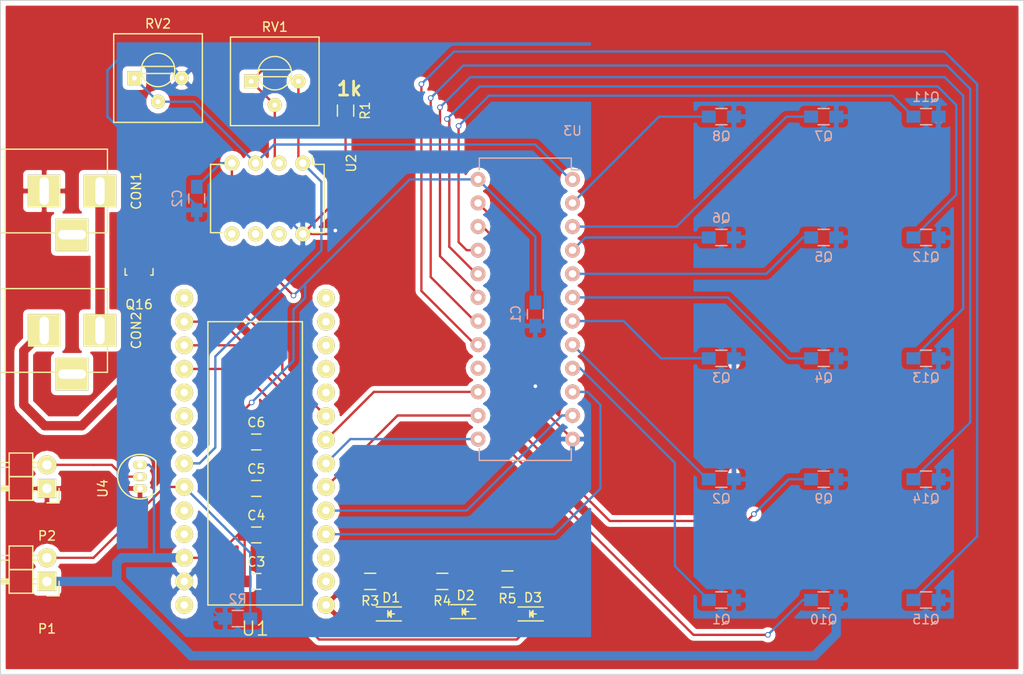
<source format=kicad_pcb>
(kicad_pcb (version 4) (host pcbnew 4.0.0-2.201511301920+6191~38~ubuntu14.04.1-stable)

  (general
    (links 83)
    (no_connects 2)
    (area 137.449999 52.449999 247.550001 125.050001)
    (thickness 1.6)
    (drawings 5)
    (tracks 244)
    (zones 0)
    (modules 40)
    (nets 55)
  )

  (page A4)
  (layers
    (0 F.Cu signal hide)
    (31 B.Cu signal)
    (32 B.Adhes user)
    (33 F.Adhes user)
    (34 B.Paste user)
    (35 F.Paste user)
    (36 B.SilkS user)
    (37 F.SilkS user)
    (38 B.Mask user)
    (39 F.Mask user)
    (40 Dwgs.User user)
    (41 Cmts.User user)
    (42 Eco1.User user)
    (43 Eco2.User user)
    (44 Edge.Cuts user)
    (45 Margin user)
    (46 B.CrtYd user)
    (47 F.CrtYd user)
    (48 B.Fab user)
    (49 F.Fab user)
  )

  (setup
    (last_trace_width 0.25)
    (trace_clearance 0.2)
    (zone_clearance 0.508)
    (zone_45_only no)
    (trace_min 0.2)
    (segment_width 0.2)
    (edge_width 0.1)
    (via_size 0.6)
    (via_drill 0.4)
    (via_min_size 0.4)
    (via_min_drill 0.3)
    (uvia_size 0.3)
    (uvia_drill 0.1)
    (uvias_allowed no)
    (uvia_min_size 0.2)
    (uvia_min_drill 0.1)
    (pcb_text_width 0.3)
    (pcb_text_size 1.5 1.5)
    (mod_edge_width 0.15)
    (mod_text_size 1 1)
    (mod_text_width 0.15)
    (pad_size 1.5 1.5)
    (pad_drill 0.6)
    (pad_to_mask_clearance 0)
    (aux_axis_origin 0 0)
    (visible_elements FFFFFFFF)
    (pcbplotparams
      (layerselection 0x3ffff_80000001)
      (usegerberextensions false)
      (excludeedgelayer true)
      (linewidth 0.100000)
      (plotframeref false)
      (viasonmask true)
      (mode 1)
      (useauxorigin false)
      (hpglpennumber 1)
      (hpglpenspeed 20)
      (hpglpendiameter 15)
      (hpglpenoverlay 2)
      (psnegative false)
      (psa4output false)
      (plotreference true)
      (plotvalue true)
      (plotinvisibletext false)
      (padsonsilk false)
      (subtractmaskfromsilk false)
      (outputformat 1)
      (mirror false)
      (drillshape 0)
      (scaleselection 1)
      (outputdirectory ../))
  )

  (net 0 "")
  (net 1 +3V3)
  (net 2 GNDA)
  (net 3 GND)
  (net 4 HEATER_PWR)
  (net 5 "Net-(CON1-Pad3)")
  (net 6 "Net-(CON2-Pad2)")
  (net 7 "Net-(CON2-Pad3)")
  (net 8 "Net-(D1-Pad2)")
  (net 9 "Net-(D1-Pad1)")
  (net 10 "Net-(D2-Pad2)")
  (net 11 "Net-(D2-Pad1)")
  (net 12 "Net-(D3-Pad2)")
  (net 13 "Net-(D3-Pad1)")
  (net 14 TEMP_S)
  (net 15 "Net-(P2-Pad2)")
  (net 16 /Phototransistors/S1)
  (net 17 /Phototransistors/S2)
  (net 18 /Phototransistors/S3)
  (net 19 /Phototransistors/S4)
  (net 20 /Phototransistors/S5)
  (net 21 /Phototransistors/S6)
  (net 22 /Phototransistors/S7)
  (net 23 /Phototransistors/S8)
  (net 24 /Phototransistors/S9)
  (net 25 /Phototransistors/S10)
  (net 26 /Phototransistors/S11)
  (net 27 /Phototransistors/S12)
  (net 28 /Phototransistors/S13)
  (net 29 /Phototransistors/S14)
  (net 30 /Phototransistors/S15)
  (net 31 HEAT)
  (net 32 "Net-(R1-Pad1)")
  (net 33 "Net-(RV1-Pad3)")
  (net 34 "Net-(RV2-Pad1)")
  (net 35 "Net-(U1-Pad0)")
  (net 36 "Net-(U1-Pad1)")
  (net 37 T2)
  (net 38 T3)
  (net 39 T4)
  (net 40 T5)
  (net 41 T6)
  (net 42 "Net-(U1-Pad8)")
  (net 43 "Net-(U1-Pad9)")
  (net 44 "Net-(U1-Pad10)")
  (net 45 "Net-(U1-Pad11)")
  (net 46 "Net-(U1-Pad12)")
  (net 47 "Net-(U1-Pad13)")
  (net 48 "Net-(U1-Pad17)")
  (net 49 "Net-(U1-Pad18)")
  (net 50 "Net-(U1-Pad19)")
  (net 51 "Net-(U1-Pad22)")
  (net 52 "Net-(U1-Pad23)")
  (net 53 "Net-(U1-Pad26)")
  (net 54 "Net-(U3-Pad16)")

  (net_class Default "This is the default net class."
    (clearance 0.2)
    (trace_width 0.25)
    (via_dia 0.6)
    (via_drill 0.4)
    (uvia_dia 0.3)
    (uvia_drill 0.1)
    (add_net +3V3)
    (add_net /Phototransistors/S1)
    (add_net /Phototransistors/S10)
    (add_net /Phototransistors/S11)
    (add_net /Phototransistors/S12)
    (add_net /Phototransistors/S13)
    (add_net /Phototransistors/S14)
    (add_net /Phototransistors/S15)
    (add_net /Phototransistors/S2)
    (add_net /Phototransistors/S3)
    (add_net /Phototransistors/S4)
    (add_net /Phototransistors/S5)
    (add_net /Phototransistors/S6)
    (add_net /Phototransistors/S7)
    (add_net /Phototransistors/S8)
    (add_net /Phototransistors/S9)
    (add_net GND)
    (add_net GNDA)
    (add_net HEAT)
    (add_net HEATER_PWR)
    (add_net "Net-(CON1-Pad3)")
    (add_net "Net-(CON2-Pad2)")
    (add_net "Net-(CON2-Pad3)")
    (add_net "Net-(D1-Pad1)")
    (add_net "Net-(D1-Pad2)")
    (add_net "Net-(D2-Pad1)")
    (add_net "Net-(D2-Pad2)")
    (add_net "Net-(D3-Pad1)")
    (add_net "Net-(D3-Pad2)")
    (add_net "Net-(P2-Pad2)")
    (add_net "Net-(R1-Pad1)")
    (add_net "Net-(RV1-Pad3)")
    (add_net "Net-(RV2-Pad1)")
    (add_net "Net-(U1-Pad0)")
    (add_net "Net-(U1-Pad1)")
    (add_net "Net-(U1-Pad10)")
    (add_net "Net-(U1-Pad11)")
    (add_net "Net-(U1-Pad12)")
    (add_net "Net-(U1-Pad13)")
    (add_net "Net-(U1-Pad17)")
    (add_net "Net-(U1-Pad18)")
    (add_net "Net-(U1-Pad19)")
    (add_net "Net-(U1-Pad22)")
    (add_net "Net-(U1-Pad23)")
    (add_net "Net-(U1-Pad26)")
    (add_net "Net-(U1-Pad8)")
    (add_net "Net-(U1-Pad9)")
    (add_net "Net-(U3-Pad16)")
    (add_net T2)
    (add_net T3)
    (add_net T4)
    (add_net T5)
    (add_net T6)
    (add_net TEMP_S)
  )

  (net_class HP ""
    (clearance 0.2)
    (trace_width 2)
    (via_dia 0.6)
    (via_drill 0.4)
    (uvia_dia 0.3)
    (uvia_drill 0.1)
  )

  (module Capacitors_SMD:C_0805_HandSoldering (layer B.Cu) (tedit 541A9B8D) (tstamp 56C7E726)
    (at 195 86.25 270)
    (descr "Capacitor SMD 0805, hand soldering")
    (tags "capacitor 0805")
    (path /56B9C372)
    (attr smd)
    (fp_text reference C1 (at 0 2.1 270) (layer B.SilkS)
      (effects (font (size 1 1) (thickness 0.15)) (justify mirror))
    )
    (fp_text value 100nF (at 0 -2.1 270) (layer B.Fab)
      (effects (font (size 1 1) (thickness 0.15)) (justify mirror))
    )
    (fp_line (start -2.3 1) (end 2.3 1) (layer B.CrtYd) (width 0.05))
    (fp_line (start -2.3 -1) (end 2.3 -1) (layer B.CrtYd) (width 0.05))
    (fp_line (start -2.3 1) (end -2.3 -1) (layer B.CrtYd) (width 0.05))
    (fp_line (start 2.3 1) (end 2.3 -1) (layer B.CrtYd) (width 0.05))
    (fp_line (start 0.5 0.85) (end -0.5 0.85) (layer B.SilkS) (width 0.15))
    (fp_line (start -0.5 -0.85) (end 0.5 -0.85) (layer B.SilkS) (width 0.15))
    (pad 1 smd rect (at -1.25 0 270) (size 1.5 1.25) (layers B.Cu B.Paste B.Mask)
      (net 1 +3V3))
    (pad 2 smd rect (at 1.25 0 270) (size 1.5 1.25) (layers B.Cu B.Paste B.Mask)
      (net 2 GNDA))
    (model Capacitors_SMD.3dshapes/C_0805_HandSoldering.wrl
      (at (xyz 0 0 0))
      (scale (xyz 1 1 1))
      (rotate (xyz 0 0 0))
    )
  )

  (module Capacitors_SMD:C_0805_HandSoldering (layer B.Cu) (tedit 541A9B8D) (tstamp 56C7E732)
    (at 158.6 73.8 270)
    (descr "Capacitor SMD 0805, hand soldering")
    (tags "capacitor 0805")
    (path /56B9C865)
    (attr smd)
    (fp_text reference C2 (at 0 2.1 270) (layer B.SilkS)
      (effects (font (size 1 1) (thickness 0.15)) (justify mirror))
    )
    (fp_text value 100nF (at 0 -2.1 270) (layer B.Fab)
      (effects (font (size 1 1) (thickness 0.15)) (justify mirror))
    )
    (fp_line (start -2.3 1) (end 2.3 1) (layer B.CrtYd) (width 0.05))
    (fp_line (start -2.3 -1) (end 2.3 -1) (layer B.CrtYd) (width 0.05))
    (fp_line (start -2.3 1) (end -2.3 -1) (layer B.CrtYd) (width 0.05))
    (fp_line (start 2.3 1) (end 2.3 -1) (layer B.CrtYd) (width 0.05))
    (fp_line (start 0.5 0.85) (end -0.5 0.85) (layer B.SilkS) (width 0.15))
    (fp_line (start -0.5 -0.85) (end 0.5 -0.85) (layer B.SilkS) (width 0.15))
    (pad 1 smd rect (at -1.25 0 270) (size 1.5 1.25) (layers B.Cu B.Paste B.Mask)
      (net 1 +3V3))
    (pad 2 smd rect (at 1.25 0 270) (size 1.5 1.25) (layers B.Cu B.Paste B.Mask)
      (net 2 GNDA))
    (model Capacitors_SMD.3dshapes/C_0805_HandSoldering.wrl
      (at (xyz 0 0 0))
      (scale (xyz 1 1 1))
      (rotate (xyz 0 0 0))
    )
  )

  (module Capacitors_SMD:C_0805_HandSoldering (layer F.Cu) (tedit 541A9B8D) (tstamp 56C7E73E)
    (at 165 115)
    (descr "Capacitor SMD 0805, hand soldering")
    (tags "capacitor 0805")
    (path /56B9CCA2)
    (attr smd)
    (fp_text reference C3 (at 0 -2.1) (layer F.SilkS)
      (effects (font (size 1 1) (thickness 0.15)))
    )
    (fp_text value 100nF (at 0 2.1) (layer F.Fab)
      (effects (font (size 1 1) (thickness 0.15)))
    )
    (fp_line (start -2.3 -1) (end 2.3 -1) (layer F.CrtYd) (width 0.05))
    (fp_line (start -2.3 1) (end 2.3 1) (layer F.CrtYd) (width 0.05))
    (fp_line (start -2.3 -1) (end -2.3 1) (layer F.CrtYd) (width 0.05))
    (fp_line (start 2.3 -1) (end 2.3 1) (layer F.CrtYd) (width 0.05))
    (fp_line (start 0.5 -0.85) (end -0.5 -0.85) (layer F.SilkS) (width 0.15))
    (fp_line (start -0.5 0.85) (end 0.5 0.85) (layer F.SilkS) (width 0.15))
    (pad 1 smd rect (at -1.25 0) (size 1.5 1.25) (layers F.Cu F.Paste F.Mask)
      (net 1 +3V3))
    (pad 2 smd rect (at 1.25 0) (size 1.5 1.25) (layers F.Cu F.Paste F.Mask)
      (net 3 GND))
    (model Capacitors_SMD.3dshapes/C_0805_HandSoldering.wrl
      (at (xyz 0 0 0))
      (scale (xyz 1 1 1))
      (rotate (xyz 0 0 0))
    )
  )

  (module Capacitors_SMD:C_0805_HandSoldering (layer F.Cu) (tedit 541A9B8D) (tstamp 56C7E74A)
    (at 165 110)
    (descr "Capacitor SMD 0805, hand soldering")
    (tags "capacitor 0805")
    (path /56B9CE8C)
    (attr smd)
    (fp_text reference C4 (at 0 -2.1) (layer F.SilkS)
      (effects (font (size 1 1) (thickness 0.15)))
    )
    (fp_text value 22nF (at 0 2.1) (layer F.Fab)
      (effects (font (size 1 1) (thickness 0.15)))
    )
    (fp_line (start -2.3 -1) (end 2.3 -1) (layer F.CrtYd) (width 0.05))
    (fp_line (start -2.3 1) (end 2.3 1) (layer F.CrtYd) (width 0.05))
    (fp_line (start -2.3 -1) (end -2.3 1) (layer F.CrtYd) (width 0.05))
    (fp_line (start 2.3 -1) (end 2.3 1) (layer F.CrtYd) (width 0.05))
    (fp_line (start 0.5 -0.85) (end -0.5 -0.85) (layer F.SilkS) (width 0.15))
    (fp_line (start -0.5 0.85) (end 0.5 0.85) (layer F.SilkS) (width 0.15))
    (pad 1 smd rect (at -1.25 0) (size 1.5 1.25) (layers F.Cu F.Paste F.Mask)
      (net 1 +3V3))
    (pad 2 smd rect (at 1.25 0) (size 1.5 1.25) (layers F.Cu F.Paste F.Mask)
      (net 3 GND))
    (model Capacitors_SMD.3dshapes/C_0805_HandSoldering.wrl
      (at (xyz 0 0 0))
      (scale (xyz 1 1 1))
      (rotate (xyz 0 0 0))
    )
  )

  (module Capacitors_SMD:C_0805_HandSoldering (layer F.Cu) (tedit 541A9B8D) (tstamp 56C7E756)
    (at 165 105)
    (descr "Capacitor SMD 0805, hand soldering")
    (tags "capacitor 0805")
    (path /56B9CF34)
    (attr smd)
    (fp_text reference C5 (at 0 -2.1) (layer F.SilkS)
      (effects (font (size 1 1) (thickness 0.15)))
    )
    (fp_text value 100nF (at 0 2.1) (layer F.Fab)
      (effects (font (size 1 1) (thickness 0.15)))
    )
    (fp_line (start -2.3 -1) (end 2.3 -1) (layer F.CrtYd) (width 0.05))
    (fp_line (start -2.3 1) (end 2.3 1) (layer F.CrtYd) (width 0.05))
    (fp_line (start -2.3 -1) (end -2.3 1) (layer F.CrtYd) (width 0.05))
    (fp_line (start 2.3 -1) (end 2.3 1) (layer F.CrtYd) (width 0.05))
    (fp_line (start 0.5 -0.85) (end -0.5 -0.85) (layer F.SilkS) (width 0.15))
    (fp_line (start -0.5 0.85) (end 0.5 0.85) (layer F.SilkS) (width 0.15))
    (pad 1 smd rect (at -1.25 0) (size 1.5 1.25) (layers F.Cu F.Paste F.Mask)
      (net 1 +3V3))
    (pad 2 smd rect (at 1.25 0) (size 1.5 1.25) (layers F.Cu F.Paste F.Mask)
      (net 3 GND))
    (model Capacitors_SMD.3dshapes/C_0805_HandSoldering.wrl
      (at (xyz 0 0 0))
      (scale (xyz 1 1 1))
      (rotate (xyz 0 0 0))
    )
  )

  (module Capacitors_SMD:C_0805_HandSoldering (layer F.Cu) (tedit 541A9B8D) (tstamp 56C7E762)
    (at 165 100)
    (descr "Capacitor SMD 0805, hand soldering")
    (tags "capacitor 0805")
    (path /56B9E462)
    (attr smd)
    (fp_text reference C6 (at 0 -2.1) (layer F.SilkS)
      (effects (font (size 1 1) (thickness 0.15)))
    )
    (fp_text value 22uF (at 0 2.1) (layer F.Fab)
      (effects (font (size 1 1) (thickness 0.15)))
    )
    (fp_line (start -2.3 -1) (end 2.3 -1) (layer F.CrtYd) (width 0.05))
    (fp_line (start -2.3 1) (end 2.3 1) (layer F.CrtYd) (width 0.05))
    (fp_line (start -2.3 -1) (end -2.3 1) (layer F.CrtYd) (width 0.05))
    (fp_line (start 2.3 -1) (end 2.3 1) (layer F.CrtYd) (width 0.05))
    (fp_line (start 0.5 -0.85) (end -0.5 -0.85) (layer F.SilkS) (width 0.15))
    (fp_line (start -0.5 0.85) (end 0.5 0.85) (layer F.SilkS) (width 0.15))
    (pad 1 smd rect (at -1.25 0) (size 1.5 1.25) (layers F.Cu F.Paste F.Mask)
      (net 1 +3V3))
    (pad 2 smd rect (at 1.25 0) (size 1.5 1.25) (layers F.Cu F.Paste F.Mask)
      (net 3 GND))
    (model Capacitors_SMD.3dshapes/C_0805_HandSoldering.wrl
      (at (xyz 0 0 0))
      (scale (xyz 1 1 1))
      (rotate (xyz 0 0 0))
    )
  )

  (module Connect:BARREL_JACK (layer F.Cu) (tedit 0) (tstamp 56C7E76E)
    (at 142 73)
    (descr "DC Barrel Jack")
    (tags "Power Jack")
    (path /56BA3485)
    (fp_text reference CON1 (at 10.09904 0 90) (layer F.SilkS)
      (effects (font (size 1 1) (thickness 0.15)))
    )
    (fp_text value BARREL_JACK (at 0 -5.99948) (layer F.Fab)
      (effects (font (size 1 1) (thickness 0.15)))
    )
    (fp_line (start -4.0005 -4.50088) (end -4.0005 4.50088) (layer F.SilkS) (width 0.15))
    (fp_line (start -7.50062 -4.50088) (end -7.50062 4.50088) (layer F.SilkS) (width 0.15))
    (fp_line (start -7.50062 4.50088) (end 7.00024 4.50088) (layer F.SilkS) (width 0.15))
    (fp_line (start 7.00024 4.50088) (end 7.00024 -4.50088) (layer F.SilkS) (width 0.15))
    (fp_line (start 7.00024 -4.50088) (end -7.50062 -4.50088) (layer F.SilkS) (width 0.15))
    (pad 1 thru_hole rect (at 6.20014 0) (size 3.50012 3.50012) (drill oval 1.00076 2.99974) (layers *.Cu *.Mask F.SilkS)
      (net 4 HEATER_PWR))
    (pad 2 thru_hole rect (at 0.20066 0) (size 3.50012 3.50012) (drill oval 1.00076 2.99974) (layers *.Cu *.Mask F.SilkS)
      (net 3 GND))
    (pad 3 thru_hole rect (at 3.2004 4.699) (size 3.50012 3.50012) (drill oval 2.99974 1.00076) (layers *.Cu *.Mask F.SilkS)
      (net 5 "Net-(CON1-Pad3)"))
  )

  (module Connect:BARREL_JACK (layer F.Cu) (tedit 0) (tstamp 56C7E77A)
    (at 142 88)
    (descr "DC Barrel Jack")
    (tags "Power Jack")
    (path /56BA4035)
    (fp_text reference CON2 (at 10.09904 0 90) (layer F.SilkS)
      (effects (font (size 1 1) (thickness 0.15)))
    )
    (fp_text value BARREL_JACK (at 0 -5.99948) (layer F.Fab)
      (effects (font (size 1 1) (thickness 0.15)))
    )
    (fp_line (start -4.0005 -4.50088) (end -4.0005 4.50088) (layer F.SilkS) (width 0.15))
    (fp_line (start -7.50062 -4.50088) (end -7.50062 4.50088) (layer F.SilkS) (width 0.15))
    (fp_line (start -7.50062 4.50088) (end 7.00024 4.50088) (layer F.SilkS) (width 0.15))
    (fp_line (start 7.00024 4.50088) (end 7.00024 -4.50088) (layer F.SilkS) (width 0.15))
    (fp_line (start 7.00024 -4.50088) (end -7.50062 -4.50088) (layer F.SilkS) (width 0.15))
    (pad 1 thru_hole rect (at 6.20014 0) (size 3.50012 3.50012) (drill oval 1.00076 2.99974) (layers *.Cu *.Mask F.SilkS)
      (net 4 HEATER_PWR))
    (pad 2 thru_hole rect (at 0.20066 0) (size 3.50012 3.50012) (drill oval 1.00076 2.99974) (layers *.Cu *.Mask F.SilkS)
      (net 6 "Net-(CON2-Pad2)"))
    (pad 3 thru_hole rect (at 3.2004 4.699) (size 3.50012 3.50012) (drill oval 2.99974 1.00076) (layers *.Cu *.Mask F.SilkS)
      (net 7 "Net-(CON2-Pad3)"))
  )

  (module LEDs:LED_0805 (layer F.Cu) (tedit 55BDE1C2) (tstamp 56C7E78D)
    (at 179.5 118.5)
    (descr "LED 0805 smd package")
    (tags "LED 0805 SMD")
    (path /56C93232)
    (attr smd)
    (fp_text reference D1 (at 0 -1.75) (layer F.SilkS)
      (effects (font (size 1 1) (thickness 0.15)))
    )
    (fp_text value LED (at 0 1.75) (layer F.Fab)
      (effects (font (size 1 1) (thickness 0.15)))
    )
    (fp_line (start -1.6 0.75) (end 1.1 0.75) (layer F.SilkS) (width 0.15))
    (fp_line (start -1.6 -0.75) (end 1.1 -0.75) (layer F.SilkS) (width 0.15))
    (fp_line (start -0.1 0.15) (end -0.1 -0.1) (layer F.SilkS) (width 0.15))
    (fp_line (start -0.1 -0.1) (end -0.25 0.05) (layer F.SilkS) (width 0.15))
    (fp_line (start -0.35 -0.35) (end -0.35 0.35) (layer F.SilkS) (width 0.15))
    (fp_line (start 0 0) (end 0.35 0) (layer F.SilkS) (width 0.15))
    (fp_line (start -0.35 0) (end 0 -0.35) (layer F.SilkS) (width 0.15))
    (fp_line (start 0 -0.35) (end 0 0.35) (layer F.SilkS) (width 0.15))
    (fp_line (start 0 0.35) (end -0.35 0) (layer F.SilkS) (width 0.15))
    (fp_line (start 1.9 -0.95) (end 1.9 0.95) (layer F.CrtYd) (width 0.05))
    (fp_line (start 1.9 0.95) (end -1.9 0.95) (layer F.CrtYd) (width 0.05))
    (fp_line (start -1.9 0.95) (end -1.9 -0.95) (layer F.CrtYd) (width 0.05))
    (fp_line (start -1.9 -0.95) (end 1.9 -0.95) (layer F.CrtYd) (width 0.05))
    (pad 2 smd rect (at 1.04902 0 180) (size 1.19888 1.19888) (layers F.Cu F.Paste F.Mask)
      (net 8 "Net-(D1-Pad2)"))
    (pad 1 smd rect (at -1.04902 0 180) (size 1.19888 1.19888) (layers F.Cu F.Paste F.Mask)
      (net 9 "Net-(D1-Pad1)"))
    (model LEDs.3dshapes/LED_0805.wrl
      (at (xyz 0 0 0))
      (scale (xyz 1 1 1))
      (rotate (xyz 0 0 0))
    )
  )

  (module LEDs:LED_0805 (layer F.Cu) (tedit 55BDE1C2) (tstamp 56C7E7A0)
    (at 187.5 118.25)
    (descr "LED 0805 smd package")
    (tags "LED 0805 SMD")
    (path /56C93309)
    (attr smd)
    (fp_text reference D2 (at 0 -1.75) (layer F.SilkS)
      (effects (font (size 1 1) (thickness 0.15)))
    )
    (fp_text value LED (at 0 1.75) (layer F.Fab)
      (effects (font (size 1 1) (thickness 0.15)))
    )
    (fp_line (start -1.6 0.75) (end 1.1 0.75) (layer F.SilkS) (width 0.15))
    (fp_line (start -1.6 -0.75) (end 1.1 -0.75) (layer F.SilkS) (width 0.15))
    (fp_line (start -0.1 0.15) (end -0.1 -0.1) (layer F.SilkS) (width 0.15))
    (fp_line (start -0.1 -0.1) (end -0.25 0.05) (layer F.SilkS) (width 0.15))
    (fp_line (start -0.35 -0.35) (end -0.35 0.35) (layer F.SilkS) (width 0.15))
    (fp_line (start 0 0) (end 0.35 0) (layer F.SilkS) (width 0.15))
    (fp_line (start -0.35 0) (end 0 -0.35) (layer F.SilkS) (width 0.15))
    (fp_line (start 0 -0.35) (end 0 0.35) (layer F.SilkS) (width 0.15))
    (fp_line (start 0 0.35) (end -0.35 0) (layer F.SilkS) (width 0.15))
    (fp_line (start 1.9 -0.95) (end 1.9 0.95) (layer F.CrtYd) (width 0.05))
    (fp_line (start 1.9 0.95) (end -1.9 0.95) (layer F.CrtYd) (width 0.05))
    (fp_line (start -1.9 0.95) (end -1.9 -0.95) (layer F.CrtYd) (width 0.05))
    (fp_line (start -1.9 -0.95) (end 1.9 -0.95) (layer F.CrtYd) (width 0.05))
    (pad 2 smd rect (at 1.04902 0 180) (size 1.19888 1.19888) (layers F.Cu F.Paste F.Mask)
      (net 10 "Net-(D2-Pad2)"))
    (pad 1 smd rect (at -1.04902 0 180) (size 1.19888 1.19888) (layers F.Cu F.Paste F.Mask)
      (net 11 "Net-(D2-Pad1)"))
    (model LEDs.3dshapes/LED_0805.wrl
      (at (xyz 0 0 0))
      (scale (xyz 1 1 1))
      (rotate (xyz 0 0 0))
    )
  )

  (module LEDs:LED_0805 (layer F.Cu) (tedit 55BDE1C2) (tstamp 56C7E7B3)
    (at 194.75 118.5)
    (descr "LED 0805 smd package")
    (tags "LED 0805 SMD")
    (path /56C9384A)
    (attr smd)
    (fp_text reference D3 (at 0 -1.75) (layer F.SilkS)
      (effects (font (size 1 1) (thickness 0.15)))
    )
    (fp_text value LED (at 0 1.75) (layer F.Fab)
      (effects (font (size 1 1) (thickness 0.15)))
    )
    (fp_line (start -1.6 0.75) (end 1.1 0.75) (layer F.SilkS) (width 0.15))
    (fp_line (start -1.6 -0.75) (end 1.1 -0.75) (layer F.SilkS) (width 0.15))
    (fp_line (start -0.1 0.15) (end -0.1 -0.1) (layer F.SilkS) (width 0.15))
    (fp_line (start -0.1 -0.1) (end -0.25 0.05) (layer F.SilkS) (width 0.15))
    (fp_line (start -0.35 -0.35) (end -0.35 0.35) (layer F.SilkS) (width 0.15))
    (fp_line (start 0 0) (end 0.35 0) (layer F.SilkS) (width 0.15))
    (fp_line (start -0.35 0) (end 0 -0.35) (layer F.SilkS) (width 0.15))
    (fp_line (start 0 -0.35) (end 0 0.35) (layer F.SilkS) (width 0.15))
    (fp_line (start 0 0.35) (end -0.35 0) (layer F.SilkS) (width 0.15))
    (fp_line (start 1.9 -0.95) (end 1.9 0.95) (layer F.CrtYd) (width 0.05))
    (fp_line (start 1.9 0.95) (end -1.9 0.95) (layer F.CrtYd) (width 0.05))
    (fp_line (start -1.9 0.95) (end -1.9 -0.95) (layer F.CrtYd) (width 0.05))
    (fp_line (start -1.9 -0.95) (end 1.9 -0.95) (layer F.CrtYd) (width 0.05))
    (pad 2 smd rect (at 1.04902 0 180) (size 1.19888 1.19888) (layers F.Cu F.Paste F.Mask)
      (net 12 "Net-(D3-Pad2)"))
    (pad 1 smd rect (at -1.04902 0 180) (size 1.19888 1.19888) (layers F.Cu F.Paste F.Mask)
      (net 13 "Net-(D3-Pad1)"))
    (model LEDs.3dshapes/LED_0805.wrl
      (at (xyz 0 0 0))
      (scale (xyz 1 1 1))
      (rotate (xyz 0 0 0))
    )
  )

  (module Pin_Headers:Pin_Header_Angled_1x02 (layer F.Cu) (tedit 0) (tstamp 56C7E7E7)
    (at 142.5 105 180)
    (descr "Through hole pin header")
    (tags "pin header")
    (path /56BA95A4)
    (fp_text reference P2 (at 0 -5.1 180) (layer F.SilkS)
      (effects (font (size 1 1) (thickness 0.15)))
    )
    (fp_text value CONN_01X02 (at 0 -3.1 180) (layer F.Fab)
      (effects (font (size 1 1) (thickness 0.15)))
    )
    (fp_line (start -1.5 -1.75) (end -1.5 4.3) (layer F.CrtYd) (width 0.05))
    (fp_line (start 10.65 -1.75) (end 10.65 4.3) (layer F.CrtYd) (width 0.05))
    (fp_line (start -1.5 -1.75) (end 10.65 -1.75) (layer F.CrtYd) (width 0.05))
    (fp_line (start -1.5 4.3) (end 10.65 4.3) (layer F.CrtYd) (width 0.05))
    (fp_line (start -1.3 -1.55) (end -1.3 0) (layer F.SilkS) (width 0.15))
    (fp_line (start 0 -1.55) (end -1.3 -1.55) (layer F.SilkS) (width 0.15))
    (fp_line (start 4.191 -0.127) (end 10.033 -0.127) (layer F.SilkS) (width 0.15))
    (fp_line (start 10.033 -0.127) (end 10.033 0.127) (layer F.SilkS) (width 0.15))
    (fp_line (start 10.033 0.127) (end 4.191 0.127) (layer F.SilkS) (width 0.15))
    (fp_line (start 4.191 0.127) (end 4.191 0) (layer F.SilkS) (width 0.15))
    (fp_line (start 4.191 0) (end 10.033 0) (layer F.SilkS) (width 0.15))
    (fp_line (start 1.524 -0.254) (end 1.143 -0.254) (layer F.SilkS) (width 0.15))
    (fp_line (start 1.524 0.254) (end 1.143 0.254) (layer F.SilkS) (width 0.15))
    (fp_line (start 1.524 2.286) (end 1.143 2.286) (layer F.SilkS) (width 0.15))
    (fp_line (start 1.524 2.794) (end 1.143 2.794) (layer F.SilkS) (width 0.15))
    (fp_line (start 1.524 -1.27) (end 4.064 -1.27) (layer F.SilkS) (width 0.15))
    (fp_line (start 1.524 1.27) (end 4.064 1.27) (layer F.SilkS) (width 0.15))
    (fp_line (start 1.524 1.27) (end 1.524 3.81) (layer F.SilkS) (width 0.15))
    (fp_line (start 1.524 3.81) (end 4.064 3.81) (layer F.SilkS) (width 0.15))
    (fp_line (start 4.064 2.286) (end 10.16 2.286) (layer F.SilkS) (width 0.15))
    (fp_line (start 10.16 2.286) (end 10.16 2.794) (layer F.SilkS) (width 0.15))
    (fp_line (start 10.16 2.794) (end 4.064 2.794) (layer F.SilkS) (width 0.15))
    (fp_line (start 4.064 3.81) (end 4.064 1.27) (layer F.SilkS) (width 0.15))
    (fp_line (start 4.064 1.27) (end 4.064 -1.27) (layer F.SilkS) (width 0.15))
    (fp_line (start 10.16 0.254) (end 4.064 0.254) (layer F.SilkS) (width 0.15))
    (fp_line (start 10.16 -0.254) (end 10.16 0.254) (layer F.SilkS) (width 0.15))
    (fp_line (start 4.064 -0.254) (end 10.16 -0.254) (layer F.SilkS) (width 0.15))
    (fp_line (start 1.524 1.27) (end 4.064 1.27) (layer F.SilkS) (width 0.15))
    (fp_line (start 1.524 -1.27) (end 1.524 1.27) (layer F.SilkS) (width 0.15))
    (pad 1 thru_hole rect (at 0 0 180) (size 2.032 2.032) (drill 1.016) (layers *.Cu *.Mask F.SilkS)
      (net 3 GND))
    (pad 2 thru_hole oval (at 0 2.54 180) (size 2.032 2.032) (drill 1.016) (layers *.Cu *.Mask F.SilkS)
      (net 15 "Net-(P2-Pad2)"))
    (model Pin_Headers.3dshapes/Pin_Header_Angled_1x02.wrl
      (at (xyz 0 -0.05 0))
      (scale (xyz 1 1 1))
      (rotate (xyz 0 0 90))
    )
  )

  (module Resistors_SMD:R_0805_HandSoldering (layer B.Cu) (tedit 54189DEE) (tstamp 56C7E827)
    (at 215 117)
    (descr "Resistor SMD 0805, hand soldering")
    (tags "resistor 0805")
    (path /56B9494D/56B94958)
    (attr smd)
    (fp_text reference Q1 (at 0 2.1) (layer B.SilkS)
      (effects (font (size 1 1) (thickness 0.15)) (justify mirror))
    )
    (fp_text value SFH3711 (at 0 -2.1) (layer B.Fab)
      (effects (font (size 1 1) (thickness 0.15)) (justify mirror))
    )
    (fp_line (start -2.4 1) (end 2.4 1) (layer B.CrtYd) (width 0.05))
    (fp_line (start -2.4 -1) (end 2.4 -1) (layer B.CrtYd) (width 0.05))
    (fp_line (start -2.4 1) (end -2.4 -1) (layer B.CrtYd) (width 0.05))
    (fp_line (start 2.4 1) (end 2.4 -1) (layer B.CrtYd) (width 0.05))
    (fp_line (start 0.6 -0.875) (end -0.6 -0.875) (layer B.SilkS) (width 0.15))
    (fp_line (start -0.6 0.875) (end 0.6 0.875) (layer B.SilkS) (width 0.15))
    (pad 1 smd rect (at -1.35 0) (size 1.5 1.3) (layers B.Cu B.Paste B.Mask)
      (net 16 /Phototransistors/S1))
    (pad 2 smd rect (at 1.35 0) (size 1.5 1.3) (layers B.Cu B.Paste B.Mask)
      (net 1 +3V3))
    (model Resistors_SMD.3dshapes/R_0805_HandSoldering.wrl
      (at (xyz 0 0 0))
      (scale (xyz 1 1 1))
      (rotate (xyz 0 0 0))
    )
  )

  (module Resistors_SMD:R_0805_HandSoldering (layer B.Cu) (tedit 54189DEE) (tstamp 56C7E833)
    (at 215 104)
    (descr "Resistor SMD 0805, hand soldering")
    (tags "resistor 0805")
    (path /56B9494D/56B94C7F)
    (attr smd)
    (fp_text reference Q2 (at 0 2.1) (layer B.SilkS)
      (effects (font (size 1 1) (thickness 0.15)) (justify mirror))
    )
    (fp_text value SFH3711 (at 0 -2.1) (layer B.Fab)
      (effects (font (size 1 1) (thickness 0.15)) (justify mirror))
    )
    (fp_line (start -2.4 1) (end 2.4 1) (layer B.CrtYd) (width 0.05))
    (fp_line (start -2.4 -1) (end 2.4 -1) (layer B.CrtYd) (width 0.05))
    (fp_line (start -2.4 1) (end -2.4 -1) (layer B.CrtYd) (width 0.05))
    (fp_line (start 2.4 1) (end 2.4 -1) (layer B.CrtYd) (width 0.05))
    (fp_line (start 0.6 -0.875) (end -0.6 -0.875) (layer B.SilkS) (width 0.15))
    (fp_line (start -0.6 0.875) (end 0.6 0.875) (layer B.SilkS) (width 0.15))
    (pad 1 smd rect (at -1.35 0) (size 1.5 1.3) (layers B.Cu B.Paste B.Mask)
      (net 17 /Phototransistors/S2))
    (pad 2 smd rect (at 1.35 0) (size 1.5 1.3) (layers B.Cu B.Paste B.Mask)
      (net 1 +3V3))
    (model Resistors_SMD.3dshapes/R_0805_HandSoldering.wrl
      (at (xyz 0 0 0))
      (scale (xyz 1 1 1))
      (rotate (xyz 0 0 0))
    )
  )

  (module Resistors_SMD:R_0805_HandSoldering (layer B.Cu) (tedit 54189DEE) (tstamp 56C7E83F)
    (at 215 91)
    (descr "Resistor SMD 0805, hand soldering")
    (tags "resistor 0805")
    (path /56B9494D/56B94FE9)
    (attr smd)
    (fp_text reference Q3 (at 0 2.1) (layer B.SilkS)
      (effects (font (size 1 1) (thickness 0.15)) (justify mirror))
    )
    (fp_text value SFH3711 (at 0 -2.1) (layer B.Fab)
      (effects (font (size 1 1) (thickness 0.15)) (justify mirror))
    )
    (fp_line (start -2.4 1) (end 2.4 1) (layer B.CrtYd) (width 0.05))
    (fp_line (start -2.4 -1) (end 2.4 -1) (layer B.CrtYd) (width 0.05))
    (fp_line (start -2.4 1) (end -2.4 -1) (layer B.CrtYd) (width 0.05))
    (fp_line (start 2.4 1) (end 2.4 -1) (layer B.CrtYd) (width 0.05))
    (fp_line (start 0.6 -0.875) (end -0.6 -0.875) (layer B.SilkS) (width 0.15))
    (fp_line (start -0.6 0.875) (end 0.6 0.875) (layer B.SilkS) (width 0.15))
    (pad 1 smd rect (at -1.35 0) (size 1.5 1.3) (layers B.Cu B.Paste B.Mask)
      (net 18 /Phototransistors/S3))
    (pad 2 smd rect (at 1.35 0) (size 1.5 1.3) (layers B.Cu B.Paste B.Mask)
      (net 1 +3V3))
    (model Resistors_SMD.3dshapes/R_0805_HandSoldering.wrl
      (at (xyz 0 0 0))
      (scale (xyz 1 1 1))
      (rotate (xyz 0 0 0))
    )
  )

  (module Resistors_SMD:R_0805_HandSoldering (layer B.Cu) (tedit 54189DEE) (tstamp 56C7E84B)
    (at 226 91)
    (descr "Resistor SMD 0805, hand soldering")
    (tags "resistor 0805")
    (path /56B9494D/56B950F7)
    (attr smd)
    (fp_text reference Q4 (at 0 2.1) (layer B.SilkS)
      (effects (font (size 1 1) (thickness 0.15)) (justify mirror))
    )
    (fp_text value SFH3711 (at 0 -2.1) (layer B.Fab)
      (effects (font (size 1 1) (thickness 0.15)) (justify mirror))
    )
    (fp_line (start -2.4 1) (end 2.4 1) (layer B.CrtYd) (width 0.05))
    (fp_line (start -2.4 -1) (end 2.4 -1) (layer B.CrtYd) (width 0.05))
    (fp_line (start -2.4 1) (end -2.4 -1) (layer B.CrtYd) (width 0.05))
    (fp_line (start 2.4 1) (end 2.4 -1) (layer B.CrtYd) (width 0.05))
    (fp_line (start 0.6 -0.875) (end -0.6 -0.875) (layer B.SilkS) (width 0.15))
    (fp_line (start -0.6 0.875) (end 0.6 0.875) (layer B.SilkS) (width 0.15))
    (pad 1 smd rect (at -1.35 0) (size 1.5 1.3) (layers B.Cu B.Paste B.Mask)
      (net 19 /Phototransistors/S4))
    (pad 2 smd rect (at 1.35 0) (size 1.5 1.3) (layers B.Cu B.Paste B.Mask)
      (net 1 +3V3))
    (model Resistors_SMD.3dshapes/R_0805_HandSoldering.wrl
      (at (xyz 0 0 0))
      (scale (xyz 1 1 1))
      (rotate (xyz 0 0 0))
    )
  )

  (module Resistors_SMD:R_0805_HandSoldering (layer B.Cu) (tedit 54189DEE) (tstamp 56C7E857)
    (at 226 78)
    (descr "Resistor SMD 0805, hand soldering")
    (tags "resistor 0805")
    (path /56B9494D/56B951F6)
    (attr smd)
    (fp_text reference Q5 (at 0 2.1) (layer B.SilkS)
      (effects (font (size 1 1) (thickness 0.15)) (justify mirror))
    )
    (fp_text value SFH3711 (at 0 -2.1) (layer B.Fab)
      (effects (font (size 1 1) (thickness 0.15)) (justify mirror))
    )
    (fp_line (start -2.4 1) (end 2.4 1) (layer B.CrtYd) (width 0.05))
    (fp_line (start -2.4 -1) (end 2.4 -1) (layer B.CrtYd) (width 0.05))
    (fp_line (start -2.4 1) (end -2.4 -1) (layer B.CrtYd) (width 0.05))
    (fp_line (start 2.4 1) (end 2.4 -1) (layer B.CrtYd) (width 0.05))
    (fp_line (start 0.6 -0.875) (end -0.6 -0.875) (layer B.SilkS) (width 0.15))
    (fp_line (start -0.6 0.875) (end 0.6 0.875) (layer B.SilkS) (width 0.15))
    (pad 1 smd rect (at -1.35 0) (size 1.5 1.3) (layers B.Cu B.Paste B.Mask)
      (net 20 /Phototransistors/S5))
    (pad 2 smd rect (at 1.35 0) (size 1.5 1.3) (layers B.Cu B.Paste B.Mask)
      (net 1 +3V3))
    (model Resistors_SMD.3dshapes/R_0805_HandSoldering.wrl
      (at (xyz 0 0 0))
      (scale (xyz 1 1 1))
      (rotate (xyz 0 0 0))
    )
  )

  (module Resistors_SMD:R_0805_HandSoldering (layer B.Cu) (tedit 54189DEE) (tstamp 56C7E863)
    (at 215 78 180)
    (descr "Resistor SMD 0805, hand soldering")
    (tags "resistor 0805")
    (path /56B9494D/56B94A26)
    (attr smd)
    (fp_text reference Q6 (at 0 2.1 180) (layer B.SilkS)
      (effects (font (size 1 1) (thickness 0.15)) (justify mirror))
    )
    (fp_text value SFH3711 (at 0 -2.1 180) (layer B.Fab)
      (effects (font (size 1 1) (thickness 0.15)) (justify mirror))
    )
    (fp_line (start -2.4 1) (end 2.4 1) (layer B.CrtYd) (width 0.05))
    (fp_line (start -2.4 -1) (end 2.4 -1) (layer B.CrtYd) (width 0.05))
    (fp_line (start -2.4 1) (end -2.4 -1) (layer B.CrtYd) (width 0.05))
    (fp_line (start 2.4 1) (end 2.4 -1) (layer B.CrtYd) (width 0.05))
    (fp_line (start 0.6 -0.875) (end -0.6 -0.875) (layer B.SilkS) (width 0.15))
    (fp_line (start -0.6 0.875) (end 0.6 0.875) (layer B.SilkS) (width 0.15))
    (pad 1 smd rect (at -1.35 0 180) (size 1.5 1.3) (layers B.Cu B.Paste B.Mask)
      (net 1 +3V3))
    (pad 2 smd rect (at 1.35 0 180) (size 1.5 1.3) (layers B.Cu B.Paste B.Mask)
      (net 21 /Phototransistors/S6))
    (model Resistors_SMD.3dshapes/R_0805_HandSoldering.wrl
      (at (xyz 0 0 0))
      (scale (xyz 1 1 1))
      (rotate (xyz 0 0 0))
    )
  )

  (module Resistors_SMD:R_0805_HandSoldering (layer B.Cu) (tedit 54189DEE) (tstamp 56C7E86F)
    (at 226 65)
    (descr "Resistor SMD 0805, hand soldering")
    (tags "resistor 0805")
    (path /56B9494D/56B94CFB)
    (attr smd)
    (fp_text reference Q7 (at 0 2.1) (layer B.SilkS)
      (effects (font (size 1 1) (thickness 0.15)) (justify mirror))
    )
    (fp_text value SFH3711 (at 0 -2.1) (layer B.Fab)
      (effects (font (size 1 1) (thickness 0.15)) (justify mirror))
    )
    (fp_line (start -2.4 1) (end 2.4 1) (layer B.CrtYd) (width 0.05))
    (fp_line (start -2.4 -1) (end 2.4 -1) (layer B.CrtYd) (width 0.05))
    (fp_line (start -2.4 1) (end -2.4 -1) (layer B.CrtYd) (width 0.05))
    (fp_line (start 2.4 1) (end 2.4 -1) (layer B.CrtYd) (width 0.05))
    (fp_line (start 0.6 -0.875) (end -0.6 -0.875) (layer B.SilkS) (width 0.15))
    (fp_line (start -0.6 0.875) (end 0.6 0.875) (layer B.SilkS) (width 0.15))
    (pad 1 smd rect (at -1.35 0) (size 1.5 1.3) (layers B.Cu B.Paste B.Mask)
      (net 22 /Phototransistors/S7))
    (pad 2 smd rect (at 1.35 0) (size 1.5 1.3) (layers B.Cu B.Paste B.Mask)
      (net 1 +3V3))
    (model Resistors_SMD.3dshapes/R_0805_HandSoldering.wrl
      (at (xyz 0 0 0))
      (scale (xyz 1 1 1))
      (rotate (xyz 0 0 0))
    )
  )

  (module Resistors_SMD:R_0805_HandSoldering (layer B.Cu) (tedit 54189DEE) (tstamp 56C7E87B)
    (at 215 65)
    (descr "Resistor SMD 0805, hand soldering")
    (tags "resistor 0805")
    (path /56B9494D/56B94FEF)
    (attr smd)
    (fp_text reference Q8 (at 0 2.1) (layer B.SilkS)
      (effects (font (size 1 1) (thickness 0.15)) (justify mirror))
    )
    (fp_text value SFH3711 (at 0 -2.1) (layer B.Fab)
      (effects (font (size 1 1) (thickness 0.15)) (justify mirror))
    )
    (fp_line (start -2.4 1) (end 2.4 1) (layer B.CrtYd) (width 0.05))
    (fp_line (start -2.4 -1) (end 2.4 -1) (layer B.CrtYd) (width 0.05))
    (fp_line (start -2.4 1) (end -2.4 -1) (layer B.CrtYd) (width 0.05))
    (fp_line (start 2.4 1) (end 2.4 -1) (layer B.CrtYd) (width 0.05))
    (fp_line (start 0.6 -0.875) (end -0.6 -0.875) (layer B.SilkS) (width 0.15))
    (fp_line (start -0.6 0.875) (end 0.6 0.875) (layer B.SilkS) (width 0.15))
    (pad 1 smd rect (at -1.35 0) (size 1.5 1.3) (layers B.Cu B.Paste B.Mask)
      (net 23 /Phototransistors/S8))
    (pad 2 smd rect (at 1.35 0) (size 1.5 1.3) (layers B.Cu B.Paste B.Mask)
      (net 1 +3V3))
    (model Resistors_SMD.3dshapes/R_0805_HandSoldering.wrl
      (at (xyz 0 0 0))
      (scale (xyz 1 1 1))
      (rotate (xyz 0 0 0))
    )
  )

  (module Resistors_SMD:R_0805_HandSoldering (layer B.Cu) (tedit 54189DEE) (tstamp 56C7E887)
    (at 226 104)
    (descr "Resistor SMD 0805, hand soldering")
    (tags "resistor 0805")
    (path /56B9494D/56B950FD)
    (attr smd)
    (fp_text reference Q9 (at 0 2.1) (layer B.SilkS)
      (effects (font (size 1 1) (thickness 0.15)) (justify mirror))
    )
    (fp_text value SFH3711 (at 0 -2.1) (layer B.Fab)
      (effects (font (size 1 1) (thickness 0.15)) (justify mirror))
    )
    (fp_line (start -2.4 1) (end 2.4 1) (layer B.CrtYd) (width 0.05))
    (fp_line (start -2.4 -1) (end 2.4 -1) (layer B.CrtYd) (width 0.05))
    (fp_line (start -2.4 1) (end -2.4 -1) (layer B.CrtYd) (width 0.05))
    (fp_line (start 2.4 1) (end 2.4 -1) (layer B.CrtYd) (width 0.05))
    (fp_line (start 0.6 -0.875) (end -0.6 -0.875) (layer B.SilkS) (width 0.15))
    (fp_line (start -0.6 0.875) (end 0.6 0.875) (layer B.SilkS) (width 0.15))
    (pad 1 smd rect (at -1.35 0) (size 1.5 1.3) (layers B.Cu B.Paste B.Mask)
      (net 24 /Phototransistors/S9))
    (pad 2 smd rect (at 1.35 0) (size 1.5 1.3) (layers B.Cu B.Paste B.Mask)
      (net 1 +3V3))
    (model Resistors_SMD.3dshapes/R_0805_HandSoldering.wrl
      (at (xyz 0 0 0))
      (scale (xyz 1 1 1))
      (rotate (xyz 0 0 0))
    )
  )

  (module Resistors_SMD:R_0805_HandSoldering (layer B.Cu) (tedit 54189DEE) (tstamp 56C7E893)
    (at 226 117)
    (descr "Resistor SMD 0805, hand soldering")
    (tags "resistor 0805")
    (path /56B9494D/56B951FC)
    (attr smd)
    (fp_text reference Q10 (at 0 2.1) (layer B.SilkS)
      (effects (font (size 1 1) (thickness 0.15)) (justify mirror))
    )
    (fp_text value SFH3711 (at 0 -2.1) (layer B.Fab)
      (effects (font (size 1 1) (thickness 0.15)) (justify mirror))
    )
    (fp_line (start -2.4 1) (end 2.4 1) (layer B.CrtYd) (width 0.05))
    (fp_line (start -2.4 -1) (end 2.4 -1) (layer B.CrtYd) (width 0.05))
    (fp_line (start -2.4 1) (end -2.4 -1) (layer B.CrtYd) (width 0.05))
    (fp_line (start 2.4 1) (end 2.4 -1) (layer B.CrtYd) (width 0.05))
    (fp_line (start 0.6 -0.875) (end -0.6 -0.875) (layer B.SilkS) (width 0.15))
    (fp_line (start -0.6 0.875) (end 0.6 0.875) (layer B.SilkS) (width 0.15))
    (pad 1 smd rect (at -1.35 0) (size 1.5 1.3) (layers B.Cu B.Paste B.Mask)
      (net 25 /Phototransistors/S10))
    (pad 2 smd rect (at 1.35 0) (size 1.5 1.3) (layers B.Cu B.Paste B.Mask)
      (net 1 +3V3))
    (model Resistors_SMD.3dshapes/R_0805_HandSoldering.wrl
      (at (xyz 0 0 0))
      (scale (xyz 1 1 1))
      (rotate (xyz 0 0 0))
    )
  )

  (module Resistors_SMD:R_0805_HandSoldering (layer B.Cu) (tedit 54189DEE) (tstamp 56C7E89F)
    (at 237 65 180)
    (descr "Resistor SMD 0805, hand soldering")
    (tags "resistor 0805")
    (path /56B9494D/56B94A86)
    (attr smd)
    (fp_text reference Q11 (at 0 2.1 180) (layer B.SilkS)
      (effects (font (size 1 1) (thickness 0.15)) (justify mirror))
    )
    (fp_text value SFH3711 (at 0 -2.1 180) (layer B.Fab)
      (effects (font (size 1 1) (thickness 0.15)) (justify mirror))
    )
    (fp_line (start -2.4 1) (end 2.4 1) (layer B.CrtYd) (width 0.05))
    (fp_line (start -2.4 -1) (end 2.4 -1) (layer B.CrtYd) (width 0.05))
    (fp_line (start -2.4 1) (end -2.4 -1) (layer B.CrtYd) (width 0.05))
    (fp_line (start 2.4 1) (end 2.4 -1) (layer B.CrtYd) (width 0.05))
    (fp_line (start 0.6 -0.875) (end -0.6 -0.875) (layer B.SilkS) (width 0.15))
    (fp_line (start -0.6 0.875) (end 0.6 0.875) (layer B.SilkS) (width 0.15))
    (pad 1 smd rect (at -1.35 0 180) (size 1.5 1.3) (layers B.Cu B.Paste B.Mask)
      (net 1 +3V3))
    (pad 2 smd rect (at 1.35 0 180) (size 1.5 1.3) (layers B.Cu B.Paste B.Mask)
      (net 26 /Phototransistors/S11))
    (model Resistors_SMD.3dshapes/R_0805_HandSoldering.wrl
      (at (xyz 0 0 0))
      (scale (xyz 1 1 1))
      (rotate (xyz 0 0 0))
    )
  )

  (module Resistors_SMD:R_0805_HandSoldering (layer B.Cu) (tedit 54189DEE) (tstamp 56C7E8AB)
    (at 237 78)
    (descr "Resistor SMD 0805, hand soldering")
    (tags "resistor 0805")
    (path /56B9494D/56B94D59)
    (attr smd)
    (fp_text reference Q12 (at 0 2.1) (layer B.SilkS)
      (effects (font (size 1 1) (thickness 0.15)) (justify mirror))
    )
    (fp_text value SFH3711 (at 0 -2.1) (layer B.Fab)
      (effects (font (size 1 1) (thickness 0.15)) (justify mirror))
    )
    (fp_line (start -2.4 1) (end 2.4 1) (layer B.CrtYd) (width 0.05))
    (fp_line (start -2.4 -1) (end 2.4 -1) (layer B.CrtYd) (width 0.05))
    (fp_line (start -2.4 1) (end -2.4 -1) (layer B.CrtYd) (width 0.05))
    (fp_line (start 2.4 1) (end 2.4 -1) (layer B.CrtYd) (width 0.05))
    (fp_line (start 0.6 -0.875) (end -0.6 -0.875) (layer B.SilkS) (width 0.15))
    (fp_line (start -0.6 0.875) (end 0.6 0.875) (layer B.SilkS) (width 0.15))
    (pad 1 smd rect (at -1.35 0) (size 1.5 1.3) (layers B.Cu B.Paste B.Mask)
      (net 27 /Phototransistors/S12))
    (pad 2 smd rect (at 1.35 0) (size 1.5 1.3) (layers B.Cu B.Paste B.Mask)
      (net 1 +3V3))
    (model Resistors_SMD.3dshapes/R_0805_HandSoldering.wrl
      (at (xyz 0 0 0))
      (scale (xyz 1 1 1))
      (rotate (xyz 0 0 0))
    )
  )

  (module Resistors_SMD:R_0805_HandSoldering (layer B.Cu) (tedit 54189DEE) (tstamp 56C7E8B7)
    (at 237 91)
    (descr "Resistor SMD 0805, hand soldering")
    (tags "resistor 0805")
    (path /56B9494D/56B94FF5)
    (attr smd)
    (fp_text reference Q13 (at 0 2.1) (layer B.SilkS)
      (effects (font (size 1 1) (thickness 0.15)) (justify mirror))
    )
    (fp_text value SFH3711 (at 0 -2.1) (layer B.Fab)
      (effects (font (size 1 1) (thickness 0.15)) (justify mirror))
    )
    (fp_line (start -2.4 1) (end 2.4 1) (layer B.CrtYd) (width 0.05))
    (fp_line (start -2.4 -1) (end 2.4 -1) (layer B.CrtYd) (width 0.05))
    (fp_line (start -2.4 1) (end -2.4 -1) (layer B.CrtYd) (width 0.05))
    (fp_line (start 2.4 1) (end 2.4 -1) (layer B.CrtYd) (width 0.05))
    (fp_line (start 0.6 -0.875) (end -0.6 -0.875) (layer B.SilkS) (width 0.15))
    (fp_line (start -0.6 0.875) (end 0.6 0.875) (layer B.SilkS) (width 0.15))
    (pad 1 smd rect (at -1.35 0) (size 1.5 1.3) (layers B.Cu B.Paste B.Mask)
      (net 28 /Phototransistors/S13))
    (pad 2 smd rect (at 1.35 0) (size 1.5 1.3) (layers B.Cu B.Paste B.Mask)
      (net 1 +3V3))
    (model Resistors_SMD.3dshapes/R_0805_HandSoldering.wrl
      (at (xyz 0 0 0))
      (scale (xyz 1 1 1))
      (rotate (xyz 0 0 0))
    )
  )

  (module Resistors_SMD:R_0805_HandSoldering (layer B.Cu) (tedit 54189DEE) (tstamp 56C7E8C3)
    (at 237 104)
    (descr "Resistor SMD 0805, hand soldering")
    (tags "resistor 0805")
    (path /56B9494D/56B95103)
    (attr smd)
    (fp_text reference Q14 (at 0 2.1) (layer B.SilkS)
      (effects (font (size 1 1) (thickness 0.15)) (justify mirror))
    )
    (fp_text value SFH3711 (at 0 -2.1) (layer B.Fab)
      (effects (font (size 1 1) (thickness 0.15)) (justify mirror))
    )
    (fp_line (start -2.4 1) (end 2.4 1) (layer B.CrtYd) (width 0.05))
    (fp_line (start -2.4 -1) (end 2.4 -1) (layer B.CrtYd) (width 0.05))
    (fp_line (start -2.4 1) (end -2.4 -1) (layer B.CrtYd) (width 0.05))
    (fp_line (start 2.4 1) (end 2.4 -1) (layer B.CrtYd) (width 0.05))
    (fp_line (start 0.6 -0.875) (end -0.6 -0.875) (layer B.SilkS) (width 0.15))
    (fp_line (start -0.6 0.875) (end 0.6 0.875) (layer B.SilkS) (width 0.15))
    (pad 1 smd rect (at -1.35 0) (size 1.5 1.3) (layers B.Cu B.Paste B.Mask)
      (net 29 /Phototransistors/S14))
    (pad 2 smd rect (at 1.35 0) (size 1.5 1.3) (layers B.Cu B.Paste B.Mask)
      (net 1 +3V3))
    (model Resistors_SMD.3dshapes/R_0805_HandSoldering.wrl
      (at (xyz 0 0 0))
      (scale (xyz 1 1 1))
      (rotate (xyz 0 0 0))
    )
  )

  (module Resistors_SMD:R_0805_HandSoldering (layer B.Cu) (tedit 54189DEE) (tstamp 56C7E8CF)
    (at 237 117)
    (descr "Resistor SMD 0805, hand soldering")
    (tags "resistor 0805")
    (path /56B9494D/56B95202)
    (attr smd)
    (fp_text reference Q15 (at 0 2.1) (layer B.SilkS)
      (effects (font (size 1 1) (thickness 0.15)) (justify mirror))
    )
    (fp_text value SFH3711 (at 0 -2.1) (layer B.Fab)
      (effects (font (size 1 1) (thickness 0.15)) (justify mirror))
    )
    (fp_line (start -2.4 1) (end 2.4 1) (layer B.CrtYd) (width 0.05))
    (fp_line (start -2.4 -1) (end 2.4 -1) (layer B.CrtYd) (width 0.05))
    (fp_line (start -2.4 1) (end -2.4 -1) (layer B.CrtYd) (width 0.05))
    (fp_line (start 2.4 1) (end 2.4 -1) (layer B.CrtYd) (width 0.05))
    (fp_line (start 0.6 -0.875) (end -0.6 -0.875) (layer B.SilkS) (width 0.15))
    (fp_line (start -0.6 0.875) (end 0.6 0.875) (layer B.SilkS) (width 0.15))
    (pad 1 smd rect (at -1.35 0) (size 1.5 1.3) (layers B.Cu B.Paste B.Mask)
      (net 30 /Phototransistors/S15))
    (pad 2 smd rect (at 1.35 0) (size 1.5 1.3) (layers B.Cu B.Paste B.Mask)
      (net 1 +3V3))
    (model Resistors_SMD.3dshapes/R_0805_HandSoldering.wrl
      (at (xyz 0 0 0))
      (scale (xyz 1 1 1))
      (rotate (xyz 0 0 0))
    )
  )

  (module TO_SOT_Packages_SMD:SOT-23_Handsoldering (layer F.Cu) (tedit 54E9291B) (tstamp 56C7E8DA)
    (at 152.4 81.4 180)
    (descr "SOT-23, Handsoldering")
    (tags SOT-23)
    (path /56BA1661)
    (attr smd)
    (fp_text reference Q16 (at 0 -3.81 180) (layer F.SilkS)
      (effects (font (size 1 1) (thickness 0.15)))
    )
    (fp_text value Q_NMOS_GSD (at 0 3.81 180) (layer F.Fab)
      (effects (font (size 1 1) (thickness 0.15)))
    )
    (fp_line (start -1.49982 0.0508) (end -1.49982 -0.65024) (layer F.SilkS) (width 0.15))
    (fp_line (start -1.49982 -0.65024) (end -1.2509 -0.65024) (layer F.SilkS) (width 0.15))
    (fp_line (start 1.29916 -0.65024) (end 1.49982 -0.65024) (layer F.SilkS) (width 0.15))
    (fp_line (start 1.49982 -0.65024) (end 1.49982 0.0508) (layer F.SilkS) (width 0.15))
    (pad 1 smd rect (at -0.95 1.50114 180) (size 0.8001 1.80086) (layers F.Cu F.Paste F.Mask)
      (net 31 HEAT))
    (pad 2 smd rect (at 0.95 1.50114 180) (size 0.8001 1.80086) (layers F.Cu F.Paste F.Mask)
      (net 3 GND))
    (pad 3 smd rect (at 0 -1.50114 180) (size 0.8001 1.80086) (layers F.Cu F.Paste F.Mask)
      (net 6 "Net-(CON2-Pad2)"))
    (model TO_SOT_Packages_SMD.3dshapes/SOT-23_Handsoldering.wrl
      (at (xyz 0 0 0))
      (scale (xyz 1 1 1))
      (rotate (xyz 0 0 0))
    )
  )

  (module Resistors_SMD:R_0805_HandSoldering (layer F.Cu) (tedit 54189DEE) (tstamp 56C7E8E6)
    (at 174.6 64.35 270)
    (descr "Resistor SMD 0805, hand soldering")
    (tags "resistor 0805")
    (path /56B99A73)
    (attr smd)
    (fp_text reference R1 (at 0 -2.1 270) (layer F.SilkS)
      (effects (font (size 1 1) (thickness 0.15)))
    )
    (fp_text value 1K (at 0 2.1 270) (layer F.Fab)
      (effects (font (size 1 1) (thickness 0.15)))
    )
    (fp_line (start -2.4 -1) (end 2.4 -1) (layer F.CrtYd) (width 0.05))
    (fp_line (start -2.4 1) (end 2.4 1) (layer F.CrtYd) (width 0.05))
    (fp_line (start -2.4 -1) (end -2.4 1) (layer F.CrtYd) (width 0.05))
    (fp_line (start 2.4 -1) (end 2.4 1) (layer F.CrtYd) (width 0.05))
    (fp_line (start 0.6 0.875) (end -0.6 0.875) (layer F.SilkS) (width 0.15))
    (fp_line (start -0.6 -0.875) (end 0.6 -0.875) (layer F.SilkS) (width 0.15))
    (pad 1 smd rect (at -1.35 0 270) (size 1.5 1.3) (layers F.Cu F.Paste F.Mask)
      (net 32 "Net-(R1-Pad1)"))
    (pad 2 smd rect (at 1.35 0 270) (size 1.5 1.3) (layers F.Cu F.Paste F.Mask)
      (net 2 GNDA))
    (model Resistors_SMD.3dshapes/R_0805_HandSoldering.wrl
      (at (xyz 0 0 0))
      (scale (xyz 1 1 1))
      (rotate (xyz 0 0 0))
    )
  )

  (module Resistors_SMD:R_0805_HandSoldering (layer B.Cu) (tedit 54189DEE) (tstamp 56C7E8F2)
    (at 163 119 180)
    (descr "Resistor SMD 0805, hand soldering")
    (tags "resistor 0805")
    (path /56BA539F)
    (attr smd)
    (fp_text reference R2 (at 0 2.1 180) (layer B.SilkS)
      (effects (font (size 1 1) (thickness 0.15)) (justify mirror))
    )
    (fp_text value 6.8K (at 0 -2.1 180) (layer B.Fab)
      (effects (font (size 1 1) (thickness 0.15)) (justify mirror))
    )
    (fp_line (start -2.4 1) (end 2.4 1) (layer B.CrtYd) (width 0.05))
    (fp_line (start -2.4 -1) (end 2.4 -1) (layer B.CrtYd) (width 0.05))
    (fp_line (start -2.4 1) (end -2.4 -1) (layer B.CrtYd) (width 0.05))
    (fp_line (start 2.4 1) (end 2.4 -1) (layer B.CrtYd) (width 0.05))
    (fp_line (start 0.6 -0.875) (end -0.6 -0.875) (layer B.SilkS) (width 0.15))
    (fp_line (start -0.6 0.875) (end 0.6 0.875) (layer B.SilkS) (width 0.15))
    (pad 1 smd rect (at -1.35 0 180) (size 1.5 1.3) (layers B.Cu B.Paste B.Mask)
      (net 14 TEMP_S))
    (pad 2 smd rect (at 1.35 0 180) (size 1.5 1.3) (layers B.Cu B.Paste B.Mask)
      (net 2 GNDA))
    (model Resistors_SMD.3dshapes/R_0805_HandSoldering.wrl
      (at (xyz 0 0 0))
      (scale (xyz 1 1 1))
      (rotate (xyz 0 0 0))
    )
  )

  (module Resistors_SMD:R_0805_HandSoldering (layer F.Cu) (tedit 54189DEE) (tstamp 56C7E8FE)
    (at 177.25 115 180)
    (descr "Resistor SMD 0805, hand soldering")
    (tags "resistor 0805")
    (path /56C9577A)
    (attr smd)
    (fp_text reference R3 (at 0 -2.1 180) (layer F.SilkS)
      (effects (font (size 1 1) (thickness 0.15)))
    )
    (fp_text value R (at 0 2.1 180) (layer F.Fab)
      (effects (font (size 1 1) (thickness 0.15)))
    )
    (fp_line (start -2.4 -1) (end 2.4 -1) (layer F.CrtYd) (width 0.05))
    (fp_line (start -2.4 1) (end 2.4 1) (layer F.CrtYd) (width 0.05))
    (fp_line (start -2.4 -1) (end -2.4 1) (layer F.CrtYd) (width 0.05))
    (fp_line (start 2.4 -1) (end 2.4 1) (layer F.CrtYd) (width 0.05))
    (fp_line (start 0.6 0.875) (end -0.6 0.875) (layer F.SilkS) (width 0.15))
    (fp_line (start -0.6 -0.875) (end 0.6 -0.875) (layer F.SilkS) (width 0.15))
    (pad 1 smd rect (at -1.35 0 180) (size 1.5 1.3) (layers F.Cu F.Paste F.Mask)
      (net 9 "Net-(D1-Pad1)"))
    (pad 2 smd rect (at 1.35 0 180) (size 1.5 1.3) (layers F.Cu F.Paste F.Mask)
      (net 3 GND))
    (model Resistors_SMD.3dshapes/R_0805_HandSoldering.wrl
      (at (xyz 0 0 0))
      (scale (xyz 1 1 1))
      (rotate (xyz 0 0 0))
    )
  )

  (module Resistors_SMD:R_0805_HandSoldering (layer F.Cu) (tedit 54189DEE) (tstamp 56C7E90A)
    (at 185 115 180)
    (descr "Resistor SMD 0805, hand soldering")
    (tags "resistor 0805")
    (path /56C95B01)
    (attr smd)
    (fp_text reference R4 (at 0 -2.1 180) (layer F.SilkS)
      (effects (font (size 1 1) (thickness 0.15)))
    )
    (fp_text value R (at 0 2.1 180) (layer F.Fab)
      (effects (font (size 1 1) (thickness 0.15)))
    )
    (fp_line (start -2.4 -1) (end 2.4 -1) (layer F.CrtYd) (width 0.05))
    (fp_line (start -2.4 1) (end 2.4 1) (layer F.CrtYd) (width 0.05))
    (fp_line (start -2.4 -1) (end -2.4 1) (layer F.CrtYd) (width 0.05))
    (fp_line (start 2.4 -1) (end 2.4 1) (layer F.CrtYd) (width 0.05))
    (fp_line (start 0.6 0.875) (end -0.6 0.875) (layer F.SilkS) (width 0.15))
    (fp_line (start -0.6 -0.875) (end 0.6 -0.875) (layer F.SilkS) (width 0.15))
    (pad 1 smd rect (at -1.35 0 180) (size 1.5 1.3) (layers F.Cu F.Paste F.Mask)
      (net 11 "Net-(D2-Pad1)"))
    (pad 2 smd rect (at 1.35 0 180) (size 1.5 1.3) (layers F.Cu F.Paste F.Mask)
      (net 3 GND))
    (model Resistors_SMD.3dshapes/R_0805_HandSoldering.wrl
      (at (xyz 0 0 0))
      (scale (xyz 1 1 1))
      (rotate (xyz 0 0 0))
    )
  )

  (module Resistors_SMD:R_0805_HandSoldering (layer F.Cu) (tedit 54189DEE) (tstamp 56C7E916)
    (at 192 114.75 180)
    (descr "Resistor SMD 0805, hand soldering")
    (tags "resistor 0805")
    (path /56C95BD9)
    (attr smd)
    (fp_text reference R5 (at 0 -2.1 180) (layer F.SilkS)
      (effects (font (size 1 1) (thickness 0.15)))
    )
    (fp_text value R (at 0 2.1 180) (layer F.Fab)
      (effects (font (size 1 1) (thickness 0.15)))
    )
    (fp_line (start -2.4 -1) (end 2.4 -1) (layer F.CrtYd) (width 0.05))
    (fp_line (start -2.4 1) (end 2.4 1) (layer F.CrtYd) (width 0.05))
    (fp_line (start -2.4 -1) (end -2.4 1) (layer F.CrtYd) (width 0.05))
    (fp_line (start 2.4 -1) (end 2.4 1) (layer F.CrtYd) (width 0.05))
    (fp_line (start 0.6 0.875) (end -0.6 0.875) (layer F.SilkS) (width 0.15))
    (fp_line (start -0.6 -0.875) (end 0.6 -0.875) (layer F.SilkS) (width 0.15))
    (pad 1 smd rect (at -1.35 0 180) (size 1.5 1.3) (layers F.Cu F.Paste F.Mask)
      (net 13 "Net-(D3-Pad1)"))
    (pad 2 smd rect (at 1.35 0 180) (size 1.5 1.3) (layers F.Cu F.Paste F.Mask)
      (net 3 GND))
    (model Resistors_SMD.3dshapes/R_0805_HandSoldering.wrl
      (at (xyz 0 0 0))
      (scale (xyz 1 1 1))
      (rotate (xyz 0 0 0))
    )
  )

  (module Potentiometers:Potentiometer_Trimmer-Suntan-TSR-3386P (layer F.Cu) (tedit 53F6A994) (tstamp 56C7E924)
    (at 164.45 61.2)
    (path /56B99053)
    (fp_text reference RV1 (at 2.54 -5.842) (layer F.SilkS)
      (effects (font (size 1 1) (thickness 0.15)))
    )
    (fp_text value "POT 10k" (at 2.54 6.096) (layer F.Fab)
      (effects (font (size 1 1) (thickness 0.15)))
    )
    (fp_line (start 0.84 -1.255) (end 4.24 -1.255) (layer F.SilkS) (width 0.15))
    (fp_line (start 0.84 -0.495) (end 4.24 -0.495) (layer F.SilkS) (width 0.15))
    (fp_line (start -2.225 -4.765) (end 7.305 -4.765) (layer F.SilkS) (width 0.15))
    (fp_line (start 7.305 -4.765) (end 7.305 4.765) (layer F.SilkS) (width 0.15))
    (fp_line (start 7.305 4.765) (end -2.225 4.765) (layer F.SilkS) (width 0.15))
    (fp_line (start -2.225 4.765) (end -2.225 -4.765) (layer F.SilkS) (width 0.15))
    (fp_circle (center 2.54 -0.875) (end 4.115 0) (layer F.SilkS) (width 0.15))
    (pad 3 thru_hole circle (at 5.08 0) (size 1.51 1.51) (drill 0.51) (layers *.Cu *.Mask F.SilkS)
      (net 33 "Net-(RV1-Pad3)"))
    (pad 1 thru_hole rect (at 0 0) (size 1.51 1.51) (drill 0.51) (layers *.Cu *.Mask F.SilkS)
      (net 32 "Net-(R1-Pad1)"))
    (pad 2 thru_hole circle (at 2.54 2.54) (size 1.51 1.51) (drill 0.51) (layers *.Cu *.Mask F.SilkS)
      (net 32 "Net-(R1-Pad1)"))
  )

  (module Potentiometers:Potentiometer_Trimmer-Suntan-TSR-3386P (layer F.Cu) (tedit 53F6A994) (tstamp 56C7E932)
    (at 151.9 60.85)
    (path /56B985A4)
    (fp_text reference RV2 (at 2.54 -5.842) (layer F.SilkS)
      (effects (font (size 1 1) (thickness 0.15)))
    )
    (fp_text value POT (at 2.54 6.096) (layer F.Fab)
      (effects (font (size 1 1) (thickness 0.15)))
    )
    (fp_line (start 0.84 -1.255) (end 4.24 -1.255) (layer F.SilkS) (width 0.15))
    (fp_line (start 0.84 -0.495) (end 4.24 -0.495) (layer F.SilkS) (width 0.15))
    (fp_line (start -2.225 -4.765) (end 7.305 -4.765) (layer F.SilkS) (width 0.15))
    (fp_line (start 7.305 -4.765) (end 7.305 4.765) (layer F.SilkS) (width 0.15))
    (fp_line (start 7.305 4.765) (end -2.225 4.765) (layer F.SilkS) (width 0.15))
    (fp_line (start -2.225 4.765) (end -2.225 -4.765) (layer F.SilkS) (width 0.15))
    (fp_circle (center 2.54 -0.875) (end 4.115 0) (layer F.SilkS) (width 0.15))
    (pad 3 thru_hole circle (at 5.08 0) (size 1.51 1.51) (drill 0.51) (layers *.Cu *.Mask F.SilkS)
      (net 2 GNDA))
    (pad 1 thru_hole rect (at 0 0) (size 1.51 1.51) (drill 0.51) (layers *.Cu *.Mask F.SilkS)
      (net 34 "Net-(RV2-Pad1)"))
    (pad 2 thru_hole circle (at 2.54 2.54) (size 1.51 1.51) (drill 0.51) (layers *.Cu *.Mask F.SilkS)
      (net 34 "Net-(RV2-Pad1)"))
  )

  (module Teensy-3:Teensy-3.1 (layer F.Cu) (tedit 5506D470) (tstamp 56C7E956)
    (at 172.5 115 90)
    (path /56B935F7)
    (fp_text reference U1 (at -5.08 -7.62 180) (layer F.SilkS)
      (effects (font (size 1.5 1.5) (thickness 0.15)))
    )
    (fp_text value Teensy_3.1 (at 5.08 -10.16 90) (layer F.Fab)
      (effects (font (size 1.5 1.5) (thickness 0.15)))
    )
    (fp_line (start -2.54 -12.7) (end 27.94 -12.7) (layer F.SilkS) (width 0.15))
    (fp_line (start 27.94 -12.7) (end 27.94 -2.54) (layer F.SilkS) (width 0.15))
    (fp_line (start 27.94 -2.54) (end -2.54 -2.54) (layer F.SilkS) (width 0.15))
    (fp_line (start -2.54 -2.54) (end -2.54 -12.7) (layer F.SilkS) (width 0.15))
    (pad 0 thru_hole circle (at 0 0 90) (size 1.9 1.9) (drill 0.8) (layers *.Cu *.Mask F.SilkS)
      (net 35 "Net-(U1-Pad0)"))
    (pad 1 thru_hole circle (at 2.54 0 90) (size 1.9 1.9) (drill 0.8) (layers *.Cu *.Mask F.SilkS)
      (net 36 "Net-(U1-Pad1)"))
    (pad 2 thru_hole circle (at 5.08 0 90) (size 1.9 1.9) (drill 0.8) (layers *.Cu *.Mask F.SilkS)
      (net 37 T2))
    (pad 3 thru_hole circle (at 7.62 0 90) (size 1.9 1.9) (drill 0.8) (layers *.Cu *.Mask F.SilkS)
      (net 38 T3))
    (pad 4 thru_hole circle (at 10.16 0 90) (size 1.9 1.9) (drill 0.8) (layers *.Cu *.Mask F.SilkS)
      (net 39 T4))
    (pad 5 thru_hole circle (at 12.7 0 90) (size 1.9 1.9) (drill 0.8) (layers *.Cu *.Mask F.SilkS)
      (net 40 T5))
    (pad 6 thru_hole circle (at 15.24 0 90) (size 1.9 1.9) (drill 0.8) (layers *.Cu *.Mask F.SilkS)
      (net 41 T6))
    (pad 7 thru_hole circle (at 17.78 0 90) (size 1.9 1.9) (drill 0.8) (layers *.Cu *.Mask F.SilkS)
      (net 31 HEAT))
    (pad 8 thru_hole circle (at 20.32 0 90) (size 1.9 1.9) (drill 0.8) (layers *.Cu *.Mask F.SilkS)
      (net 42 "Net-(U1-Pad8)"))
    (pad 9 thru_hole circle (at 22.86 0 90) (size 1.9 1.9) (drill 0.8) (layers *.Cu *.Mask F.SilkS)
      (net 43 "Net-(U1-Pad9)"))
    (pad 10 thru_hole circle (at 25.4 0 90) (size 1.9 1.9) (drill 0.8) (layers *.Cu *.Mask F.SilkS)
      (net 44 "Net-(U1-Pad10)"))
    (pad 11 thru_hole circle (at 27.94 0 90) (size 1.9 1.9) (drill 0.8) (layers *.Cu *.Mask F.SilkS)
      (net 45 "Net-(U1-Pad11)"))
    (pad 12 thru_hole circle (at 30.48 0 90) (size 1.9 1.9) (drill 0.8) (layers *.Cu *.Mask F.SilkS)
      (net 46 "Net-(U1-Pad12)"))
    (pad 13 thru_hole circle (at 30.48 -15.24 90) (size 1.9 1.9) (drill 0.8) (layers *.Cu *.Mask F.SilkS)
      (net 47 "Net-(U1-Pad13)"))
    (pad 14 thru_hole circle (at 27.94 -15.24 90) (size 1.9 1.9) (drill 0.8) (layers *.Cu *.Mask F.SilkS)
      (net 8 "Net-(D1-Pad2)"))
    (pad 15 thru_hole circle (at 25.4 -15.24 90) (size 1.9 1.9) (drill 0.8) (layers *.Cu *.Mask F.SilkS)
      (net 10 "Net-(D2-Pad2)"))
    (pad 16 thru_hole circle (at 22.86 -15.24 90) (size 1.9 1.9) (drill 0.8) (layers *.Cu *.Mask F.SilkS)
      (net 12 "Net-(D3-Pad2)"))
    (pad 17 thru_hole circle (at 20.32 -15.24 90) (size 1.9 1.9) (drill 0.8) (layers *.Cu *.Mask F.SilkS)
      (net 48 "Net-(U1-Pad17)"))
    (pad 18 thru_hole circle (at 17.78 -15.24 90) (size 1.9 1.9) (drill 0.8) (layers *.Cu *.Mask F.SilkS)
      (net 49 "Net-(U1-Pad18)"))
    (pad 19 thru_hole circle (at 15.24 -15.24 90) (size 1.9 1.9) (drill 0.8) (layers *.Cu *.Mask F.SilkS)
      (net 50 "Net-(U1-Pad19)"))
    (pad 20 thru_hole circle (at 12.7 -15.24 90) (size 1.9 1.9) (drill 0.8) (layers *.Cu *.Mask F.SilkS)
      (net 33 "Net-(RV1-Pad3)"))
    (pad 21 thru_hole circle (at 10.16 -15.24 90) (size 1.9 1.9) (drill 0.8) (layers *.Cu *.Mask F.SilkS)
      (net 14 TEMP_S))
    (pad 22 thru_hole circle (at 7.62 -15.24 90) (size 1.9 1.9) (drill 0.8) (layers *.Cu *.Mask F.SilkS)
      (net 51 "Net-(U1-Pad22)"))
    (pad 23 thru_hole circle (at 5.08 -15.24 90) (size 1.9 1.9) (drill 0.8) (layers *.Cu *.Mask F.SilkS)
      (net 52 "Net-(U1-Pad23)"))
    (pad 24 thru_hole circle (at 2.54 -15.24 90) (size 1.9 1.9) (drill 0.8) (layers *.Cu *.Mask F.SilkS)
      (net 1 +3V3))
    (pad 25 thru_hole circle (at 0 -15.24 90) (size 1.9 1.9) (drill 0.8) (layers *.Cu *.Mask F.SilkS)
      (net 2 GNDA))
    (pad 26 thru_hole circle (at -2.54 -15.24 90) (size 1.9 1.9) (drill 0.8) (layers *.Cu *.Mask F.SilkS)
      (net 53 "Net-(U1-Pad26)"))
    (pad 27 thru_hole circle (at -2.54 0 90) (size 1.9 1.9) (drill 0.8) (layers *.Cu *.Mask F.SilkS)
      (net 3 GND))
  )

  (module Housings_DIP:DIP-8_W7.62mm (layer F.Cu) (tedit 54130A77) (tstamp 56C7E96D)
    (at 170 70 270)
    (descr "8-lead dip package, row spacing 7.62 mm (300 mils)")
    (tags "dil dip 2.54 300")
    (path /56B98142)
    (fp_text reference U2 (at 0 -5.22 270) (layer F.SilkS)
      (effects (font (size 1 1) (thickness 0.15)))
    )
    (fp_text value LM358 (at 0 -3.72 270) (layer F.Fab)
      (effects (font (size 1 1) (thickness 0.15)))
    )
    (fp_line (start -1.05 -2.45) (end -1.05 10.1) (layer F.CrtYd) (width 0.05))
    (fp_line (start 8.65 -2.45) (end 8.65 10.1) (layer F.CrtYd) (width 0.05))
    (fp_line (start -1.05 -2.45) (end 8.65 -2.45) (layer F.CrtYd) (width 0.05))
    (fp_line (start -1.05 10.1) (end 8.65 10.1) (layer F.CrtYd) (width 0.05))
    (fp_line (start 0.135 -2.295) (end 0.135 -1.025) (layer F.SilkS) (width 0.15))
    (fp_line (start 7.485 -2.295) (end 7.485 -1.025) (layer F.SilkS) (width 0.15))
    (fp_line (start 7.485 9.915) (end 7.485 8.645) (layer F.SilkS) (width 0.15))
    (fp_line (start 0.135 9.915) (end 0.135 8.645) (layer F.SilkS) (width 0.15))
    (fp_line (start 0.135 -2.295) (end 7.485 -2.295) (layer F.SilkS) (width 0.15))
    (fp_line (start 0.135 9.915) (end 7.485 9.915) (layer F.SilkS) (width 0.15))
    (fp_line (start 0.135 -1.025) (end -0.8 -1.025) (layer F.SilkS) (width 0.15))
    (pad 1 thru_hole oval (at 0 0 270) (size 1.6 1.6) (drill 0.8) (layers *.Cu *.Mask F.SilkS)
      (net 33 "Net-(RV1-Pad3)"))
    (pad 2 thru_hole oval (at 0 2.54 270) (size 1.6 1.6) (drill 0.8) (layers *.Cu *.Mask F.SilkS)
      (net 32 "Net-(R1-Pad1)"))
    (pad 3 thru_hole oval (at 0 5.08 270) (size 1.6 1.6) (drill 0.8) (layers *.Cu *.Mask F.SilkS)
      (net 34 "Net-(RV2-Pad1)"))
    (pad 4 thru_hole oval (at 0 7.62 270) (size 1.6 1.6) (drill 0.8) (layers *.Cu *.Mask F.SilkS)
      (net 1 +3V3))
    (pad 5 thru_hole oval (at 7.62 7.62 270) (size 1.6 1.6) (drill 0.8) (layers *.Cu *.Mask F.SilkS))
    (pad 6 thru_hole oval (at 7.62 5.08 270) (size 1.6 1.6) (drill 0.8) (layers *.Cu *.Mask F.SilkS))
    (pad 7 thru_hole oval (at 7.62 2.54 270) (size 1.6 1.6) (drill 0.8) (layers *.Cu *.Mask F.SilkS))
    (pad 8 thru_hole oval (at 7.62 0 270) (size 1.6 1.6) (drill 0.8) (layers *.Cu *.Mask F.SilkS)
      (net 2 GNDA))
    (model Housings_DIP.3dshapes/DIP-8_W7.62mm.wrl
      (at (xyz 0 0 0))
      (scale (xyz 1 1 1))
      (rotate (xyz 0 0 0))
    )
  )

  (module Housings_DIP:DIP-24_W10.16mm (layer B.Cu) (tedit 54130A77) (tstamp 56C7E994)
    (at 199 71.75 180)
    (descr "24-lead dip package, row spacing 10.16 mm (400 mils)")
    (tags "dil dip 2.54 400")
    (path /56B96E51)
    (fp_text reference U3 (at 0 5.22 180) (layer B.SilkS)
      (effects (font (size 1 1) (thickness 0.15)) (justify mirror))
    )
    (fp_text value CD74HC4067 (at 0 3.72 180) (layer B.Fab)
      (effects (font (size 1 1) (thickness 0.15)) (justify mirror))
    )
    (fp_line (start -1.05 2.45) (end -1.05 -30.4) (layer B.CrtYd) (width 0.05))
    (fp_line (start 11.2 2.45) (end 11.2 -30.4) (layer B.CrtYd) (width 0.05))
    (fp_line (start -1.05 2.45) (end 11.2 2.45) (layer B.CrtYd) (width 0.05))
    (fp_line (start -1.05 -30.4) (end 11.2 -30.4) (layer B.CrtYd) (width 0.05))
    (fp_line (start 0.135 2.295) (end 0.135 1.025) (layer B.SilkS) (width 0.15))
    (fp_line (start 10.025 2.295) (end 10.025 1.025) (layer B.SilkS) (width 0.15))
    (fp_line (start 10.025 -30.235) (end 10.025 -28.965) (layer B.SilkS) (width 0.15))
    (fp_line (start 0.135 -30.235) (end 0.135 -28.965) (layer B.SilkS) (width 0.15))
    (fp_line (start 0.135 2.295) (end 10.025 2.295) (layer B.SilkS) (width 0.15))
    (fp_line (start 0.135 -30.235) (end 10.025 -30.235) (layer B.SilkS) (width 0.15))
    (fp_line (start 0.135 1.025) (end -0.8 1.025) (layer B.SilkS) (width 0.15))
    (pad 1 thru_hole oval (at 0 0 180) (size 1.6 1.6) (drill 0.8) (layers *.Cu *.Mask B.SilkS)
      (net 34 "Net-(RV2-Pad1)"))
    (pad 2 thru_hole oval (at 0 -2.54 180) (size 1.6 1.6) (drill 0.8) (layers *.Cu *.Mask B.SilkS)
      (net 23 /Phototransistors/S8))
    (pad 3 thru_hole oval (at 0 -5.08 180) (size 1.6 1.6) (drill 0.8) (layers *.Cu *.Mask B.SilkS)
      (net 22 /Phototransistors/S7))
    (pad 4 thru_hole oval (at 0 -7.62 180) (size 1.6 1.6) (drill 0.8) (layers *.Cu *.Mask B.SilkS)
      (net 21 /Phototransistors/S6))
    (pad 5 thru_hole oval (at 0 -10.16 180) (size 1.6 1.6) (drill 0.8) (layers *.Cu *.Mask B.SilkS)
      (net 20 /Phototransistors/S5))
    (pad 6 thru_hole oval (at 0 -12.7 180) (size 1.6 1.6) (drill 0.8) (layers *.Cu *.Mask B.SilkS)
      (net 19 /Phototransistors/S4))
    (pad 7 thru_hole oval (at 0 -15.24 180) (size 1.6 1.6) (drill 0.8) (layers *.Cu *.Mask B.SilkS)
      (net 18 /Phototransistors/S3))
    (pad 8 thru_hole oval (at 0 -17.78 180) (size 1.6 1.6) (drill 0.8) (layers *.Cu *.Mask B.SilkS)
      (net 17 /Phototransistors/S2))
    (pad 9 thru_hole oval (at 0 -20.32 180) (size 1.6 1.6) (drill 0.8) (layers *.Cu *.Mask B.SilkS)
      (net 16 /Phototransistors/S1))
    (pad 10 thru_hole oval (at 0 -22.86 180) (size 1.6 1.6) (drill 0.8) (layers *.Cu *.Mask B.SilkS)
      (net 37 T2))
    (pad 11 thru_hole oval (at 0 -25.4 180) (size 1.6 1.6) (drill 0.8) (layers *.Cu *.Mask B.SilkS)
      (net 38 T3))
    (pad 12 thru_hole oval (at 0 -27.94 180) (size 1.6 1.6) (drill 0.8) (layers *.Cu *.Mask B.SilkS)
      (net 2 GNDA))
    (pad 13 thru_hole oval (at 10.16 -27.94 180) (size 1.6 1.6) (drill 0.8) (layers *.Cu *.Mask B.SilkS)
      (net 40 T5))
    (pad 14 thru_hole oval (at 10.16 -25.4 180) (size 1.6 1.6) (drill 0.8) (layers *.Cu *.Mask B.SilkS)
      (net 39 T4))
    (pad 15 thru_hole oval (at 10.16 -22.86 180) (size 1.6 1.6) (drill 0.8) (layers *.Cu *.Mask B.SilkS)
      (net 41 T6))
    (pad 16 thru_hole oval (at 10.16 -20.32 180) (size 1.6 1.6) (drill 0.8) (layers *.Cu *.Mask B.SilkS)
      (net 54 "Net-(U3-Pad16)"))
    (pad 17 thru_hole oval (at 10.16 -17.78 180) (size 1.6 1.6) (drill 0.8) (layers *.Cu *.Mask B.SilkS)
      (net 30 /Phototransistors/S15))
    (pad 18 thru_hole oval (at 10.16 -15.24 180) (size 1.6 1.6) (drill 0.8) (layers *.Cu *.Mask B.SilkS)
      (net 29 /Phototransistors/S14))
    (pad 19 thru_hole oval (at 10.16 -12.7 180) (size 1.6 1.6) (drill 0.8) (layers *.Cu *.Mask B.SilkS)
      (net 28 /Phototransistors/S13))
    (pad 20 thru_hole oval (at 10.16 -10.16 180) (size 1.6 1.6) (drill 0.8) (layers *.Cu *.Mask B.SilkS)
      (net 27 /Phototransistors/S12))
    (pad 21 thru_hole oval (at 10.16 -7.62 180) (size 1.6 1.6) (drill 0.8) (layers *.Cu *.Mask B.SilkS)
      (net 26 /Phototransistors/S11))
    (pad 22 thru_hole oval (at 10.16 -5.08 180) (size 1.6 1.6) (drill 0.8) (layers *.Cu *.Mask B.SilkS)
      (net 25 /Phototransistors/S10))
    (pad 23 thru_hole oval (at 10.16 -2.54 180) (size 1.6 1.6) (drill 0.8) (layers *.Cu *.Mask B.SilkS)
      (net 24 /Phototransistors/S9))
    (pad 24 thru_hole oval (at 10.16 0 180) (size 1.6 1.6) (drill 0.8) (layers *.Cu *.Mask B.SilkS)
      (net 1 +3V3))
    (model Housings_DIP.3dshapes/DIP-24_W10.16mm.wrl
      (at (xyz 0 0 0))
      (scale (xyz 1 1 1))
      (rotate (xyz 0 0 0))
    )
  )

  (module TO_SOT_Packages_THT:TO-92_Inline_Narrow_Oval (layer F.Cu) (tedit 54F24281) (tstamp 56C7E9A2)
    (at 152.5 105 90)
    (descr "TO-92 leads in-line, narrow, oval pads, drill 0.6mm (see NXP sot054_po.pdf)")
    (tags "to-92 sc-43 sc-43a sot54 PA33 transistor")
    (path /56BA8B71)
    (fp_text reference U4 (at 0 -4 90) (layer F.SilkS)
      (effects (font (size 1 1) (thickness 0.15)))
    )
    (fp_text value CL520 (at 0 3 90) (layer F.Fab)
      (effects (font (size 1 1) (thickness 0.15)))
    )
    (fp_line (start -1.4 1.95) (end -1.4 -2.65) (layer F.CrtYd) (width 0.05))
    (fp_line (start -1.4 1.95) (end 3.95 1.95) (layer F.CrtYd) (width 0.05))
    (fp_line (start -0.43 1.7) (end 2.97 1.7) (layer F.SilkS) (width 0.15))
    (fp_arc (start 1.27 0) (end 1.27 -2.4) (angle -135) (layer F.SilkS) (width 0.15))
    (fp_arc (start 1.27 0) (end 1.27 -2.4) (angle 135) (layer F.SilkS) (width 0.15))
    (fp_line (start -1.4 -2.65) (end 3.95 -2.65) (layer F.CrtYd) (width 0.05))
    (fp_line (start 3.95 1.95) (end 3.95 -2.65) (layer F.CrtYd) (width 0.05))
    (pad 2 thru_hole oval (at 1.27 0 270) (size 0.89916 1.50114) (drill 0.6) (layers *.Cu *.Mask F.SilkS)
      (net 15 "Net-(P2-Pad2)"))
    (pad 3 thru_hole oval (at 2.54 0 270) (size 0.89916 1.50114) (drill 0.6) (layers *.Cu *.Mask F.SilkS)
      (net 1 +3V3))
    (pad 1 thru_hole oval (at 0 0 270) (size 0.89916 1.50114) (drill 0.6) (layers *.Cu *.Mask F.SilkS)
      (net 3 GND))
    (model TO_SOT_Packages_THT.3dshapes/TO-92_Inline_Narrow_Oval.wrl
      (at (xyz 0.05 0 0))
      (scale (xyz 1 1 1))
      (rotate (xyz 0 0 -90))
    )
  )

  (module Pin_Headers:Pin_Header_Angled_1x02 (layer F.Cu) (tedit 0) (tstamp 56C7E7C4)
    (at 142.5 115 180)
    (descr "Through hole pin header")
    (tags "pin header")
    (path /56BA5A45)
    (fp_text reference P1 (at 0 -5.1 180) (layer F.SilkS)
      (effects (font (size 1 1) (thickness 0.15)))
    )
    (fp_text value CONN_01X02 (at 0 -3.1 180) (layer F.Fab)
      (effects (font (size 1 1) (thickness 0.15)))
    )
    (fp_line (start -1.5 -1.75) (end -1.5 4.3) (layer F.CrtYd) (width 0.05))
    (fp_line (start 10.65 -1.75) (end 10.65 4.3) (layer F.CrtYd) (width 0.05))
    (fp_line (start -1.5 -1.75) (end 10.65 -1.75) (layer F.CrtYd) (width 0.05))
    (fp_line (start -1.5 4.3) (end 10.65 4.3) (layer F.CrtYd) (width 0.05))
    (fp_line (start -1.3 -1.55) (end -1.3 0) (layer F.SilkS) (width 0.15))
    (fp_line (start 0 -1.55) (end -1.3 -1.55) (layer F.SilkS) (width 0.15))
    (fp_line (start 4.191 -0.127) (end 10.033 -0.127) (layer F.SilkS) (width 0.15))
    (fp_line (start 10.033 -0.127) (end 10.033 0.127) (layer F.SilkS) (width 0.15))
    (fp_line (start 10.033 0.127) (end 4.191 0.127) (layer F.SilkS) (width 0.15))
    (fp_line (start 4.191 0.127) (end 4.191 0) (layer F.SilkS) (width 0.15))
    (fp_line (start 4.191 0) (end 10.033 0) (layer F.SilkS) (width 0.15))
    (fp_line (start 1.524 -0.254) (end 1.143 -0.254) (layer F.SilkS) (width 0.15))
    (fp_line (start 1.524 0.254) (end 1.143 0.254) (layer F.SilkS) (width 0.15))
    (fp_line (start 1.524 2.286) (end 1.143 2.286) (layer F.SilkS) (width 0.15))
    (fp_line (start 1.524 2.794) (end 1.143 2.794) (layer F.SilkS) (width 0.15))
    (fp_line (start 1.524 -1.27) (end 4.064 -1.27) (layer F.SilkS) (width 0.15))
    (fp_line (start 1.524 1.27) (end 4.064 1.27) (layer F.SilkS) (width 0.15))
    (fp_line (start 1.524 1.27) (end 1.524 3.81) (layer F.SilkS) (width 0.15))
    (fp_line (start 1.524 3.81) (end 4.064 3.81) (layer F.SilkS) (width 0.15))
    (fp_line (start 4.064 2.286) (end 10.16 2.286) (layer F.SilkS) (width 0.15))
    (fp_line (start 10.16 2.286) (end 10.16 2.794) (layer F.SilkS) (width 0.15))
    (fp_line (start 10.16 2.794) (end 4.064 2.794) (layer F.SilkS) (width 0.15))
    (fp_line (start 4.064 3.81) (end 4.064 1.27) (layer F.SilkS) (width 0.15))
    (fp_line (start 4.064 1.27) (end 4.064 -1.27) (layer F.SilkS) (width 0.15))
    (fp_line (start 10.16 0.254) (end 4.064 0.254) (layer F.SilkS) (width 0.15))
    (fp_line (start 10.16 -0.254) (end 10.16 0.254) (layer F.SilkS) (width 0.15))
    (fp_line (start 4.064 -0.254) (end 10.16 -0.254) (layer F.SilkS) (width 0.15))
    (fp_line (start 1.524 1.27) (end 4.064 1.27) (layer F.SilkS) (width 0.15))
    (fp_line (start 1.524 -1.27) (end 1.524 1.27) (layer F.SilkS) (width 0.15))
    (pad 1 thru_hole rect (at 0 0 180) (size 2.032 2.032) (drill 1.016) (layers *.Cu *.Mask F.SilkS)
      (net 1 +3V3))
    (pad 2 thru_hole oval (at 0 2.54 180) (size 2.032 2.032) (drill 1.016) (layers *.Cu *.Mask F.SilkS)
      (net 14 TEMP_S))
    (model Pin_Headers.3dshapes/Pin_Header_Angled_1x02.wrl
      (at (xyz 0 -0.05 0))
      (scale (xyz 1 1 1))
      (rotate (xyz 0 0 90))
    )
  )

  (gr_text 1k (at 175 62) (layer F.SilkS)
    (effects (font (size 1.5 1.5) (thickness 0.3)))
  )
  (gr_line (start 137.5 125) (end 137.5 52.5) (angle 90) (layer Edge.Cuts) (width 0.1))
  (gr_line (start 247.5 125) (end 137.5 125) (angle 90) (layer Edge.Cuts) (width 0.1))
  (gr_line (start 247.5 52.5) (end 247.5 125) (angle 90) (layer Edge.Cuts) (width 0.1))
  (gr_line (start 137.5 52.5) (end 247.5 52.5) (angle 90) (layer Edge.Cuts) (width 0.1))

  (segment (start 216.35 91) (end 216.35 91.6) (width 0.25) (layer F.Cu) (net 0))
  (segment (start 216.35 104) (end 216.35 103.4) (width 0.25) (layer F.Cu) (net 0))
  (segment (start 238.35 78) (end 238.25 78) (width 0.25) (layer F.Cu) (net 0))
  (segment (start 238.35 65) (end 238.35 65.15) (width 0.25) (layer F.Cu) (net 0))
  (segment (start 195 85) (end 195 77.91) (width 0.25) (layer B.Cu) (net 1))
  (segment (start 195 77.91) (end 188.84 71.75) (width 0.25) (layer B.Cu) (net 1) (tstamp 56E0DF26))
  (segment (start 152.5 102.46) (end 153.46 102.46) (width 0.25) (layer B.Cu) (net 1))
  (segment (start 154 103) (end 154 112.46) (width 0.25) (layer B.Cu) (net 1) (tstamp 56E0562B))
  (segment (start 153.46 102.46) (end 154 103) (width 0.25) (layer B.Cu) (net 1) (tstamp 56E0562A))
  (segment (start 142.5 115) (end 150 115) (width 1) (layer B.Cu) (net 1))
  (segment (start 227.35 117) (end 227.35 120.65) (width 1) (layer B.Cu) (net 1))
  (segment (start 150.54 112.46) (end 154 112.46) (width 1) (layer B.Cu) (net 1) (tstamp 56E0560E))
  (segment (start 154 112.46) (end 157.26 112.46) (width 1) (layer B.Cu) (net 1) (tstamp 56E0562F))
  (segment (start 150 113) (end 150.54 112.46) (width 1) (layer B.Cu) (net 1) (tstamp 56E0560B))
  (segment (start 150 115) (end 150 113) (width 1) (layer B.Cu) (net 1) (tstamp 56E05608))
  (segment (start 158 123) (end 150 115) (width 1) (layer B.Cu) (net 1) (tstamp 56E055FB))
  (segment (start 225 123) (end 158 123) (width 1) (layer B.Cu) (net 1) (tstamp 56E055F3))
  (segment (start 227.35 120.65) (end 225 123) (width 1) (layer B.Cu) (net 1) (tstamp 56E055EF))
  (segment (start 163.75 115) (end 163.75 115.25) (width 0.25) (layer F.Cu) (net 1))
  (segment (start 169 86) (end 169 85.75) (width 0.25) (layer B.Cu) (net 1))
  (segment (start 170.25 84.5) (end 170.25 83) (width 0.25) (layer B.Cu) (net 1) (tstamp 56E0459D))
  (segment (start 169 85.75) (end 170.25 84.5) (width 0.25) (layer B.Cu) (net 1) (tstamp 56E0459C))
  (segment (start 163.75 100) (end 163.75 96.5) (width 0.25) (layer F.Cu) (net 1))
  (segment (start 169 91.25) (end 169 86) (width 0.25) (layer B.Cu) (net 1) (tstamp 56E0458F))
  (segment (start 164.5 95.75) (end 169 91.25) (width 0.25) (layer B.Cu) (net 1) (tstamp 56E0458E))
  (via (at 164.5 95.75) (size 0.6) (drill 0.4) (layers F.Cu B.Cu) (net 1))
  (segment (start 163.75 96.5) (end 164.5 95.75) (width 0.25) (layer F.Cu) (net 1) (tstamp 56E04584))
  (segment (start 188.84 71.75) (end 181.5 71.75) (width 0.25) (layer B.Cu) (net 1))
  (segment (start 181.5 71.75) (end 170.25 83) (width 0.25) (layer B.Cu) (net 1) (tstamp 56E044F5))
  (segment (start 170.25 83) (end 169 84.25) (width 0.25) (layer B.Cu) (net 1) (tstamp 56E045A1))
  (segment (start 162.38 74.87) (end 162.38 70) (width 0.25) (layer F.Cu) (net 1) (tstamp 56E04553))
  (via (at 169 84.25) (size 0.6) (drill 0.4) (layers F.Cu B.Cu) (net 1))
  (segment (start 169 84.25) (end 164.75 80) (width 0.25) (layer F.Cu) (net 1) (tstamp 56E04544))
  (segment (start 164.75 80) (end 160.5 80) (width 0.25) (layer F.Cu) (net 1) (tstamp 56E04545))
  (segment (start 160.5 80) (end 159.5 79) (width 0.25) (layer F.Cu) (net 1) (tstamp 56E04549))
  (segment (start 159.5 79) (end 159.5 77.75) (width 0.25) (layer F.Cu) (net 1) (tstamp 56E0454B))
  (segment (start 159.5 77.75) (end 162.38 74.87) (width 0.25) (layer F.Cu) (net 1) (tstamp 56E04550))
  (segment (start 160.54 112.46) (end 157.26 112.46) (width 0.25) (layer F.Cu) (net 1) (tstamp 56CD8E06))
  (segment (start 162.38 70) (end 161.15 70) (width 0.25) (layer B.Cu) (net 1))
  (segment (start 161.15 70) (end 158.6 72.55) (width 0.25) (layer B.Cu) (net 1) (tstamp 56CD8C95))
  (segment (start 163.75 110) (end 163 110) (width 0.25) (layer F.Cu) (net 1))
  (segment (start 163 110) (end 160.54 112.46) (width 0.25) (layer F.Cu) (net 1) (tstamp 56CD8E01))
  (segment (start 163.75 105) (end 163.75 110) (width 0.25) (layer F.Cu) (net 1) (tstamp 56CD8DD8))
  (segment (start 163.75 110) (end 163.75 115) (width 0.25) (layer F.Cu) (net 1) (tstamp 56CD8DDC))
  (segment (start 163.75 100) (end 163.75 105) (width 0.25) (layer F.Cu) (net 1))
  (segment (start 170 77.62) (end 173.13 77.62) (width 0.25) (layer F.Cu) (net 2))
  (segment (start 195.75 87.5) (end 196 87.25) (width 0.25) (layer B.Cu) (net 2) (tstamp 56E0DF36))
  (segment (start 196 87.25) (end 196 75.5) (width 0.25) (layer B.Cu) (net 2) (tstamp 56E0DF37))
  (segment (start 196 75.5) (end 190.5 70) (width 0.25) (layer B.Cu) (net 2) (tstamp 56E0DF38))
  (segment (start 190.5 70) (end 181 70) (width 0.25) (layer B.Cu) (net 2) (tstamp 56E0DF3A))
  (segment (start 181 70) (end 174.25 76.75) (width 0.25) (layer B.Cu) (net 2) (tstamp 56E0DF3C))
  (segment (start 195.75 87.5) (end 195 87.5) (width 0.25) (layer B.Cu) (net 2))
  (segment (start 174 76.75) (end 174.25 76.75) (width 0.25) (layer B.Cu) (net 2) (tstamp 56E0DF49))
  (segment (start 173.5 77.25) (end 174 76.75) (width 0.25) (layer B.Cu) (net 2) (tstamp 56E0DF48))
  (via (at 173.5 77.25) (size 0.6) (drill 0.4) (layers F.Cu B.Cu) (net 2))
  (segment (start 173.13 77.62) (end 173.5 77.25) (width 0.25) (layer F.Cu) (net 2) (tstamp 56E0DF46))
  (segment (start 195 94) (end 195 95.69) (width 0.25) (layer F.Cu) (net 2))
  (segment (start 195 95.69) (end 199 99.69) (width 0.25) (layer F.Cu) (net 2) (tstamp 56E0DF31))
  (segment (start 195 87.5) (end 195 94) (width 0.25) (layer B.Cu) (net 2))
  (via (at 195 94) (size 0.6) (drill 0.4) (layers F.Cu B.Cu) (net 2))
  (segment (start 161.65 119) (end 161.26 119) (width 0.25) (layer B.Cu) (net 2))
  (segment (start 161.26 119) (end 157.26 115) (width 0.25) (layer B.Cu) (net 2) (tstamp 56E03BCC))
  (segment (start 174.6 65.7) (end 174.6 73.02) (width 0.25) (layer F.Cu) (net 2))
  (segment (start 174.6 73.02) (end 170 77.62) (width 0.25) (layer F.Cu) (net 2) (tstamp 56E03B24))
  (segment (start 158.6 75.05) (end 158.6 74.6) (width 0.25) (layer B.Cu) (net 2))
  (segment (start 158.6 74.6) (end 149 65) (width 0.25) (layer B.Cu) (net 2) (tstamp 56E03B07))
  (segment (start 154.13 58) (end 156.98 60.85) (width 0.25) (layer B.Cu) (net 2) (tstamp 56E03B0F))
  (segment (start 151 58) (end 154.13 58) (width 0.25) (layer B.Cu) (net 2) (tstamp 56E03B0D))
  (segment (start 149 60) (end 151 58) (width 0.25) (layer B.Cu) (net 2) (tstamp 56E03B0B))
  (segment (start 149 65) (end 149 60) (width 0.25) (layer B.Cu) (net 2) (tstamp 56E03B09))
  (segment (start 158.6 75.05) (end 167.43 75.05) (width 0.25) (layer B.Cu) (net 2))
  (segment (start 167.43 75.05) (end 170 77.62) (width 0.25) (layer B.Cu) (net 2) (tstamp 56D6A8A1))
  (segment (start 148.20014 73) (end 148.20014 88) (width 1) (layer F.Cu) (net 4))
  (segment (start 152.4 82.90114) (end 152.4 92.1) (width 1) (layer F.Cu) (net 6))
  (segment (start 140 90.20066) (end 142.20066 88) (width 1) (layer F.Cu) (net 6) (tstamp 56E049A6))
  (segment (start 140 96) (end 140 90.20066) (width 1) (layer F.Cu) (net 6) (tstamp 56E049A5))
  (segment (start 142.25 98.25) (end 140 96) (width 1) (layer F.Cu) (net 6) (tstamp 56E049A3))
  (segment (start 146.25 98.25) (end 142.25 98.25) (width 1) (layer F.Cu) (net 6) (tstamp 56E049A0))
  (segment (start 152.4 92.1) (end 146.25 98.25) (width 1) (layer F.Cu) (net 6) (tstamp 56E04998))
  (segment (start 180.54902 118.5) (end 180.54902 118.70098) (width 0.25) (layer F.Cu) (net 8))
  (segment (start 180.54902 118.70098) (end 179.5 119.75) (width 0.25) (layer F.Cu) (net 8) (tstamp 56E04130))
  (segment (start 179.5 119.75) (end 172.5 119.75) (width 0.25) (layer F.Cu) (net 8) (tstamp 56E04137))
  (segment (start 172.5 119.75) (end 170.75 118) (width 0.25) (layer F.Cu) (net 8) (tstamp 56E0413C))
  (segment (start 170.75 118) (end 170.75 96.5) (width 0.25) (layer F.Cu) (net 8) (tstamp 56E04145))
  (segment (start 170.75 96.5) (end 161.31 87.06) (width 0.25) (layer F.Cu) (net 8) (tstamp 56E04150))
  (segment (start 161.31 87.06) (end 157.26 87.06) (width 0.25) (layer F.Cu) (net 8) (tstamp 56E04159))
  (segment (start 178.6 115) (end 178.6 118.35098) (width 0.25) (layer F.Cu) (net 9))
  (segment (start 178.6 118.35098) (end 178.45098 118.5) (width 0.25) (layer F.Cu) (net 9) (tstamp 56E0570A))
  (segment (start 157.26 89.6) (end 162.85 89.6) (width 0.25) (layer F.Cu) (net 10))
  (segment (start 186.29902 120.5) (end 188.54902 118.25) (width 0.25) (layer F.Cu) (net 10) (tstamp 56E04182))
  (segment (start 172 120.5) (end 186.29902 120.5) (width 0.25) (layer F.Cu) (net 10) (tstamp 56E0417D))
  (segment (start 170 118.5) (end 172 120.5) (width 0.25) (layer F.Cu) (net 10) (tstamp 56E04179))
  (segment (start 170 96.75) (end 170 118.5) (width 0.25) (layer F.Cu) (net 10) (tstamp 56E04174))
  (segment (start 162.85 89.6) (end 170 96.75) (width 0.25) (layer F.Cu) (net 10) (tstamp 56E0416D))
  (segment (start 186.35 115) (end 186.35 117.39902) (width 0.25) (layer F.Cu) (net 11))
  (segment (start 186.35 117.39902) (end 186.45098 117.5) (width 0.25) (layer F.Cu) (net 11) (tstamp 56E03E7E))
  (segment (start 186.35 117.39902) (end 186.45098 117.5) (width 0.25) (layer F.Cu) (net 11) (tstamp 56CD8BB3))
  (segment (start 195.79902 118.5) (end 195.75 118.5) (width 0.25) (layer F.Cu) (net 12))
  (segment (start 195.75 118.5) (end 193 121.25) (width 0.25) (layer F.Cu) (net 12) (tstamp 56E04196))
  (segment (start 193 121.25) (end 171.75 121.25) (width 0.25) (layer F.Cu) (net 12) (tstamp 56E0419A))
  (segment (start 171.75 121.25) (end 168.75 118.25) (width 0.25) (layer F.Cu) (net 12) (tstamp 56E0419E))
  (segment (start 168.75 118.25) (end 168.75 97.75) (width 0.25) (layer F.Cu) (net 12) (tstamp 56E041A1))
  (segment (start 168.75 97.75) (end 163.14 92.14) (width 0.25) (layer F.Cu) (net 12) (tstamp 56E041A8))
  (segment (start 163.14 92.14) (end 157.26 92.14) (width 0.25) (layer F.Cu) (net 12) (tstamp 56E041AE))
  (segment (start 193.35 114.75) (end 193.35 118.14902) (width 0.25) (layer F.Cu) (net 13))
  (segment (start 193.35 118.14902) (end 193.70098 118.5) (width 0.25) (layer F.Cu) (net 13) (tstamp 56E0570D))
  (segment (start 147.5 112.46) (end 142.5 112.46) (width 0.25) (layer F.Cu) (net 14))
  (segment (start 164.35 119) (end 164.35 111.93) (width 0.25) (layer B.Cu) (net 14))
  (segment (start 164.35 111.93) (end 157.26 104.84) (width 0.25) (layer B.Cu) (net 14) (tstamp 56E03BC0))
  (segment (start 157.26 104.84) (end 156.84 104.84) (width 0.25) (layer F.Cu) (net 14))
  (segment (start 157.26 104.84) (end 155.12 104.84) (width 0.25) (layer F.Cu) (net 14))
  (segment (start 155.12 104.84) (end 150.08 109.88) (width 0.25) (layer F.Cu) (net 14) (tstamp 56CD8A31))
  (segment (start 150.08 109.88) (end 147.5 112.46) (width 0.25) (layer F.Cu) (net 14) (tstamp 56CD8F77))
  (segment (start 147.5 112.46) (end 147.5 112.46) (width 0.25) (layer F.Cu) (net 14) (tstamp 56E04ACC))
  (segment (start 147.5 102.46) (end 142.5 102.46) (width 0.25) (layer F.Cu) (net 15))
  (segment (start 147.5 102.46) (end 147.5 102.46) (width 0.25) (layer F.Cu) (net 15))
  (segment (start 147.5 102.46) (end 149.46 102.46) (width 0.25) (layer F.Cu) (net 15) (tstamp 56E04AC8))
  (segment (start 149.46 102.46) (end 150.73 103.73) (width 0.25) (layer F.Cu) (net 15) (tstamp 56CD8A46))
  (segment (start 150.73 103.73) (end 152.5 103.73) (width 0.25) (layer F.Cu) (net 15) (tstamp 56CD8A4B))
  (segment (start 210 113.35) (end 213.65 117) (width 0.25) (layer B.Cu) (net 16) (tstamp 56E05336))
  (segment (start 210 102.25) (end 210 113.35) (width 0.25) (layer B.Cu) (net 16) (tstamp 56E05331))
  (segment (start 199.82 92.07) (end 210 102.25) (width 0.25) (layer B.Cu) (net 16) (tstamp 56E0532F))
  (segment (start 199 92.07) (end 199.82 92.07) (width 0.25) (layer B.Cu) (net 16))
  (segment (start 199 92.07) (end 199.07 92.07) (width 0.25) (layer F.Cu) (net 16))
  (segment (start 213.65 104) (end 213.47 104) (width 0.25) (layer B.Cu) (net 17))
  (segment (start 213.47 104) (end 199 89.53) (width 0.25) (layer B.Cu) (net 17) (tstamp 56E0523A))
  (segment (start 213.65 91) (end 208.5 91) (width 0.25) (layer B.Cu) (net 18))
  (segment (start 204.49 86.99) (end 199 86.99) (width 0.25) (layer B.Cu) (net 18) (tstamp 56E05236))
  (segment (start 208.5 91) (end 204.49 86.99) (width 0.25) (layer B.Cu) (net 18) (tstamp 56E05232))
  (segment (start 224.65 91) (end 222.25 91) (width 0.25) (layer B.Cu) (net 19))
  (segment (start 215.7 84.45) (end 199 84.45) (width 0.25) (layer B.Cu) (net 19) (tstamp 56E052C4))
  (segment (start 222.25 91) (end 215.7 84.45) (width 0.25) (layer B.Cu) (net 19) (tstamp 56E052BE))
  (segment (start 224.65 78) (end 223.75 78) (width 0.25) (layer B.Cu) (net 20))
  (segment (start 219.84 81.91) (end 199 81.91) (width 0.25) (layer B.Cu) (net 20) (tstamp 56E0521C))
  (segment (start 223.75 78) (end 219.84 81.91) (width 0.25) (layer B.Cu) (net 20) (tstamp 56E05219))
  (segment (start 213.65 78) (end 200.37 78) (width 0.25) (layer B.Cu) (net 21))
  (segment (start 200.37 78) (end 199 79.37) (width 0.25) (layer B.Cu) (net 21) (tstamp 56E04FBA))
  (segment (start 224.65 65) (end 222 65) (width 0.25) (layer B.Cu) (net 22))
  (segment (start 210.17 76.83) (end 199 76.83) (width 0.25) (layer B.Cu) (net 22) (tstamp 56E04FCD))
  (segment (start 222 65) (end 210.17 76.83) (width 0.25) (layer B.Cu) (net 22) (tstamp 56E04FC7))
  (segment (start 213.65 65) (end 208.29 65) (width 0.25) (layer B.Cu) (net 23))
  (segment (start 208.29 65) (end 199 74.29) (width 0.25) (layer B.Cu) (net 23) (tstamp 56E04F91))
  (segment (start 224.65 104) (end 222.25 104) (width 0.25) (layer B.Cu) (net 24))
  (segment (start 191.5 76.95) (end 188.84 74.29) (width 0.25) (layer F.Cu) (net 24) (tstamp 56E05305))
  (segment (start 191.5 97) (end 191.5 76.95) (width 0.25) (layer F.Cu) (net 24) (tstamp 56E05303))
  (segment (start 203 108.5) (end 191.5 97) (width 0.25) (layer F.Cu) (net 24) (tstamp 56E05300))
  (segment (start 217.75 108.5) (end 203 108.5) (width 0.25) (layer F.Cu) (net 24) (tstamp 56E052FE))
  (segment (start 218.5 107.75) (end 217.75 108.5) (width 0.25) (layer F.Cu) (net 24) (tstamp 56E052FD))
  (via (at 218.5 107.75) (size 0.6) (drill 0.4) (layers F.Cu B.Cu) (net 24))
  (segment (start 222.25 104) (end 218.5 107.75) (width 0.25) (layer B.Cu) (net 24) (tstamp 56E052CC))
  (segment (start 188.84 76.83) (end 189.33 76.83) (width 0.25) (layer F.Cu) (net 25))
  (segment (start 189.33 76.83) (end 190.5 78) (width 0.25) (layer F.Cu) (net 25) (tstamp 56E0530F))
  (segment (start 190.5 78) (end 190.5 99.25) (width 0.25) (layer F.Cu) (net 25) (tstamp 56E0531B))
  (segment (start 190.5 99.25) (end 212 120.75) (width 0.25) (layer F.Cu) (net 25) (tstamp 56E05321))
  (segment (start 212 120.75) (end 220 120.75) (width 0.25) (layer F.Cu) (net 25) (tstamp 56E05325))
  (via (at 220 120.75) (size 0.6) (drill 0.4) (layers F.Cu B.Cu) (net 25))
  (segment (start 220 120.75) (end 223.75 117) (width 0.25) (layer B.Cu) (net 25) (tstamp 56E05328))
  (segment (start 223.75 117) (end 224.65 117) (width 0.25) (layer B.Cu) (net 25) (tstamp 56E05329))
  (via (at 186.75 66) (size 0.6) (drill 0.4) (layers F.Cu B.Cu) (net 26))
  (segment (start 187.62 79.37) (end 186.75 78.5) (width 0.25) (layer F.Cu) (net 26) (tstamp 56E0511C))
  (segment (start 186.75 78.5) (end 186.75 66) (width 0.25) (layer F.Cu) (net 26) (tstamp 56E0511F))
  (segment (start 188.84 79.37) (end 187.62 79.37) (width 0.25) (layer F.Cu) (net 26))
  (segment (start 233.4 62.75) (end 235.65 65) (width 0.25) (layer B.Cu) (net 26) (tstamp 56E05172))
  (segment (start 190 62.75) (end 233.4 62.75) (width 0.25) (layer B.Cu) (net 26) (tstamp 56E05168))
  (segment (start 186.75 66) (end 190 62.75) (width 0.25) (layer B.Cu) (net 26) (tstamp 56E05167))
  (segment (start 185.75 65.25) (end 185.5 65.25) (width 0.25) (layer F.Cu) (net 27))
  (segment (start 185.75 79) (end 185.75 65.25) (width 0.25) (layer F.Cu) (net 27) (tstamp 56E05128))
  (segment (start 188.66 81.91) (end 185.75 79) (width 0.25) (layer F.Cu) (net 27) (tstamp 56E05124))
  (segment (start 240.25 73.4) (end 235.65 78) (width 0.25) (layer B.Cu) (net 27) (tstamp 56E05191))
  (segment (start 240.25 63.75) (end 240.25 73.4) (width 0.25) (layer B.Cu) (net 27) (tstamp 56E0518F))
  (segment (start 238.25 61.75) (end 240.25 63.75) (width 0.25) (layer B.Cu) (net 27) (tstamp 56E0518D))
  (segment (start 189 61.75) (end 238.25 61.75) (width 0.25) (layer B.Cu) (net 27) (tstamp 56E05188))
  (segment (start 185.5 65.25) (end 189 61.75) (width 0.25) (layer B.Cu) (net 27) (tstamp 56E05187))
  (via (at 185.5 65.25) (size 0.6) (drill 0.4) (layers F.Cu B.Cu) (net 27))
  (segment (start 188.84 81.91) (end 188.66 81.91) (width 0.25) (layer F.Cu) (net 27))
  (via (at 184.75 64) (size 0.6) (drill 0.4) (layers F.Cu B.Cu) (net 28))
  (segment (start 184.75 80) (end 184.75 64) (width 0.25) (layer F.Cu) (net 28) (tstamp 56E05133))
  (segment (start 188.84 84.09) (end 184.75 80) (width 0.25) (layer F.Cu) (net 28) (tstamp 56E0512F))
  (segment (start 241 85.65) (end 235.65 91) (width 0.25) (layer B.Cu) (net 28) (tstamp 56E051B5))
  (segment (start 241 62.75) (end 241 85.65) (width 0.25) (layer B.Cu) (net 28) (tstamp 56E051AC))
  (segment (start 239 60.75) (end 241 62.75) (width 0.25) (layer B.Cu) (net 28) (tstamp 56E051A5))
  (segment (start 188 60.75) (end 239 60.75) (width 0.25) (layer B.Cu) (net 28) (tstamp 56E051A2))
  (segment (start 184.75 64) (end 188 60.75) (width 0.25) (layer B.Cu) (net 28) (tstamp 56E051A1))
  (segment (start 188.84 84.45) (end 188.84 84.09) (width 0.25) (layer F.Cu) (net 28))
  (segment (start 188.84 84.45) (end 188.35 84.45) (width 0.25) (layer F.Cu) (net 28))
  (via (at 183.75 63) (size 0.6) (drill 0.4) (layers F.Cu B.Cu) (net 29))
  (segment (start 183.75 82.25) (end 183.75 63) (width 0.25) (layer F.Cu) (net 29) (tstamp 56E0513E))
  (segment (start 188.49 86.99) (end 183.75 82.25) (width 0.25) (layer F.Cu) (net 29) (tstamp 56E0513B))
  (segment (start 241.75 97.9) (end 235.65 104) (width 0.25) (layer B.Cu) (net 29) (tstamp 56E051E8))
  (segment (start 241.75 62) (end 241.75 97.9) (width 0.25) (layer B.Cu) (net 29) (tstamp 56E051E3))
  (segment (start 239.25 59.5) (end 241.75 62) (width 0.25) (layer B.Cu) (net 29) (tstamp 56E051DC))
  (segment (start 187.25 59.5) (end 239.25 59.5) (width 0.25) (layer B.Cu) (net 29) (tstamp 56E051DA))
  (segment (start 183.75 63) (end 187.25 59.5) (width 0.25) (layer B.Cu) (net 29) (tstamp 56E051D9))
  (segment (start 188.84 86.99) (end 188.49 86.99) (width 0.25) (layer F.Cu) (net 29))
  (segment (start 188.84 86.99) (end 188.84 86.615) (width 0.25) (layer F.Cu) (net 29))
  (via (at 182.75 61.5) (size 0.6) (drill 0.4) (layers F.Cu B.Cu) (net 30))
  (segment (start 182.75 83.75) (end 182.75 61.5) (width 0.25) (layer F.Cu) (net 30) (tstamp 56E05156))
  (segment (start 188.53 89.53) (end 182.75 83.75) (width 0.25) (layer F.Cu) (net 30) (tstamp 56E05152))
  (segment (start 242.5 110.15) (end 235.65 117) (width 0.25) (layer B.Cu) (net 30) (tstamp 56E05204))
  (segment (start 242.5 61.5) (end 242.5 110.15) (width 0.25) (layer B.Cu) (net 30) (tstamp 56E051FD))
  (segment (start 239 58) (end 242.5 61.5) (width 0.25) (layer B.Cu) (net 30) (tstamp 56E051F8))
  (segment (start 186.25 58) (end 239 58) (width 0.25) (layer B.Cu) (net 30) (tstamp 56E051F7))
  (segment (start 182.75 61.5) (end 186.25 58) (width 0.25) (layer B.Cu) (net 30) (tstamp 56E051F6))
  (segment (start 188.84 89.53) (end 188.53 89.53) (width 0.25) (layer F.Cu) (net 30))
  (segment (start 167.8 90.4) (end 167.8 92.52) (width 0.25) (layer F.Cu) (net 31) (tstamp 56CD8B12))
  (segment (start 157.29886 79.89886) (end 167.8 90.4) (width 0.25) (layer F.Cu) (net 31) (tstamp 56CD8B10))
  (segment (start 153.35 79.89886) (end 157.29886 79.89886) (width 0.25) (layer F.Cu) (net 31))
  (segment (start 167.8 92.52) (end 172.5 97.22) (width 0.25) (layer F.Cu) (net 31) (tstamp 56CD8B14))
  (segment (start 164.45 61.2) (end 166.99 63.74) (width 0.25) (layer F.Cu) (net 32))
  (segment (start 174.6 63) (end 174 63) (width 0.25) (layer F.Cu) (net 32))
  (segment (start 174 63) (end 170 59) (width 0.25) (layer F.Cu) (net 32) (tstamp 56E03AC2))
  (segment (start 170 59) (end 166.65 59) (width 0.25) (layer F.Cu) (net 32) (tstamp 56E03AC4))
  (segment (start 166.65 59) (end 164.45 61.2) (width 0.25) (layer F.Cu) (net 32) (tstamp 56E03AC7))
  (segment (start 166.99 63.74) (end 166.99 69.53) (width 0.25) (layer F.Cu) (net 32))
  (segment (start 166.99 69.53) (end 167.46 70) (width 0.25) (layer F.Cu) (net 32) (tstamp 56E03AA6))
  (segment (start 169.53 61.2) (end 169.53 69.53) (width 0.25) (layer F.Cu) (net 33))
  (segment (start 169.53 69.53) (end 170 70) (width 0.25) (layer F.Cu) (net 33) (tstamp 56E03AB8))
  (segment (start 157.26 102.3) (end 158.9 102.3) (width 0.25) (layer B.Cu) (net 33))
  (segment (start 172 72) (end 170 70) (width 0.25) (layer B.Cu) (net 33) (tstamp 56CD8EA7))
  (segment (start 160.6 90.8) (end 172 79.4) (width 0.25) (layer B.Cu) (net 33) (tstamp 56CD8E9D))
  (segment (start 160.6 100.6) (end 160.6 90.8) (width 0.25) (layer B.Cu) (net 33) (tstamp 56CD8E9A))
  (segment (start 172 79.4) (end 172 72) (width 0.25) (layer B.Cu) (net 33) (tstamp 56CD8EA0))
  (segment (start 158.9 102.3) (end 160.6 100.6) (width 0.25) (layer B.Cu) (net 33) (tstamp 56CD8E95))
  (segment (start 154.44 63.39) (end 158.31 63.39) (width 0.25) (layer B.Cu) (net 34))
  (segment (start 158.31 63.39) (end 164.92 70) (width 0.25) (layer B.Cu) (net 34) (tstamp 56E03A9D))
  (segment (start 151.9 60.85) (end 154.44 63.39) (width 0.25) (layer B.Cu) (net 34))
  (segment (start 199 71.75) (end 198.75 71.75) (width 0.25) (layer B.Cu) (net 34))
  (segment (start 198.75 71.75) (end 195 68) (width 0.25) (layer B.Cu) (net 34) (tstamp 56E03A41))
  (segment (start 166.92 68) (end 164.92 70) (width 0.25) (layer B.Cu) (net 34) (tstamp 56E03A4D))
  (segment (start 195 68) (end 166.92 68) (width 0.25) (layer B.Cu) (net 34) (tstamp 56E03A48))
  (segment (start 199 94.61) (end 200.61 94.61) (width 0.25) (layer B.Cu) (net 37))
  (segment (start 197.08 109.92) (end 172.5 109.92) (width 0.25) (layer B.Cu) (net 37) (tstamp 56E03953))
  (segment (start 202 105) (end 197.08 109.92) (width 0.25) (layer B.Cu) (net 37) (tstamp 56E03951))
  (segment (start 202 96) (end 202 105) (width 0.25) (layer B.Cu) (net 37) (tstamp 56E0394D))
  (segment (start 200.61 94.61) (end 202 96) (width 0.25) (layer B.Cu) (net 37) (tstamp 56E03944))
  (segment (start 199 97.15) (end 197.85 97.15) (width 0.25) (layer B.Cu) (net 38))
  (segment (start 187.62 107.38) (end 172.5 107.38) (width 0.25) (layer B.Cu) (net 38) (tstamp 56E03965))
  (segment (start 197.85 97.15) (end 187.62 107.38) (width 0.25) (layer B.Cu) (net 38) (tstamp 56E0395B))
  (segment (start 188.84 97.15) (end 180.19 97.15) (width 0.25) (layer F.Cu) (net 39))
  (segment (start 180.19 97.15) (end 172.5 104.84) (width 0.25) (layer F.Cu) (net 39) (tstamp 56E03933))
  (segment (start 188.84 99.69) (end 175.11 99.69) (width 0.25) (layer B.Cu) (net 40))
  (segment (start 175.11 99.69) (end 172.5 102.3) (width 0.25) (layer B.Cu) (net 40) (tstamp 56E0DF08))
  (segment (start 188.84 94.61) (end 177.65 94.61) (width 0.25) (layer F.Cu) (net 41))
  (segment (start 177.65 94.61) (end 172.5 99.76) (width 0.25) (layer F.Cu) (net 41) (tstamp 56E0392D))

  (zone (net 3) (net_name GND) (layer F.Cu) (tstamp 56E04D14) (hatch edge 0.508)
    (connect_pads (clearance 0.508))
    (min_thickness 0.254)
    (fill yes (arc_segments 16) (thermal_gap 0.508) (thermal_bridge_width 0.508))
    (polygon
      (pts
        (xy 247.5 125) (xy 137.5 125) (xy 137.5 52.5) (xy 247.5 52.5) (xy 247.5 125)
      )
    )
    (filled_polygon
      (pts
        (xy 246.815 124.315) (xy 138.185 124.315) (xy 138.185 105.28575) (xy 140.849 105.28575) (xy 140.849 106.14231)
        (xy 140.945673 106.375699) (xy 141.124302 106.554327) (xy 141.357691 106.651) (xy 142.21425 106.651) (xy 142.373 106.49225)
        (xy 142.373 105.127) (xy 142.627 105.127) (xy 142.627 106.49225) (xy 142.78575 106.651) (xy 143.642309 106.651)
        (xy 143.875698 106.554327) (xy 144.054327 106.375699) (xy 144.151 106.14231) (xy 144.151 105.293935) (xy 151.155019 105.293935)
        (xy 151.342294 105.677111) (xy 151.666627 105.95342) (xy 152.07201 106.08458) (xy 152.373 106.08458) (xy 152.373 105.127)
        (xy 151.281932 105.127) (xy 151.155019 105.293935) (xy 144.151 105.293935) (xy 144.151 105.28575) (xy 143.99225 105.127)
        (xy 142.627 105.127) (xy 142.373 105.127) (xy 141.00775 105.127) (xy 140.849 105.28575) (xy 138.185 105.28575)
        (xy 138.185 90.20066) (xy 138.865 90.20066) (xy 138.865 96) (xy 138.951397 96.434346) (xy 139.189598 96.790839)
        (xy 139.197434 96.802566) (xy 141.447434 99.052567) (xy 141.815655 99.298604) (xy 142.25 99.385) (xy 146.25 99.385)
        (xy 146.684346 99.298603) (xy 147.052566 99.052566) (xy 153.202566 92.902566) (xy 153.448603 92.534346) (xy 153.469192 92.430839)
        (xy 153.535 92.1) (xy 153.535 82.90114) (xy 153.448603 82.466794) (xy 153.44749 82.465128) (xy 153.44749 82.00071)
        (xy 153.403212 81.765393) (xy 153.26414 81.549269) (xy 153.114069 81.44673) (xy 153.75005 81.44673) (xy 153.985367 81.402452)
        (xy 154.201491 81.26338) (xy 154.346481 81.05118) (xy 154.39749 80.79929) (xy 154.39749 80.65886) (xy 156.984058 80.65886)
        (xy 167.04 90.714802) (xy 167.04 91.715198) (xy 161.847401 86.522599) (xy 161.600839 86.357852) (xy 161.31 86.3)
        (xy 158.660947 86.3) (xy 158.604481 86.163343) (xy 158.231529 85.789739) (xy 158.602914 85.419003) (xy 158.844724 84.836659)
        (xy 158.845275 84.206107) (xy 158.604481 83.623343) (xy 158.159003 83.177086) (xy 157.576659 82.935276) (xy 156.946107 82.934725)
        (xy 156.363343 83.175519) (xy 155.917086 83.620997) (xy 155.675276 84.203341) (xy 155.674725 84.833893) (xy 155.915519 85.416657)
        (xy 156.288471 85.790261) (xy 155.917086 86.160997) (xy 155.675276 86.743341) (xy 155.674725 87.373893) (xy 155.915519 87.956657)
        (xy 156.288471 88.330261) (xy 155.917086 88.700997) (xy 155.675276 89.283341) (xy 155.674725 89.913893) (xy 155.915519 90.496657)
        (xy 156.288471 90.870261) (xy 155.917086 91.240997) (xy 155.675276 91.823341) (xy 155.674725 92.453893) (xy 155.915519 93.036657)
        (xy 156.288471 93.410261) (xy 155.917086 93.780997) (xy 155.675276 94.363341) (xy 155.674725 94.993893) (xy 155.915519 95.576657)
        (xy 156.288471 95.950261) (xy 155.917086 96.320997) (xy 155.675276 96.903341) (xy 155.674725 97.533893) (xy 155.915519 98.116657)
        (xy 156.288471 98.490261) (xy 155.917086 98.860997) (xy 155.675276 99.443341) (xy 155.674725 100.073893) (xy 155.915519 100.656657)
        (xy 156.288471 101.030261) (xy 155.917086 101.400997) (xy 155.675276 101.983341) (xy 155.674725 102.613893) (xy 155.915519 103.196657)
        (xy 156.288471 103.570261) (xy 155.917086 103.940997) (xy 155.859367 104.08) (xy 155.12 104.08) (xy 154.82916 104.137852)
        (xy 154.582599 104.302599) (xy 153.88557 104.999628) (xy 153.88557 104.872998) (xy 153.71807 104.872998) (xy 153.844981 104.706065)
        (xy 153.680359 104.369238) (xy 153.830156 104.145051) (xy 153.912715 103.73) (xy 153.830156 103.314949) (xy 153.683191 103.095)
        (xy 153.830156 102.875051) (xy 153.912715 102.46) (xy 153.830156 102.044949) (xy 153.595049 101.693086) (xy 153.243186 101.457979)
        (xy 152.828135 101.37542) (xy 152.171865 101.37542) (xy 151.756814 101.457979) (xy 151.404951 101.693086) (xy 151.169844 102.044949)
        (xy 151.087285 102.46) (xy 151.169844 102.875051) (xy 151.233287 102.97) (xy 151.044802 102.97) (xy 149.997401 101.922599)
        (xy 149.750839 101.757852) (xy 149.46 101.7) (xy 143.972016 101.7) (xy 143.699778 101.292567) (xy 143.164155 100.934675)
        (xy 142.532345 100.809) (xy 142.467655 100.809) (xy 141.835845 100.934675) (xy 141.300222 101.292567) (xy 140.94233 101.82819)
        (xy 140.816655 102.46) (xy 140.94233 103.09181) (xy 141.166966 103.428001) (xy 141.124302 103.445673) (xy 140.945673 103.624301)
        (xy 140.849 103.85769) (xy 140.849 104.71425) (xy 141.00775 104.873) (xy 142.373 104.873) (xy 142.373 104.853)
        (xy 142.627 104.853) (xy 142.627 104.873) (xy 143.99225 104.873) (xy 144.151 104.71425) (xy 144.151 103.85769)
        (xy 144.054327 103.624301) (xy 143.875698 103.445673) (xy 143.833034 103.428001) (xy 143.972016 103.22) (xy 149.145198 103.22)
        (xy 150.192599 104.267401) (xy 150.43916 104.432148) (xy 150.73 104.49) (xy 151.260619 104.49) (xy 151.155019 104.706065)
        (xy 151.281932 104.873) (xy 152.373 104.873) (xy 152.373 104.853) (xy 152.627 104.853) (xy 152.627 104.873)
        (xy 152.647 104.873) (xy 152.647 105.127) (xy 152.627 105.127) (xy 152.627 106.08458) (xy 152.800618 106.08458)
        (xy 147.185198 111.7) (xy 143.972016 111.7) (xy 143.699778 111.292567) (xy 143.164155 110.934675) (xy 142.532345 110.809)
        (xy 142.467655 110.809) (xy 141.835845 110.934675) (xy 141.300222 111.292567) (xy 140.94233 111.82819) (xy 140.816655 112.46)
        (xy 140.94233 113.09181) (xy 141.169499 113.431792) (xy 141.032559 113.51991) (xy 140.887569 113.73211) (xy 140.83656 113.984)
        (xy 140.83656 116.016) (xy 140.880838 116.251317) (xy 141.01991 116.467441) (xy 141.23211 116.612431) (xy 141.484 116.66344)
        (xy 143.516 116.66344) (xy 143.751317 116.619162) (xy 143.967441 116.48009) (xy 144.112431 116.26789) (xy 144.16344 116.016)
        (xy 144.16344 113.984) (xy 144.119162 113.748683) (xy 143.98009 113.532559) (xy 143.831163 113.430802) (xy 143.972016 113.22)
        (xy 147.5 113.22) (xy 147.790839 113.162148) (xy 148.037401 112.997401) (xy 155.434802 105.6) (xy 155.859053 105.6)
        (xy 155.915519 105.736657) (xy 156.288471 106.110261) (xy 155.917086 106.480997) (xy 155.675276 107.063341) (xy 155.674725 107.693893)
        (xy 155.915519 108.276657) (xy 156.288471 108.650261) (xy 155.917086 109.020997) (xy 155.675276 109.603341) (xy 155.674725 110.233893)
        (xy 155.915519 110.816657) (xy 156.288471 111.190261) (xy 155.917086 111.560997) (xy 155.675276 112.143341) (xy 155.674725 112.773893)
        (xy 155.915519 113.356657) (xy 156.288471 113.730261) (xy 155.917086 114.100997) (xy 155.675276 114.683341) (xy 155.674725 115.313893)
        (xy 155.915519 115.896657) (xy 156.288471 116.270261) (xy 155.917086 116.640997) (xy 155.675276 117.223341) (xy 155.674725 117.853893)
        (xy 155.915519 118.436657) (xy 156.360997 118.882914) (xy 156.943341 119.124724) (xy 157.573893 119.125275) (xy 158.156657 118.884481)
        (xy 158.602914 118.439003) (xy 158.844724 117.856659) (xy 158.845275 117.226107) (xy 158.604481 116.643343) (xy 158.231529 116.269739)
        (xy 158.602914 115.899003) (xy 158.844724 115.316659) (xy 158.845275 114.686107) (xy 158.604481 114.103343) (xy 158.231529 113.729739)
        (xy 158.602914 113.359003) (xy 158.660633 113.22) (xy 160.54 113.22) (xy 160.830839 113.162148) (xy 161.077401 112.997401)
        (xy 162.835645 111.239157) (xy 162.99 111.270415) (xy 162.99 113.729442) (xy 162.764683 113.771838) (xy 162.548559 113.91091)
        (xy 162.403569 114.12311) (xy 162.35256 114.375) (xy 162.35256 115.625) (xy 162.396838 115.860317) (xy 162.53591 116.076441)
        (xy 162.74811 116.221431) (xy 163 116.27244) (xy 164.5 116.27244) (xy 164.735317 116.228162) (xy 164.951441 116.08909)
        (xy 164.997969 116.020994) (xy 165.140302 116.163327) (xy 165.373691 116.26) (xy 165.96425 116.26) (xy 166.123 116.10125)
        (xy 166.123 115.127) (xy 166.377 115.127) (xy 166.377 116.10125) (xy 166.53575 116.26) (xy 167.126309 116.26)
        (xy 167.359698 116.163327) (xy 167.538327 115.984699) (xy 167.635 115.75131) (xy 167.635 115.28575) (xy 167.47625 115.127)
        (xy 166.377 115.127) (xy 166.123 115.127) (xy 166.103 115.127) (xy 166.103 114.873) (xy 166.123 114.873)
        (xy 166.123 113.89875) (xy 166.377 113.89875) (xy 166.377 114.873) (xy 167.47625 114.873) (xy 167.635 114.71425)
        (xy 167.635 114.24869) (xy 167.538327 114.015301) (xy 167.359698 113.836673) (xy 167.126309 113.74) (xy 166.53575 113.74)
        (xy 166.377 113.89875) (xy 166.123 113.89875) (xy 165.96425 113.74) (xy 165.373691 113.74) (xy 165.140302 113.836673)
        (xy 164.999064 113.97791) (xy 164.96409 113.923559) (xy 164.75189 113.778569) (xy 164.51 113.729585) (xy 164.51 111.270558)
        (xy 164.735317 111.228162) (xy 164.951441 111.08909) (xy 164.997969 111.020994) (xy 165.140302 111.163327) (xy 165.373691 111.26)
        (xy 165.96425 111.26) (xy 166.123 111.10125) (xy 166.123 110.127) (xy 166.377 110.127) (xy 166.377 111.10125)
        (xy 166.53575 111.26) (xy 167.126309 111.26) (xy 167.359698 111.163327) (xy 167.538327 110.984699) (xy 167.635 110.75131)
        (xy 167.635 110.28575) (xy 167.47625 110.127) (xy 166.377 110.127) (xy 166.123 110.127) (xy 166.103 110.127)
        (xy 166.103 109.873) (xy 166.123 109.873) (xy 166.123 108.89875) (xy 166.377 108.89875) (xy 166.377 109.873)
        (xy 167.47625 109.873) (xy 167.635 109.71425) (xy 167.635 109.24869) (xy 167.538327 109.015301) (xy 167.359698 108.836673)
        (xy 167.126309 108.74) (xy 166.53575 108.74) (xy 166.377 108.89875) (xy 166.123 108.89875) (xy 165.96425 108.74)
        (xy 165.373691 108.74) (xy 165.140302 108.836673) (xy 164.999064 108.97791) (xy 164.96409 108.923559) (xy 164.75189 108.778569)
        (xy 164.51 108.729585) (xy 164.51 106.270558) (xy 164.735317 106.228162) (xy 164.951441 106.08909) (xy 164.997969 106.020994)
        (xy 165.140302 106.163327) (xy 165.373691 106.26) (xy 165.96425 106.26) (xy 166.123 106.10125) (xy 166.123 105.127)
        (xy 166.377 105.127) (xy 166.377 106.10125) (xy 166.53575 106.26) (xy 167.126309 106.26) (xy 167.359698 106.163327)
        (xy 167.538327 105.984699) (xy 167.635 105.75131) (xy 167.635 105.28575) (xy 167.47625 105.127) (xy 166.377 105.127)
        (xy 166.123 105.127) (xy 166.103 105.127) (xy 166.103 104.873) (xy 166.123 104.873) (xy 166.123 103.89875)
        (xy 166.377 103.89875) (xy 166.377 104.873) (xy 167.47625 104.873) (xy 167.635 104.71425) (xy 167.635 104.24869)
        (xy 167.538327 104.015301) (xy 167.359698 103.836673) (xy 167.126309 103.74) (xy 166.53575 103.74) (xy 166.377 103.89875)
        (xy 166.123 103.89875) (xy 165.96425 103.74) (xy 165.373691 103.74) (xy 165.140302 103.836673) (xy 164.999064 103.97791)
        (xy 164.96409 103.923559) (xy 164.75189 103.778569) (xy 164.51 103.729585) (xy 164.51 101.270558) (xy 164.735317 101.228162)
        (xy 164.951441 101.08909) (xy 164.997969 101.020994) (xy 165.140302 101.163327) (xy 165.373691 101.26) (xy 165.96425 101.26)
        (xy 166.123 101.10125) (xy 166.123 100.127) (xy 166.377 100.127) (xy 166.377 101.10125) (xy 166.53575 101.26)
        (xy 167.126309 101.26) (xy 167.359698 101.163327) (xy 167.538327 100.984699) (xy 167.635 100.75131) (xy 167.635 100.28575)
        (xy 167.47625 100.127) (xy 166.377 100.127) (xy 166.123 100.127) (xy 166.103 100.127) (xy 166.103 99.873)
        (xy 166.123 99.873) (xy 166.123 98.89875) (xy 166.377 98.89875) (xy 166.377 99.873) (xy 167.47625 99.873)
        (xy 167.635 99.71425) (xy 167.635 99.24869) (xy 167.538327 99.015301) (xy 167.359698 98.836673) (xy 167.126309 98.74)
        (xy 166.53575 98.74) (xy 166.377 98.89875) (xy 166.123 98.89875) (xy 165.96425 98.74) (xy 165.373691 98.74)
        (xy 165.140302 98.836673) (xy 164.999064 98.97791) (xy 164.96409 98.923559) (xy 164.75189 98.778569) (xy 164.51 98.729585)
        (xy 164.51 96.814802) (xy 164.63968 96.685122) (xy 164.685167 96.685162) (xy 165.028943 96.543117) (xy 165.292192 96.280327)
        (xy 165.434838 95.936799) (xy 165.435162 95.564833) (xy 165.396527 95.471329) (xy 167.99 98.064802) (xy 167.99 118.25)
        (xy 168.047852 118.540839) (xy 168.212599 118.787401) (xy 171.212599 121.787401) (xy 171.459161 121.952148) (xy 171.75 122.01)
        (xy 193 122.01) (xy 193.290839 121.952148) (xy 193.537401 121.787401) (xy 195.577922 119.74688) (xy 196.39846 119.74688)
        (xy 196.633777 119.702602) (xy 196.849901 119.56353) (xy 196.994891 119.35133) (xy 197.0459 119.09944) (xy 197.0459 117.90056)
        (xy 197.001622 117.665243) (xy 196.86255 117.449119) (xy 196.65035 117.304129) (xy 196.39846 117.25312) (xy 195.19958 117.25312)
        (xy 194.964263 117.297398) (xy 194.748139 117.43647) (xy 194.747457 117.437467) (xy 194.55231 117.304129) (xy 194.30042 117.25312)
        (xy 194.11 117.25312) (xy 194.11 116.045558) (xy 194.335317 116.003162) (xy 194.551441 115.86409) (xy 194.696431 115.65189)
        (xy 194.74744 115.4) (xy 194.74744 114.1) (xy 194.703162 113.864683) (xy 194.56409 113.648559) (xy 194.35189 113.503569)
        (xy 194.1 113.45256) (xy 192.6 113.45256) (xy 192.364683 113.496838) (xy 192.148559 113.63591) (xy 192.003569 113.84811)
        (xy 191.996809 113.88149) (xy 191.938327 113.740301) (xy 191.759698 113.561673) (xy 191.526309 113.465) (xy 190.93575 113.465)
        (xy 190.777 113.62375) (xy 190.777 114.623) (xy 190.797 114.623) (xy 190.797 114.877) (xy 190.777 114.877)
        (xy 190.777 115.87625) (xy 190.93575 116.035) (xy 191.526309 116.035) (xy 191.759698 115.938327) (xy 191.938327 115.759699)
        (xy 191.994654 115.623713) (xy 191.996838 115.635317) (xy 192.13591 115.851441) (xy 192.34811 115.996431) (xy 192.59 116.045415)
        (xy 192.59 117.524428) (xy 192.505109 117.64867) (xy 192.4541 117.90056) (xy 192.4541 119.09944) (xy 192.498378 119.334757)
        (xy 192.63745 119.550881) (xy 192.84965 119.695871) (xy 193.10154 119.74688) (xy 193.428318 119.74688) (xy 192.685198 120.49)
        (xy 187.383822 120.49) (xy 188.376942 119.49688) (xy 189.14846 119.49688) (xy 189.383777 119.452602) (xy 189.599901 119.31353)
        (xy 189.744891 119.10133) (xy 189.7959 118.84944) (xy 189.7959 117.65056) (xy 189.751622 117.415243) (xy 189.61255 117.199119)
        (xy 189.40035 117.054129) (xy 189.14846 117.00312) (xy 187.94958 117.00312) (xy 187.714263 117.047398) (xy 187.498139 117.18647)
        (xy 187.497457 117.187467) (xy 187.30231 117.054129) (xy 187.11 117.015185) (xy 187.11 116.295558) (xy 187.335317 116.253162)
        (xy 187.551441 116.11409) (xy 187.696431 115.90189) (xy 187.74744 115.65) (xy 187.74744 115.03575) (xy 189.265 115.03575)
        (xy 189.265 115.52631) (xy 189.361673 115.759699) (xy 189.540302 115.938327) (xy 189.773691 116.035) (xy 190.36425 116.035)
        (xy 190.523 115.87625) (xy 190.523 114.877) (xy 189.42375 114.877) (xy 189.265 115.03575) (xy 187.74744 115.03575)
        (xy 187.74744 114.35) (xy 187.703162 114.114683) (xy 187.612436 113.97369) (xy 189.265 113.97369) (xy 189.265 114.46425)
        (xy 189.42375 114.623) (xy 190.523 114.623) (xy 190.523 113.62375) (xy 190.36425 113.465) (xy 189.773691 113.465)
        (xy 189.540302 113.561673) (xy 189.361673 113.740301) (xy 189.265 113.97369) (xy 187.612436 113.97369) (xy 187.56409 113.898559)
        (xy 187.35189 113.753569) (xy 187.1 113.70256) (xy 185.6 113.70256) (xy 185.364683 113.746838) (xy 185.148559 113.88591)
        (xy 185.003569 114.09811) (xy 184.996809 114.13149) (xy 184.938327 113.990301) (xy 184.759698 113.811673) (xy 184.526309 113.715)
        (xy 183.93575 113.715) (xy 183.777 113.87375) (xy 183.777 114.873) (xy 183.797 114.873) (xy 183.797 115.127)
        (xy 183.777 115.127) (xy 183.777 116.12625) (xy 183.93575 116.285) (xy 184.526309 116.285) (xy 184.759698 116.188327)
        (xy 184.938327 116.009699) (xy 184.994654 115.873713) (xy 184.996838 115.885317) (xy 185.13591 116.101441) (xy 185.34811 116.246431)
        (xy 185.59 116.295415) (xy 185.59 117.064272) (xy 185.400099 117.18647) (xy 185.255109 117.39867) (xy 185.2041 117.65056)
        (xy 185.2041 118.84944) (xy 185.248378 119.084757) (xy 185.38745 119.300881) (xy 185.59965 119.445871) (xy 185.85154 119.49688)
        (xy 186.227338 119.49688) (xy 185.984218 119.74) (xy 181.185024 119.74) (xy 181.383777 119.702602) (xy 181.599901 119.56353)
        (xy 181.744891 119.35133) (xy 181.7959 119.09944) (xy 181.7959 117.90056) (xy 181.751622 117.665243) (xy 181.61255 117.449119)
        (xy 181.40035 117.304129) (xy 181.14846 117.25312) (xy 179.94958 117.25312) (xy 179.714263 117.297398) (xy 179.498139 117.43647)
        (xy 179.497457 117.437467) (xy 179.36 117.343547) (xy 179.36 116.295558) (xy 179.585317 116.253162) (xy 179.801441 116.11409)
        (xy 179.946431 115.90189) (xy 179.99744 115.65) (xy 179.99744 115.28575) (xy 182.265 115.28575) (xy 182.265 115.77631)
        (xy 182.361673 116.009699) (xy 182.540302 116.188327) (xy 182.773691 116.285) (xy 183.36425 116.285) (xy 183.523 116.12625)
        (xy 183.523 115.127) (xy 182.42375 115.127) (xy 182.265 115.28575) (xy 179.99744 115.28575) (xy 179.99744 114.35)
        (xy 179.973674 114.22369) (xy 182.265 114.22369) (xy 182.265 114.71425) (xy 182.42375 114.873) (xy 183.523 114.873)
        (xy 183.523 113.87375) (xy 183.36425 113.715) (xy 182.773691 113.715) (xy 182.540302 113.811673) (xy 182.361673 113.990301)
        (xy 182.265 114.22369) (xy 179.973674 114.22369) (xy 179.953162 114.114683) (xy 179.81409 113.898559) (xy 179.60189 113.753569)
        (xy 179.35 113.70256) (xy 177.85 113.70256) (xy 177.614683 113.746838) (xy 177.398559 113.88591) (xy 177.253569 114.09811)
        (xy 177.246809 114.13149) (xy 177.188327 113.990301) (xy 177.009698 113.811673) (xy 176.776309 113.715) (xy 176.18575 113.715)
        (xy 176.027 113.87375) (xy 176.027 114.873) (xy 176.047 114.873) (xy 176.047 115.127) (xy 176.027 115.127)
        (xy 176.027 116.12625) (xy 176.18575 116.285) (xy 176.776309 116.285) (xy 177.009698 116.188327) (xy 177.188327 116.009699)
        (xy 177.244654 115.873713) (xy 177.246838 115.885317) (xy 177.38591 116.101441) (xy 177.59811 116.246431) (xy 177.84 116.295415)
        (xy 177.84 117.255291) (xy 177.616223 117.297398) (xy 177.400099 117.43647) (xy 177.255109 117.64867) (xy 177.2041 117.90056)
        (xy 177.2041 118.99) (xy 173.170431 118.99) (xy 173.344208 118.918019) (xy 173.436745 118.65635) (xy 172.5 117.719605)
        (xy 172.485858 117.733748) (xy 172.306253 117.554143) (xy 172.320395 117.54) (xy 172.679605 117.54) (xy 173.61635 118.476745)
        (xy 173.878019 118.384208) (xy 174.096188 117.792602) (xy 174.071352 117.162539) (xy 173.878019 116.695792) (xy 173.61635 116.603255)
        (xy 172.679605 117.54) (xy 172.320395 117.54) (xy 172.306253 117.525858) (xy 172.485858 117.346253) (xy 172.5 117.360395)
        (xy 173.436745 116.42365) (xy 173.405593 116.335561) (xy 173.842914 115.899003) (xy 174.084724 115.316659) (xy 174.084751 115.28575)
        (xy 174.515 115.28575) (xy 174.515 115.77631) (xy 174.611673 116.009699) (xy 174.790302 116.188327) (xy 175.023691 116.285)
        (xy 175.61425 116.285) (xy 175.773 116.12625) (xy 175.773 115.127) (xy 174.67375 115.127) (xy 174.515 115.28575)
        (xy 174.084751 115.28575) (xy 174.085275 114.686107) (xy 173.894208 114.22369) (xy 174.515 114.22369) (xy 174.515 114.71425)
        (xy 174.67375 114.873) (xy 175.773 114.873) (xy 175.773 113.87375) (xy 175.61425 113.715) (xy 175.023691 113.715)
        (xy 174.790302 113.811673) (xy 174.611673 113.990301) (xy 174.515 114.22369) (xy 173.894208 114.22369) (xy 173.844481 114.103343)
        (xy 173.471529 113.729739) (xy 173.842914 113.359003) (xy 174.084724 112.776659) (xy 174.085275 112.146107) (xy 173.844481 111.563343)
        (xy 173.471529 111.189739) (xy 173.842914 110.819003) (xy 174.084724 110.236659) (xy 174.085275 109.606107) (xy 173.844481 109.023343)
        (xy 173.471529 108.649739) (xy 173.842914 108.279003) (xy 174.084724 107.696659) (xy 174.085275 107.066107) (xy 173.844481 106.483343)
        (xy 173.471529 106.109739) (xy 173.842914 105.739003) (xy 174.084724 105.156659) (xy 174.085275 104.526107) (xy 174.027798 104.387004)
        (xy 180.504802 97.91) (xy 187.627005 97.91) (xy 187.797189 98.164698) (xy 188.179275 98.42) (xy 187.797189 98.675302)
        (xy 187.48612 99.140849) (xy 187.376887 99.69) (xy 187.48612 100.239151) (xy 187.797189 100.704698) (xy 188.262736 101.015767)
        (xy 188.811887 101.125) (xy 188.868113 101.125) (xy 189.417264 101.015767) (xy 189.882811 100.704698) (xy 190.19388 100.239151)
        (xy 190.230458 100.05526) (xy 211.462599 121.287401) (xy 211.709161 121.452148) (xy 212 121.51) (xy 219.437537 121.51)
        (xy 219.469673 121.542192) (xy 219.813201 121.684838) (xy 220.185167 121.685162) (xy 220.528943 121.543117) (xy 220.792192 121.280327)
        (xy 220.934838 120.936799) (xy 220.935162 120.564833) (xy 220.793117 120.221057) (xy 220.530327 119.957808) (xy 220.186799 119.815162)
        (xy 219.814833 119.814838) (xy 219.471057 119.956883) (xy 219.437882 119.99) (xy 212.314802 119.99) (xy 191.26 98.935198)
        (xy 191.26 97.834802) (xy 202.462599 109.037401) (xy 202.709161 109.202148) (xy 203 109.26) (xy 217.75 109.26)
        (xy 218.040839 109.202148) (xy 218.287401 109.037401) (xy 218.63968 108.685122) (xy 218.685167 108.685162) (xy 219.028943 108.543117)
        (xy 219.292192 108.280327) (xy 219.434838 107.936799) (xy 219.435162 107.564833) (xy 219.293117 107.221057) (xy 219.030327 106.957808)
        (xy 218.686799 106.815162) (xy 218.314833 106.814838) (xy 217.971057 106.956883) (xy 217.707808 107.219673) (xy 217.565162 107.563201)
        (xy 217.565121 107.610077) (xy 217.435198 107.74) (xy 203.314802 107.74) (xy 198.974802 103.4) (xy 215.59 103.4)
        (xy 215.59 104) (xy 215.647852 104.290839) (xy 215.812599 104.537401) (xy 216.059161 104.702148) (xy 216.35 104.76)
        (xy 216.640839 104.702148) (xy 216.887401 104.537401) (xy 217.052148 104.290839) (xy 217.11 104) (xy 217.11 103.4)
        (xy 217.052148 103.109161) (xy 216.887401 102.862599) (xy 216.640839 102.697852) (xy 216.35 102.64) (xy 216.059161 102.697852)
        (xy 215.812599 102.862599) (xy 215.647852 103.109161) (xy 215.59 103.4) (xy 198.974802 103.4) (xy 192.26 96.685198)
        (xy 192.26 94.185167) (xy 194.064838 94.185167) (xy 194.206883 94.528943) (xy 194.24 94.562118) (xy 194.24 95.69)
        (xy 194.297852 95.980839) (xy 194.462599 96.227401) (xy 197.601312 99.366114) (xy 197.536887 99.69) (xy 197.64612 100.239151)
        (xy 197.957189 100.704698) (xy 198.422736 101.015767) (xy 198.971887 101.125) (xy 199.028113 101.125) (xy 199.577264 101.015767)
        (xy 200.042811 100.704698) (xy 200.35388 100.239151) (xy 200.463113 99.69) (xy 200.35388 99.140849) (xy 200.042811 98.675302)
        (xy 199.660725 98.42) (xy 200.042811 98.164698) (xy 200.35388 97.699151) (xy 200.463113 97.15) (xy 200.35388 96.600849)
        (xy 200.042811 96.135302) (xy 199.660725 95.88) (xy 200.042811 95.624698) (xy 200.35388 95.159151) (xy 200.463113 94.61)
        (xy 200.35388 94.060849) (xy 200.042811 93.595302) (xy 199.660725 93.34) (xy 200.042811 93.084698) (xy 200.35388 92.619151)
        (xy 200.463113 92.07) (xy 200.35388 91.520849) (xy 200.042811 91.055302) (xy 199.960046 91) (xy 215.59 91)
        (xy 215.59 91.6) (xy 215.647852 91.890839) (xy 215.812599 92.137401) (xy 216.059161 92.302148) (xy 216.35 92.36)
        (xy 216.640839 92.302148) (xy 216.887401 92.137401) (xy 217.052148 91.890839) (xy 217.11 91.6) (xy 217.11 91)
        (xy 217.052148 90.709161) (xy 216.887401 90.462599) (xy 216.640839 90.297852) (xy 216.35 90.24) (xy 216.059161 90.297852)
        (xy 215.812599 90.462599) (xy 215.647852 90.709161) (xy 215.59 91) (xy 199.960046 91) (xy 199.660725 90.8)
        (xy 200.042811 90.544698) (xy 200.35388 90.079151) (xy 200.463113 89.53) (xy 200.35388 88.980849) (xy 200.042811 88.515302)
        (xy 199.660725 88.26) (xy 200.042811 88.004698) (xy 200.35388 87.539151) (xy 200.463113 86.99) (xy 200.35388 86.440849)
        (xy 200.042811 85.975302) (xy 199.660725 85.72) (xy 200.042811 85.464698) (xy 200.35388 84.999151) (xy 200.463113 84.45)
        (xy 200.35388 83.900849) (xy 200.042811 83.435302) (xy 199.660725 83.18) (xy 200.042811 82.924698) (xy 200.35388 82.459151)
        (xy 200.463113 81.91) (xy 200.35388 81.360849) (xy 200.042811 80.895302) (xy 199.660725 80.64) (xy 200.042811 80.384698)
        (xy 200.35388 79.919151) (xy 200.463113 79.37) (xy 200.35388 78.820849) (xy 200.042811 78.355302) (xy 199.660725 78.1)
        (xy 199.810385 78) (xy 237.49 78) (xy 237.547852 78.290839) (xy 237.712599 78.537401) (xy 237.959161 78.702148)
        (xy 238.25 78.76) (xy 238.35 78.76) (xy 238.640839 78.702148) (xy 238.887401 78.537401) (xy 239.052148 78.290839)
        (xy 239.11 78) (xy 239.052148 77.709161) (xy 238.887401 77.462599) (xy 238.640839 77.297852) (xy 238.35 77.24)
        (xy 238.25 77.24) (xy 237.959161 77.297852) (xy 237.712599 77.462599) (xy 237.547852 77.709161) (xy 237.49 78)
        (xy 199.810385 78) (xy 200.042811 77.844698) (xy 200.35388 77.379151) (xy 200.463113 76.83) (xy 200.35388 76.280849)
        (xy 200.042811 75.815302) (xy 199.660725 75.56) (xy 200.042811 75.304698) (xy 200.35388 74.839151) (xy 200.463113 74.29)
        (xy 200.35388 73.740849) (xy 200.042811 73.275302) (xy 199.660725 73.02) (xy 200.042811 72.764698) (xy 200.35388 72.299151)
        (xy 200.463113 71.75) (xy 200.35388 71.200849) (xy 200.042811 70.735302) (xy 199.577264 70.424233) (xy 199.028113 70.315)
        (xy 198.971887 70.315) (xy 198.422736 70.424233) (xy 197.957189 70.735302) (xy 197.64612 71.200849) (xy 197.536887 71.75)
        (xy 197.64612 72.299151) (xy 197.957189 72.764698) (xy 198.339275 73.02) (xy 197.957189 73.275302) (xy 197.64612 73.740849)
        (xy 197.536887 74.29) (xy 197.64612 74.839151) (xy 197.957189 75.304698) (xy 198.339275 75.56) (xy 197.957189 75.815302)
        (xy 197.64612 76.280849) (xy 197.536887 76.83) (xy 197.64612 77.379151) (xy 197.957189 77.844698) (xy 198.339275 78.1)
        (xy 197.957189 78.355302) (xy 197.64612 78.820849) (xy 197.536887 79.37) (xy 197.64612 79.919151) (xy 197.957189 80.384698)
        (xy 198.339275 80.64) (xy 197.957189 80.895302) (xy 197.64612 81.360849) (xy 197.536887 81.91) (xy 197.64612 82.459151)
        (xy 197.957189 82.924698) (xy 198.339275 83.18) (xy 197.957189 83.435302) (xy 197.64612 83.900849) (xy 197.536887 84.45)
        (xy 197.64612 84.999151) (xy 197.957189 85.464698) (xy 198.339275 85.72) (xy 197.957189 85.975302) (xy 197.64612 86.440849)
        (xy 197.536887 86.99) (xy 197.64612 87.539151) (xy 197.957189 88.004698) (xy 198.339275 88.26) (xy 197.957189 88.515302)
        (xy 197.64612 88.980849) (xy 197.536887 89.53) (xy 197.64612 90.079151) (xy 197.957189 90.544698) (xy 198.339275 90.8)
        (xy 197.957189 91.055302) (xy 197.64612 91.520849) (xy 197.536887 92.07) (xy 197.64612 92.619151) (xy 197.957189 93.084698)
        (xy 198.339275 93.34) (xy 197.957189 93.595302) (xy 197.64612 94.060849) (xy 197.536887 94.61) (xy 197.64612 95.159151)
        (xy 197.957189 95.624698) (xy 198.339275 95.88) (xy 197.957189 96.135302) (xy 197.64612 96.600849) (xy 197.536887 97.15)
        (xy 197.537405 97.152603) (xy 195.76 95.375198) (xy 195.76 94.562463) (xy 195.792192 94.530327) (xy 195.934838 94.186799)
        (xy 195.935162 93.814833) (xy 195.793117 93.471057) (xy 195.530327 93.207808) (xy 195.186799 93.065162) (xy 194.814833 93.064838)
        (xy 194.471057 93.206883) (xy 194.207808 93.469673) (xy 194.065162 93.813201) (xy 194.064838 94.185167) (xy 192.26 94.185167)
        (xy 192.26 76.95) (xy 192.202148 76.659161) (xy 192.037401 76.412599) (xy 190.238688 74.613886) (xy 190.303113 74.29)
        (xy 190.19388 73.740849) (xy 189.882811 73.275302) (xy 189.500725 73.02) (xy 189.882811 72.764698) (xy 190.19388 72.299151)
        (xy 190.303113 71.75) (xy 190.19388 71.200849) (xy 189.882811 70.735302) (xy 189.417264 70.424233) (xy 188.868113 70.315)
        (xy 188.811887 70.315) (xy 188.262736 70.424233) (xy 187.797189 70.735302) (xy 187.51 71.16511) (xy 187.51 66.562463)
        (xy 187.542192 66.530327) (xy 187.684838 66.186799) (xy 187.685162 65.814833) (xy 187.543117 65.471057) (xy 187.280327 65.207808)
        (xy 186.936799 65.065162) (xy 186.564833 65.064838) (xy 186.48013 65.099836) (xy 186.460272 65) (xy 237.59 65)
        (xy 237.59 65.15) (xy 237.647852 65.440839) (xy 237.812599 65.687401) (xy 238.059161 65.852148) (xy 238.35 65.91)
        (xy 238.640839 65.852148) (xy 238.887401 65.687401) (xy 239.052148 65.440839) (xy 239.11 65.15) (xy 239.11 65)
        (xy 239.052148 64.709161) (xy 238.887401 64.462599) (xy 238.640839 64.297852) (xy 238.35 64.24) (xy 238.059161 64.297852)
        (xy 237.812599 64.462599) (xy 237.647852 64.709161) (xy 237.59 65) (xy 186.460272 65) (xy 186.452148 64.959161)
        (xy 186.293222 64.72131) (xy 186.293117 64.721057) (xy 186.292922 64.720861) (xy 186.287401 64.712599) (xy 186.279211 64.707126)
        (xy 186.030327 64.457808) (xy 185.686799 64.315162) (xy 185.631557 64.315114) (xy 185.684838 64.186799) (xy 185.685162 63.814833)
        (xy 185.543117 63.471057) (xy 185.280327 63.207808) (xy 184.936799 63.065162) (xy 184.684944 63.064943) (xy 184.685162 62.814833)
        (xy 184.543117 62.471057) (xy 184.280327 62.207808) (xy 183.936799 62.065162) (xy 183.564833 62.064838) (xy 183.51 62.087494)
        (xy 183.51 62.062463) (xy 183.542192 62.030327) (xy 183.684838 61.686799) (xy 183.685162 61.314833) (xy 183.543117 60.971057)
        (xy 183.280327 60.707808) (xy 182.936799 60.565162) (xy 182.564833 60.564838) (xy 182.221057 60.706883) (xy 181.957808 60.969673)
        (xy 181.815162 61.313201) (xy 181.814838 61.685167) (xy 181.956883 62.028943) (xy 181.99 62.062118) (xy 181.99 83.75)
        (xy 182.047852 84.040839) (xy 182.212599 84.287401) (xy 187.38988 89.464682) (xy 187.376887 89.53) (xy 187.48612 90.079151)
        (xy 187.797189 90.544698) (xy 188.179275 90.8) (xy 187.797189 91.055302) (xy 187.48612 91.520849) (xy 187.376887 92.07)
        (xy 187.48612 92.619151) (xy 187.797189 93.084698) (xy 188.179275 93.34) (xy 187.797189 93.595302) (xy 187.627005 93.85)
        (xy 177.65 93.85) (xy 177.359161 93.907852) (xy 177.112599 94.072599) (xy 174.085105 97.100093) (xy 174.085275 96.906107)
        (xy 173.844481 96.323343) (xy 173.471529 95.949739) (xy 173.842914 95.579003) (xy 174.084724 94.996659) (xy 174.085275 94.366107)
        (xy 173.844481 93.783343) (xy 173.471529 93.409739) (xy 173.842914 93.039003) (xy 174.084724 92.456659) (xy 174.085275 91.826107)
        (xy 173.844481 91.243343) (xy 173.471529 90.869739) (xy 173.842914 90.499003) (xy 174.084724 89.916659) (xy 174.085275 89.286107)
        (xy 173.844481 88.703343) (xy 173.471529 88.329739) (xy 173.842914 87.959003) (xy 174.084724 87.376659) (xy 174.085275 86.746107)
        (xy 173.844481 86.163343) (xy 173.471529 85.789739) (xy 173.842914 85.419003) (xy 174.084724 84.836659) (xy 174.085275 84.206107)
        (xy 173.844481 83.623343) (xy 173.399003 83.177086) (xy 172.816659 82.935276) (xy 172.186107 82.934725) (xy 171.603343 83.175519)
        (xy 171.157086 83.620997) (xy 170.915276 84.203341) (xy 170.914725 84.833893) (xy 171.155519 85.416657) (xy 171.528471 85.790261)
        (xy 171.157086 86.160997) (xy 170.915276 86.743341) (xy 170.914725 87.373893) (xy 171.155519 87.956657) (xy 171.528471 88.330261)
        (xy 171.157086 88.700997) (xy 170.915276 89.283341) (xy 170.914725 89.913893) (xy 171.155519 90.496657) (xy 171.528471 90.870261)
        (xy 171.157086 91.240997) (xy 170.915276 91.823341) (xy 170.914725 92.453893) (xy 171.155519 93.036657) (xy 171.528471 93.410261)
        (xy 171.157086 93.780997) (xy 170.915276 94.363341) (xy 170.915104 94.560302) (xy 168.56 92.205198) (xy 168.56 90.4)
        (xy 168.502148 90.109161) (xy 168.337401 89.862599) (xy 157.836261 79.361459) (xy 157.589699 79.196712) (xy 157.29886 79.13886)
        (xy 154.39749 79.13886) (xy 154.39749 78.99843) (xy 154.353212 78.763113) (xy 154.21414 78.546989) (xy 154.00194 78.401999)
        (xy 153.75005 78.35099) (xy 152.94995 78.35099) (xy 152.714633 78.395268) (xy 152.498509 78.53434) (xy 152.403023 78.674089)
        (xy 152.388377 78.638731) (xy 152.209748 78.460103) (xy 151.976359 78.36343) (xy 151.73575 78.36343) (xy 151.577 78.52218)
        (xy 151.577 79.77186) (xy 151.597 79.77186) (xy 151.597 80.02586) (xy 151.577 80.02586) (xy 151.577 81.27554)
        (xy 151.724703 81.423243) (xy 151.548509 81.53662) (xy 151.403519 81.74882) (xy 151.35251 82.00071) (xy 151.35251 82.465128)
        (xy 151.351397 82.466794) (xy 151.265 82.90114) (xy 151.265 91.629868) (xy 145.779868 97.115) (xy 142.720133 97.115)
        (xy 141.135 95.529868) (xy 141.135 90.670792) (xy 141.408292 90.3975) (xy 143.134645 90.3975) (xy 142.998899 90.48485)
        (xy 142.853909 90.69705) (xy 142.8029 90.94894) (xy 142.8029 94.44906) (xy 142.847178 94.684377) (xy 142.98625 94.900501)
        (xy 143.19845 95.045491) (xy 143.45034 95.0965) (xy 146.95046 95.0965) (xy 147.185777 95.052222) (xy 147.401901 94.91315)
        (xy 147.546891 94.70095) (xy 147.5979 94.44906) (xy 147.5979 90.94894) (xy 147.553622 90.713623) (xy 147.41455 90.497499)
        (xy 147.268197 90.3975) (xy 149.9502 90.3975) (xy 150.185517 90.353222) (xy 150.401641 90.21415) (xy 150.546631 90.00195)
        (xy 150.59764 89.75006) (xy 150.59764 86.24994) (xy 150.553362 86.014623) (xy 150.41429 85.798499) (xy 150.20209 85.653509)
        (xy 149.9502 85.6025) (xy 149.33514 85.6025) (xy 149.33514 80.18461) (xy 150.41495 80.18461) (xy 150.41495 80.9256)
        (xy 150.511623 81.158989) (xy 150.690252 81.337617) (xy 150.923641 81.43429) (xy 151.16425 81.43429) (xy 151.323 81.27554)
        (xy 151.323 80.02586) (xy 150.5737 80.02586) (xy 150.41495 80.18461) (xy 149.33514 80.18461) (xy 149.33514 78.87212)
        (xy 150.41495 78.87212) (xy 150.41495 79.61311) (xy 150.5737 79.77186) (xy 151.323 79.77186) (xy 151.323 78.52218)
        (xy 151.16425 78.36343) (xy 150.923641 78.36343) (xy 150.690252 78.460103) (xy 150.511623 78.638731) (xy 150.41495 78.87212)
        (xy 149.33514 78.87212) (xy 149.33514 77.75) (xy 158.74 77.75) (xy 158.74 79) (xy 158.797852 79.290839)
        (xy 158.962599 79.537401) (xy 159.962599 80.537401) (xy 160.209161 80.702148) (xy 160.5 80.76) (xy 164.435198 80.76)
        (xy 168.064878 84.38968) (xy 168.064838 84.435167) (xy 168.206883 84.778943) (xy 168.469673 85.042192) (xy 168.813201 85.184838)
        (xy 169.185167 85.185162) (xy 169.528943 85.043117) (xy 169.792192 84.780327) (xy 169.934838 84.436799) (xy 169.935162 84.064833)
        (xy 169.793117 83.721057) (xy 169.530327 83.457808) (xy 169.186799 83.315162) (xy 169.139923 83.315121) (xy 165.287401 79.462599)
        (xy 165.040839 79.297852) (xy 164.75 79.24) (xy 160.814802 79.24) (xy 160.26 78.685198) (xy 160.26 78.064802)
        (xy 160.997661 77.327141) (xy 160.945 77.591887) (xy 160.945 77.648113) (xy 161.054233 78.197264) (xy 161.365302 78.662811)
        (xy 161.830849 78.97388) (xy 162.38 79.083113) (xy 162.929151 78.97388) (xy 163.394698 78.662811) (xy 163.65 78.280725)
        (xy 163.905302 78.662811) (xy 164.370849 78.97388) (xy 164.92 79.083113) (xy 165.469151 78.97388) (xy 165.934698 78.662811)
        (xy 166.19 78.280725) (xy 166.445302 78.662811) (xy 166.910849 78.97388) (xy 167.46 79.083113) (xy 168.009151 78.97388)
        (xy 168.474698 78.662811) (xy 168.73 78.280725) (xy 168.985302 78.662811) (xy 169.450849 78.97388) (xy 170 79.083113)
        (xy 170.549151 78.97388) (xy 171.014698 78.662811) (xy 171.203667 78.38) (xy 173.13 78.38) (xy 173.420839 78.322148)
        (xy 173.625931 78.18511) (xy 173.685167 78.185162) (xy 174.028943 78.043117) (xy 174.292192 77.780327) (xy 174.434838 77.436799)
        (xy 174.435162 77.064833) (xy 174.293117 76.721057) (xy 174.030327 76.457808) (xy 173.686799 76.315162) (xy 173.314833 76.314838)
        (xy 172.971057 76.456883) (xy 172.707808 76.719673) (xy 172.649539 76.86) (xy 171.834802 76.86) (xy 175.137401 73.557401)
        (xy 175.302148 73.31084) (xy 175.36 73.02) (xy 175.36 67.076742) (xy 175.485317 67.053162) (xy 175.701441 66.91409)
        (xy 175.846431 66.70189) (xy 175.89744 66.45) (xy 175.89744 64.95) (xy 175.853162 64.714683) (xy 175.71409 64.498559)
        (xy 175.50189 64.353569) (xy 175.488803 64.350919) (xy 175.701441 64.21409) (xy 175.846431 64.00189) (xy 175.89744 63.75)
        (xy 175.89744 62.25) (xy 175.853162 62.014683) (xy 175.71409 61.798559) (xy 175.50189 61.653569) (xy 175.25 61.60256)
        (xy 173.95 61.60256) (xy 173.720538 61.645736) (xy 170.537401 58.462599) (xy 170.290839 58.297852) (xy 170 58.24)
        (xy 166.65 58.24) (xy 166.359161 58.297852) (xy 166.112599 58.462599) (xy 164.777638 59.79756) (xy 163.695 59.79756)
        (xy 163.459683 59.841838) (xy 163.243559 59.98091) (xy 163.098569 60.19311) (xy 163.04756 60.445) (xy 163.04756 61.955)
        (xy 163.091838 62.190317) (xy 163.23091 62.406441) (xy 163.44311 62.551431) (xy 163.695 62.60244) (xy 164.777638 62.60244)
        (xy 165.611173 63.435975) (xy 165.600242 63.462299) (xy 165.599759 64.015275) (xy 165.810928 64.526343) (xy 166.2016 64.917698)
        (xy 166.23 64.929491) (xy 166.23 69.279411) (xy 166.19 69.339275) (xy 165.934698 68.957189) (xy 165.469151 68.64612)
        (xy 164.92 68.536887) (xy 164.370849 68.64612) (xy 163.905302 68.957189) (xy 163.65 69.339275) (xy 163.394698 68.957189)
        (xy 162.929151 68.64612) (xy 162.38 68.536887) (xy 161.830849 68.64612) (xy 161.365302 68.957189) (xy 161.054233 69.422736)
        (xy 160.945 69.971887) (xy 160.945 70.028113) (xy 161.054233 70.577264) (xy 161.365302 71.042811) (xy 161.62 71.212995)
        (xy 161.62 74.555198) (xy 158.962599 77.212599) (xy 158.797852 77.459161) (xy 158.74 77.75) (xy 149.33514 77.75)
        (xy 149.33514 75.3975) (xy 149.9502 75.3975) (xy 150.185517 75.353222) (xy 150.401641 75.21415) (xy 150.546631 75.00195)
        (xy 150.59764 74.75006) (xy 150.59764 71.24994) (xy 150.553362 71.014623) (xy 150.41429 70.798499) (xy 150.20209 70.653509)
        (xy 149.9502 70.6025) (xy 146.45008 70.6025) (xy 146.214763 70.646778) (xy 145.998639 70.78585) (xy 145.853649 70.99805)
        (xy 145.80264 71.24994) (xy 145.80264 74.75006) (xy 145.846918 74.985377) (xy 145.98599 75.201501) (xy 146.132343 75.3015)
        (xy 144.27876 75.3015) (xy 144.310418 75.288387) (xy 144.489047 75.109759) (xy 144.58572 74.87637) (xy 144.58572 73.28575)
        (xy 144.42697 73.127) (xy 142.32766 73.127) (xy 142.32766 75.22631) (xy 142.48641 75.38506) (xy 143.153977 75.38506)
        (xy 142.998899 75.48485) (xy 142.853909 75.69705) (xy 142.8029 75.94894) (xy 142.8029 79.44906) (xy 142.847178 79.684377)
        (xy 142.98625 79.900501) (xy 143.19845 80.045491) (xy 143.45034 80.0965) (xy 146.95046 80.0965) (xy 147.06514 80.074921)
        (xy 147.06514 85.6025) (xy 146.45008 85.6025) (xy 146.214763 85.646778) (xy 145.998639 85.78585) (xy 145.853649 85.99805)
        (xy 145.80264 86.24994) (xy 145.80264 89.75006) (xy 145.846918 89.985377) (xy 145.98599 90.201501) (xy 146.132343 90.3015)
        (xy 144.266415 90.3015) (xy 144.402161 90.21415) (xy 144.547151 90.00195) (xy 144.59816 89.75006) (xy 144.59816 86.24994)
        (xy 144.553882 86.014623) (xy 144.41481 85.798499) (xy 144.20261 85.653509) (xy 143.95072 85.6025) (xy 140.4506 85.6025)
        (xy 140.215283 85.646778) (xy 139.999159 85.78585) (xy 139.854169 85.99805) (xy 139.80316 86.24994) (xy 139.80316 88.792368)
        (xy 139.197434 89.398094) (xy 138.951397 89.766314) (xy 138.865 90.20066) (xy 138.185 90.20066) (xy 138.185 73.28575)
        (xy 139.8156 73.28575) (xy 139.8156 74.87637) (xy 139.912273 75.109759) (xy 140.090902 75.288387) (xy 140.324291 75.38506)
        (xy 141.91491 75.38506) (xy 142.07366 75.22631) (xy 142.07366 73.127) (xy 139.97435 73.127) (xy 139.8156 73.28575)
        (xy 138.185 73.28575) (xy 138.185 71.12363) (xy 139.8156 71.12363) (xy 139.8156 72.71425) (xy 139.97435 72.873)
        (xy 142.07366 72.873) (xy 142.07366 70.77369) (xy 142.32766 70.77369) (xy 142.32766 72.873) (xy 144.42697 72.873)
        (xy 144.58572 72.71425) (xy 144.58572 71.12363) (xy 144.489047 70.890241) (xy 144.310418 70.711613) (xy 144.077029 70.61494)
        (xy 142.48641 70.61494) (xy 142.32766 70.77369) (xy 142.07366 70.77369) (xy 141.91491 70.61494) (xy 140.324291 70.61494)
        (xy 140.090902 70.711613) (xy 139.912273 70.890241) (xy 139.8156 71.12363) (xy 138.185 71.12363) (xy 138.185 63.665275)
        (xy 153.049759 63.665275) (xy 153.260928 64.176343) (xy 153.6516 64.567698) (xy 154.162299 64.779758) (xy 154.715275 64.780241)
        (xy 155.226343 64.569072) (xy 155.617698 64.1784) (xy 155.829758 63.667701) (xy 155.830241 63.114725) (xy 155.619072 62.603657)
        (xy 155.2284 62.212302) (xy 154.717701 62.000242) (xy 154.164725 61.999759) (xy 153.653657 62.210928) (xy 153.262302 62.6016)
        (xy 153.050242 63.112299) (xy 153.049759 63.665275) (xy 138.185 63.665275) (xy 138.185 60.095) (xy 150.49756 60.095)
        (xy 150.49756 61.605) (xy 150.541838 61.840317) (xy 150.68091 62.056441) (xy 150.89311 62.201431) (xy 151.145 62.25244)
        (xy 152.655 62.25244) (xy 152.890317 62.208162) (xy 153.106441 62.06909) (xy 153.251431 61.85689) (xy 153.30244 61.605)
        (xy 153.30244 61.125275) (xy 155.589759 61.125275) (xy 155.800928 61.636343) (xy 156.1916 62.027698) (xy 156.702299 62.239758)
        (xy 157.255275 62.240241) (xy 157.766343 62.029072) (xy 158.157698 61.6384) (xy 158.369758 61.127701) (xy 158.370241 60.574725)
        (xy 158.159072 60.063657) (xy 157.7684 59.672302) (xy 157.257701 59.460242) (xy 156.704725 59.459759) (xy 156.193657 59.670928)
        (xy 155.802302 60.0616) (xy 155.590242 60.572299) (xy 155.589759 61.125275) (xy 153.30244 61.125275) (xy 153.30244 60.095)
        (xy 153.258162 59.859683) (xy 153.11909 59.643559) (xy 152.90689 59.498569) (xy 152.655 59.44756) (xy 151.145 59.44756)
        (xy 150.909683 59.491838) (xy 150.693559 59.63091) (xy 150.548569 59.84311) (xy 150.49756 60.095) (xy 138.185 60.095)
        (xy 138.185 53.185) (xy 246.815 53.185)
      )
    )
  )
  (zone (net 1) (net_name +3V3) (layer B.Cu) (tstamp 56E0547E) (hatch edge 0.508)
    (connect_pads (clearance 0.508))
    (min_thickness 0.254)
    (fill yes (arc_segments 16) (thermal_gap 0.508) (thermal_bridge_width 0.508))
    (polygon
      (pts
        (xy 240 119) (xy 212 119) (xy 212 63) (xy 240 63) (xy 240 119)
      )
    )
    (filled_polygon
      (pts
        (xy 239.140198 63.715) (xy 238.63575 63.715) (xy 238.477 63.87375) (xy 238.477 64.873) (xy 238.497 64.873)
        (xy 238.497 65.127) (xy 238.477 65.127) (xy 238.477 66.12625) (xy 238.63575 66.285) (xy 239.226309 66.285)
        (xy 239.459698 66.188327) (xy 239.49 66.158025) (xy 239.49 73.085198) (xy 235.872638 76.70256) (xy 234.9 76.70256)
        (xy 234.664683 76.746838) (xy 234.448559 76.88591) (xy 234.303569 77.09811) (xy 234.25256 77.35) (xy 234.25256 78.65)
        (xy 234.296838 78.885317) (xy 234.43591 79.101441) (xy 234.64811 79.246431) (xy 234.9 79.29744) (xy 236.4 79.29744)
        (xy 236.635317 79.253162) (xy 236.851441 79.11409) (xy 236.996431 78.90189) (xy 237.003191 78.86851) (xy 237.061673 79.009699)
        (xy 237.240302 79.188327) (xy 237.473691 79.285) (xy 238.06425 79.285) (xy 238.223 79.12625) (xy 238.223 78.127)
        (xy 238.477 78.127) (xy 238.477 79.12625) (xy 238.63575 79.285) (xy 239.226309 79.285) (xy 239.459698 79.188327)
        (xy 239.638327 79.009699) (xy 239.735 78.77631) (xy 239.735 78.28575) (xy 239.57625 78.127) (xy 238.477 78.127)
        (xy 238.223 78.127) (xy 238.203 78.127) (xy 238.203 77.873) (xy 238.223 77.873) (xy 238.223 76.87375)
        (xy 238.477 76.87375) (xy 238.477 77.873) (xy 239.57625 77.873) (xy 239.735 77.71425) (xy 239.735 77.22369)
        (xy 239.638327 76.990301) (xy 239.459698 76.811673) (xy 239.226309 76.715) (xy 238.63575 76.715) (xy 238.477 76.87375)
        (xy 238.223 76.87375) (xy 238.06425 76.715) (xy 238.009802 76.715) (xy 239.873 74.851802) (xy 239.873 85.702198)
        (xy 235.872638 89.70256) (xy 234.9 89.70256) (xy 234.664683 89.746838) (xy 234.448559 89.88591) (xy 234.303569 90.09811)
        (xy 234.25256 90.35) (xy 234.25256 91.65) (xy 234.296838 91.885317) (xy 234.43591 92.101441) (xy 234.64811 92.246431)
        (xy 234.9 92.29744) (xy 236.4 92.29744) (xy 236.635317 92.253162) (xy 236.851441 92.11409) (xy 236.996431 91.90189)
        (xy 237.003191 91.86851) (xy 237.061673 92.009699) (xy 237.240302 92.188327) (xy 237.473691 92.285) (xy 238.06425 92.285)
        (xy 238.223 92.12625) (xy 238.223 91.127) (xy 238.477 91.127) (xy 238.477 92.12625) (xy 238.63575 92.285)
        (xy 239.226309 92.285) (xy 239.459698 92.188327) (xy 239.638327 92.009699) (xy 239.735 91.77631) (xy 239.735 91.28575)
        (xy 239.57625 91.127) (xy 238.477 91.127) (xy 238.223 91.127) (xy 238.203 91.127) (xy 238.203 90.873)
        (xy 238.223 90.873) (xy 238.223 89.87375) (xy 238.477 89.87375) (xy 238.477 90.873) (xy 239.57625 90.873)
        (xy 239.735 90.71425) (xy 239.735 90.22369) (xy 239.638327 89.990301) (xy 239.459698 89.811673) (xy 239.226309 89.715)
        (xy 238.63575 89.715) (xy 238.477 89.87375) (xy 238.223 89.87375) (xy 238.06425 89.715) (xy 238.009802 89.715)
        (xy 239.873 87.851802) (xy 239.873 98.702198) (xy 235.872638 102.70256) (xy 234.9 102.70256) (xy 234.664683 102.746838)
        (xy 234.448559 102.88591) (xy 234.303569 103.09811) (xy 234.25256 103.35) (xy 234.25256 104.65) (xy 234.296838 104.885317)
        (xy 234.43591 105.101441) (xy 234.64811 105.246431) (xy 234.9 105.29744) (xy 236.4 105.29744) (xy 236.635317 105.253162)
        (xy 236.851441 105.11409) (xy 236.996431 104.90189) (xy 237.003191 104.86851) (xy 237.061673 105.009699) (xy 237.240302 105.188327)
        (xy 237.473691 105.285) (xy 238.06425 105.285) (xy 238.223 105.12625) (xy 238.223 104.127) (xy 238.477 104.127)
        (xy 238.477 105.12625) (xy 238.63575 105.285) (xy 239.226309 105.285) (xy 239.459698 105.188327) (xy 239.638327 105.009699)
        (xy 239.735 104.77631) (xy 239.735 104.28575) (xy 239.57625 104.127) (xy 238.477 104.127) (xy 238.223 104.127)
        (xy 238.203 104.127) (xy 238.203 103.873) (xy 238.223 103.873) (xy 238.223 102.87375) (xy 238.477 102.87375)
        (xy 238.477 103.873) (xy 239.57625 103.873) (xy 239.735 103.71425) (xy 239.735 103.22369) (xy 239.638327 102.990301)
        (xy 239.459698 102.811673) (xy 239.226309 102.715) (xy 238.63575 102.715) (xy 238.477 102.87375) (xy 238.223 102.87375)
        (xy 238.06425 102.715) (xy 238.009802 102.715) (xy 239.873 100.851802) (xy 239.873 111.702198) (xy 235.872638 115.70256)
        (xy 234.9 115.70256) (xy 234.664683 115.746838) (xy 234.448559 115.88591) (xy 234.303569 116.09811) (xy 234.25256 116.35)
        (xy 234.25256 117.65) (xy 234.296838 117.885317) (xy 234.43591 118.101441) (xy 234.64811 118.246431) (xy 234.9 118.29744)
        (xy 236.4 118.29744) (xy 236.635317 118.253162) (xy 236.851441 118.11409) (xy 236.996431 117.90189) (xy 237.003191 117.86851)
        (xy 237.061673 118.009699) (xy 237.240302 118.188327) (xy 237.473691 118.285) (xy 238.06425 118.285) (xy 238.223 118.12625)
        (xy 238.223 117.127) (xy 238.477 117.127) (xy 238.477 118.12625) (xy 238.63575 118.285) (xy 239.226309 118.285)
        (xy 239.459698 118.188327) (xy 239.638327 118.009699) (xy 239.735 117.77631) (xy 239.735 117.28575) (xy 239.57625 117.127)
        (xy 238.477 117.127) (xy 238.223 117.127) (xy 238.203 117.127) (xy 238.203 116.873) (xy 238.223 116.873)
        (xy 238.223 115.87375) (xy 238.477 115.87375) (xy 238.477 116.873) (xy 239.57625 116.873) (xy 239.735 116.71425)
        (xy 239.735 116.22369) (xy 239.638327 115.990301) (xy 239.459698 115.811673) (xy 239.226309 115.715) (xy 238.63575 115.715)
        (xy 238.477 115.87375) (xy 238.223 115.87375) (xy 238.06425 115.715) (xy 238.009802 115.715) (xy 239.873 113.851802)
        (xy 239.873 118.873) (xy 222.951802 118.873) (xy 223.606679 118.218123) (xy 223.64811 118.246431) (xy 223.9 118.29744)
        (xy 225.4 118.29744) (xy 225.635317 118.253162) (xy 225.851441 118.11409) (xy 225.996431 117.90189) (xy 226.003191 117.86851)
        (xy 226.061673 118.009699) (xy 226.240302 118.188327) (xy 226.473691 118.285) (xy 227.06425 118.285) (xy 227.223 118.12625)
        (xy 227.223 117.127) (xy 227.477 117.127) (xy 227.477 118.12625) (xy 227.63575 118.285) (xy 228.226309 118.285)
        (xy 228.459698 118.188327) (xy 228.638327 118.009699) (xy 228.735 117.77631) (xy 228.735 117.28575) (xy 228.57625 117.127)
        (xy 227.477 117.127) (xy 227.223 117.127) (xy 227.203 117.127) (xy 227.203 116.873) (xy 227.223 116.873)
        (xy 227.223 115.87375) (xy 227.477 115.87375) (xy 227.477 116.873) (xy 228.57625 116.873) (xy 228.735 116.71425)
        (xy 228.735 116.22369) (xy 228.638327 115.990301) (xy 228.459698 115.811673) (xy 228.226309 115.715) (xy 227.63575 115.715)
        (xy 227.477 115.87375) (xy 227.223 115.87375) (xy 227.06425 115.715) (xy 226.473691 115.715) (xy 226.240302 115.811673)
        (xy 226.061673 115.990301) (xy 226.005346 116.126287) (xy 226.003162 116.114683) (xy 225.86409 115.898559) (xy 225.65189 115.753569)
        (xy 225.4 115.70256) (xy 223.9 115.70256) (xy 223.664683 115.746838) (xy 223.448559 115.88591) (xy 223.303569 116.09811)
        (xy 223.25256 116.35) (xy 223.25256 116.435898) (xy 223.212599 116.462599) (xy 220.802198 118.873) (xy 212.127 118.873)
        (xy 212.127 116.551803) (xy 212.25256 116.677363) (xy 212.25256 117.65) (xy 212.296838 117.885317) (xy 212.43591 118.101441)
        (xy 212.64811 118.246431) (xy 212.9 118.29744) (xy 214.4 118.29744) (xy 214.635317 118.253162) (xy 214.851441 118.11409)
        (xy 214.996431 117.90189) (xy 215.003191 117.86851) (xy 215.061673 118.009699) (xy 215.240302 118.188327) (xy 215.473691 118.285)
        (xy 216.06425 118.285) (xy 216.223 118.12625) (xy 216.223 117.127) (xy 216.477 117.127) (xy 216.477 118.12625)
        (xy 216.63575 118.285) (xy 217.226309 118.285) (xy 217.459698 118.188327) (xy 217.638327 118.009699) (xy 217.735 117.77631)
        (xy 217.735 117.28575) (xy 217.57625 117.127) (xy 216.477 117.127) (xy 216.223 117.127) (xy 216.203 117.127)
        (xy 216.203 116.873) (xy 216.223 116.873) (xy 216.223 115.87375) (xy 216.477 115.87375) (xy 216.477 116.873)
        (xy 217.57625 116.873) (xy 217.735 116.71425) (xy 217.735 116.22369) (xy 217.638327 115.990301) (xy 217.459698 115.811673)
        (xy 217.226309 115.715) (xy 216.63575 115.715) (xy 216.477 115.87375) (xy 216.223 115.87375) (xy 216.06425 115.715)
        (xy 215.473691 115.715) (xy 215.240302 115.811673) (xy 215.061673 115.990301) (xy 215.005346 116.126287) (xy 215.003162 116.114683)
        (xy 214.86409 115.898559) (xy 214.65189 115.753569) (xy 214.4 115.70256) (xy 213.427363 115.70256) (xy 212.127 114.402197)
        (xy 212.127 107.935167) (xy 217.564838 107.935167) (xy 217.706883 108.278943) (xy 217.969673 108.542192) (xy 218.313201 108.684838)
        (xy 218.685167 108.685162) (xy 219.028943 108.543117) (xy 219.292192 108.280327) (xy 219.434838 107.936799) (xy 219.434879 107.889923)
        (xy 222.564802 104.76) (xy 223.273258 104.76) (xy 223.296838 104.885317) (xy 223.43591 105.101441) (xy 223.64811 105.246431)
        (xy 223.9 105.29744) (xy 225.4 105.29744) (xy 225.635317 105.253162) (xy 225.851441 105.11409) (xy 225.996431 104.90189)
        (xy 226.003191 104.86851) (xy 226.061673 105.009699) (xy 226.240302 105.188327) (xy 226.473691 105.285) (xy 227.06425 105.285)
        (xy 227.223 105.12625) (xy 227.223 104.127) (xy 227.477 104.127) (xy 227.477 105.12625) (xy 227.63575 105.285)
        (xy 228.226309 105.285) (xy 228.459698 105.188327) (xy 228.638327 105.009699) (xy 228.735 104.77631) (xy 228.735 104.28575)
        (xy 228.57625 104.127) (xy 227.477 104.127) (xy 227.223 104.127) (xy 227.203 104.127) (xy 227.203 103.873)
        (xy 227.223 103.873) (xy 227.223 102.87375) (xy 227.477 102.87375) (xy 227.477 103.873) (xy 228.57625 103.873)
        (xy 228.735 103.71425) (xy 228.735 103.22369) (xy 228.638327 102.990301) (xy 228.459698 102.811673) (xy 228.226309 102.715)
        (xy 227.63575 102.715) (xy 227.477 102.87375) (xy 227.223 102.87375) (xy 227.06425 102.715) (xy 226.473691 102.715)
        (xy 226.240302 102.811673) (xy 226.061673 102.990301) (xy 226.005346 103.126287) (xy 226.003162 103.114683) (xy 225.86409 102.898559)
        (xy 225.65189 102.753569) (xy 225.4 102.70256) (xy 223.9 102.70256) (xy 223.664683 102.746838) (xy 223.448559 102.88591)
        (xy 223.303569 103.09811) (xy 223.274836 103.24) (xy 222.25 103.24) (xy 221.959161 103.297852) (xy 221.712599 103.462599)
        (xy 218.36032 106.814878) (xy 218.314833 106.814838) (xy 217.971057 106.956883) (xy 217.707808 107.219673) (xy 217.565162 107.563201)
        (xy 217.564838 107.935167) (xy 212.127 107.935167) (xy 212.127 103.731802) (xy 212.25256 103.857362) (xy 212.25256 104.65)
        (xy 212.296838 104.885317) (xy 212.43591 105.101441) (xy 212.64811 105.246431) (xy 212.9 105.29744) (xy 214.4 105.29744)
        (xy 214.635317 105.253162) (xy 214.851441 105.11409) (xy 214.996431 104.90189) (xy 215.003191 104.86851) (xy 215.061673 105.009699)
        (xy 215.240302 105.188327) (xy 215.473691 105.285) (xy 216.06425 105.285) (xy 216.223 105.12625) (xy 216.223 104.127)
        (xy 216.477 104.127) (xy 216.477 105.12625) (xy 216.63575 105.285) (xy 217.226309 105.285) (xy 217.459698 105.188327)
        (xy 217.638327 105.009699) (xy 217.735 104.77631) (xy 217.735 104.28575) (xy 217.57625 104.127) (xy 216.477 104.127)
        (xy 216.223 104.127) (xy 216.203 104.127) (xy 216.203 103.873) (xy 216.223 103.873) (xy 216.223 102.87375)
        (xy 216.477 102.87375) (xy 216.477 103.873) (xy 217.57625 103.873) (xy 217.735 103.71425) (xy 217.735 103.22369)
        (xy 217.638327 102.990301) (xy 217.459698 102.811673) (xy 217.226309 102.715) (xy 216.63575 102.715) (xy 216.477 102.87375)
        (xy 216.223 102.87375) (xy 216.06425 102.715) (xy 215.473691 102.715) (xy 215.240302 102.811673) (xy 215.061673 102.990301)
        (xy 215.005346 103.126287) (xy 215.003162 103.114683) (xy 214.86409 102.898559) (xy 214.65189 102.753569) (xy 214.4 102.70256)
        (xy 213.247362 102.70256) (xy 212.127 101.582198) (xy 212.127 91.76) (xy 212.273258 91.76) (xy 212.296838 91.885317)
        (xy 212.43591 92.101441) (xy 212.64811 92.246431) (xy 212.9 92.29744) (xy 214.4 92.29744) (xy 214.635317 92.253162)
        (xy 214.851441 92.11409) (xy 214.996431 91.90189) (xy 215.003191 91.86851) (xy 215.061673 92.009699) (xy 215.240302 92.188327)
        (xy 215.473691 92.285) (xy 216.06425 92.285) (xy 216.223 92.12625) (xy 216.223 91.127) (xy 216.477 91.127)
        (xy 216.477 92.12625) (xy 216.63575 92.285) (xy 217.226309 92.285) (xy 217.459698 92.188327) (xy 217.638327 92.009699)
        (xy 217.735 91.77631) (xy 217.735 91.28575) (xy 217.57625 91.127) (xy 216.477 91.127) (xy 216.223 91.127)
        (xy 216.203 91.127) (xy 216.203 90.873) (xy 216.223 90.873) (xy 216.223 89.87375) (xy 216.477 89.87375)
        (xy 216.477 90.873) (xy 217.57625 90.873) (xy 217.735 90.71425) (xy 217.735 90.22369) (xy 217.638327 89.990301)
        (xy 217.459698 89.811673) (xy 217.226309 89.715) (xy 216.63575 89.715) (xy 216.477 89.87375) (xy 216.223 89.87375)
        (xy 216.06425 89.715) (xy 215.473691 89.715) (xy 215.240302 89.811673) (xy 215.061673 89.990301) (xy 215.005346 90.126287)
        (xy 215.003162 90.114683) (xy 214.86409 89.898559) (xy 214.65189 89.753569) (xy 214.4 89.70256) (xy 212.9 89.70256)
        (xy 212.664683 89.746838) (xy 212.448559 89.88591) (xy 212.303569 90.09811) (xy 212.274836 90.24) (xy 212.127 90.24)
        (xy 212.127 85.21) (xy 215.385198 85.21) (xy 221.712599 91.537401) (xy 221.959161 91.702148) (xy 222.25 91.76)
        (xy 223.273258 91.76) (xy 223.296838 91.885317) (xy 223.43591 92.101441) (xy 223.64811 92.246431) (xy 223.9 92.29744)
        (xy 225.4 92.29744) (xy 225.635317 92.253162) (xy 225.851441 92.11409) (xy 225.996431 91.90189) (xy 226.003191 91.86851)
        (xy 226.061673 92.009699) (xy 226.240302 92.188327) (xy 226.473691 92.285) (xy 227.06425 92.285) (xy 227.223 92.12625)
        (xy 227.223 91.127) (xy 227.477 91.127) (xy 227.477 92.12625) (xy 227.63575 92.285) (xy 228.226309 92.285)
        (xy 228.459698 92.188327) (xy 228.638327 92.009699) (xy 228.735 91.77631) (xy 228.735 91.28575) (xy 228.57625 91.127)
        (xy 227.477 91.127) (xy 227.223 91.127) (xy 227.203 91.127) (xy 227.203 90.873) (xy 227.223 90.873)
        (xy 227.223 89.87375) (xy 227.477 89.87375) (xy 227.477 90.873) (xy 228.57625 90.873) (xy 228.735 90.71425)
        (xy 228.735 90.22369) (xy 228.638327 89.990301) (xy 228.459698 89.811673) (xy 228.226309 89.715) (xy 227.63575 89.715)
        (xy 227.477 89.87375) (xy 227.223 89.87375) (xy 227.06425 89.715) (xy 226.473691 89.715) (xy 226.240302 89.811673)
        (xy 226.061673 89.990301) (xy 226.005346 90.126287) (xy 226.003162 90.114683) (xy 225.86409 89.898559) (xy 225.65189 89.753569)
        (xy 225.4 89.70256) (xy 223.9 89.70256) (xy 223.664683 89.746838) (xy 223.448559 89.88591) (xy 223.303569 90.09811)
        (xy 223.274836 90.24) (xy 222.564802 90.24) (xy 216.237401 83.912599) (xy 215.990839 83.747852) (xy 215.7 83.69)
        (xy 212.127 83.69) (xy 212.127 82.67) (xy 219.84 82.67) (xy 220.130839 82.612148) (xy 220.377401 82.447401)
        (xy 223.606679 79.218123) (xy 223.64811 79.246431) (xy 223.9 79.29744) (xy 225.4 79.29744) (xy 225.635317 79.253162)
        (xy 225.851441 79.11409) (xy 225.996431 78.90189) (xy 226.003191 78.86851) (xy 226.061673 79.009699) (xy 226.240302 79.188327)
        (xy 226.473691 79.285) (xy 227.06425 79.285) (xy 227.223 79.12625) (xy 227.223 78.127) (xy 227.477 78.127)
        (xy 227.477 79.12625) (xy 227.63575 79.285) (xy 228.226309 79.285) (xy 228.459698 79.188327) (xy 228.638327 79.009699)
        (xy 228.735 78.77631) (xy 228.735 78.28575) (xy 228.57625 78.127) (xy 227.477 78.127) (xy 227.223 78.127)
        (xy 227.203 78.127) (xy 227.203 77.873) (xy 227.223 77.873) (xy 227.223 76.87375) (xy 227.477 76.87375)
        (xy 227.477 77.873) (xy 228.57625 77.873) (xy 228.735 77.71425) (xy 228.735 77.22369) (xy 228.638327 76.990301)
        (xy 228.459698 76.811673) (xy 228.226309 76.715) (xy 227.63575 76.715) (xy 227.477 76.87375) (xy 227.223 76.87375)
        (xy 227.06425 76.715) (xy 226.473691 76.715) (xy 226.240302 76.811673) (xy 226.061673 76.990301) (xy 226.005346 77.126287)
        (xy 226.003162 77.114683) (xy 225.86409 76.898559) (xy 225.65189 76.753569) (xy 225.4 76.70256) (xy 223.9 76.70256)
        (xy 223.664683 76.746838) (xy 223.448559 76.88591) (xy 223.303569 77.09811) (xy 223.25256 77.35) (xy 223.25256 77.435898)
        (xy 223.212599 77.462599) (xy 219.525198 81.15) (xy 212.127 81.15) (xy 212.127 78.76) (xy 212.273258 78.76)
        (xy 212.296838 78.885317) (xy 212.43591 79.101441) (xy 212.64811 79.246431) (xy 212.9 79.29744) (xy 214.4 79.29744)
        (xy 214.635317 79.253162) (xy 214.851441 79.11409) (xy 214.996431 78.90189) (xy 215.003191 78.86851) (xy 215.061673 79.009699)
        (xy 215.240302 79.188327) (xy 215.473691 79.285) (xy 216.06425 79.285) (xy 216.223 79.12625) (xy 216.223 78.127)
        (xy 216.477 78.127) (xy 216.477 79.12625) (xy 216.63575 79.285) (xy 217.226309 79.285) (xy 217.459698 79.188327)
        (xy 217.638327 79.009699) (xy 217.735 78.77631) (xy 217.735 78.28575) (xy 217.57625 78.127) (xy 216.477 78.127)
        (xy 216.223 78.127) (xy 216.203 78.127) (xy 216.203 77.873) (xy 216.223 77.873) (xy 216.223 76.87375)
        (xy 216.477 76.87375) (xy 216.477 77.873) (xy 217.57625 77.873) (xy 217.735 77.71425) (xy 217.735 77.22369)
        (xy 217.638327 76.990301) (xy 217.459698 76.811673) (xy 217.226309 76.715) (xy 216.63575 76.715) (xy 216.477 76.87375)
        (xy 216.223 76.87375) (xy 216.06425 76.715) (xy 215.473691 76.715) (xy 215.240302 76.811673) (xy 215.061673 76.990301)
        (xy 215.005346 77.126287) (xy 215.003162 77.114683) (xy 214.86409 76.898559) (xy 214.65189 76.753569) (xy 214.4 76.70256)
        (xy 212.9 76.70256) (xy 212.664683 76.746838) (xy 212.448559 76.88591) (xy 212.303569 77.09811) (xy 212.274836 77.24)
        (xy 212.127 77.24) (xy 212.127 75.947802) (xy 222.314802 65.76) (xy 223.273258 65.76) (xy 223.296838 65.885317)
        (xy 223.43591 66.101441) (xy 223.64811 66.246431) (xy 223.9 66.29744) (xy 225.4 66.29744) (xy 225.635317 66.253162)
        (xy 225.851441 66.11409) (xy 225.996431 65.90189) (xy 226.003191 65.86851) (xy 226.061673 66.009699) (xy 226.240302 66.188327)
        (xy 226.473691 66.285) (xy 227.06425 66.285) (xy 227.223 66.12625) (xy 227.223 65.127) (xy 227.477 65.127)
        (xy 227.477 66.12625) (xy 227.63575 66.285) (xy 228.226309 66.285) (xy 228.459698 66.188327) (xy 228.638327 66.009699)
        (xy 228.735 65.77631) (xy 228.735 65.28575) (xy 228.57625 65.127) (xy 227.477 65.127) (xy 227.223 65.127)
        (xy 227.203 65.127) (xy 227.203 64.873) (xy 227.223 64.873) (xy 227.223 63.87375) (xy 227.477 63.87375)
        (xy 227.477 64.873) (xy 228.57625 64.873) (xy 228.735 64.71425) (xy 228.735 64.22369) (xy 228.638327 63.990301)
        (xy 228.459698 63.811673) (xy 228.226309 63.715) (xy 227.63575 63.715) (xy 227.477 63.87375) (xy 227.223 63.87375)
        (xy 227.06425 63.715) (xy 226.473691 63.715) (xy 226.240302 63.811673) (xy 226.061673 63.990301) (xy 226.005346 64.126287)
        (xy 226.003162 64.114683) (xy 225.86409 63.898559) (xy 225.65189 63.753569) (xy 225.4 63.70256) (xy 223.9 63.70256)
        (xy 223.664683 63.746838) (xy 223.448559 63.88591) (xy 223.303569 64.09811) (xy 223.274836 64.24) (xy 222 64.24)
        (xy 221.761701 64.287401) (xy 221.70916 64.297852) (xy 221.462599 64.462599) (xy 212.127 73.798198) (xy 212.127 65.76)
        (xy 212.273258 65.76) (xy 212.296838 65.885317) (xy 212.43591 66.101441) (xy 212.64811 66.246431) (xy 212.9 66.29744)
        (xy 214.4 66.29744) (xy 214.635317 66.253162) (xy 214.851441 66.11409) (xy 214.996431 65.90189) (xy 215.003191 65.86851)
        (xy 215.061673 66.009699) (xy 215.240302 66.188327) (xy 215.473691 66.285) (xy 216.06425 66.285) (xy 216.223 66.12625)
        (xy 216.223 65.127) (xy 216.477 65.127) (xy 216.477 66.12625) (xy 216.63575 66.285) (xy 217.226309 66.285)
        (xy 217.459698 66.188327) (xy 217.638327 66.009699) (xy 217.735 65.77631) (xy 217.735 65.28575) (xy 217.57625 65.127)
        (xy 216.477 65.127) (xy 216.223 65.127) (xy 216.203 65.127) (xy 216.203 64.873) (xy 216.223 64.873)
        (xy 216.223 63.87375) (xy 216.477 63.87375) (xy 216.477 64.873) (xy 217.57625 64.873) (xy 217.735 64.71425)
        (xy 217.735 64.22369) (xy 217.638327 63.990301) (xy 217.459698 63.811673) (xy 217.226309 63.715) (xy 216.63575 63.715)
        (xy 216.477 63.87375) (xy 216.223 63.87375) (xy 216.06425 63.715) (xy 215.473691 63.715) (xy 215.240302 63.811673)
        (xy 215.061673 63.990301) (xy 215.005346 64.126287) (xy 215.003162 64.114683) (xy 214.86409 63.898559) (xy 214.65189 63.753569)
        (xy 214.4 63.70256) (xy 212.9 63.70256) (xy 212.664683 63.746838) (xy 212.448559 63.88591) (xy 212.303569 64.09811)
        (xy 212.274836 64.24) (xy 212.127 64.24) (xy 212.127 63.51) (xy 233.085198 63.51) (xy 234.25256 64.677362)
        (xy 234.25256 65.65) (xy 234.296838 65.885317) (xy 234.43591 66.101441) (xy 234.64811 66.246431) (xy 234.9 66.29744)
        (xy 236.4 66.29744) (xy 236.635317 66.253162) (xy 236.851441 66.11409) (xy 236.996431 65.90189) (xy 237.003191 65.86851)
        (xy 237.061673 66.009699) (xy 237.240302 66.188327) (xy 237.473691 66.285) (xy 238.06425 66.285) (xy 238.223 66.12625)
        (xy 238.223 65.127) (xy 238.203 65.127) (xy 238.203 64.873) (xy 238.223 64.873) (xy 238.223 63.87375)
        (xy 238.06425 63.715) (xy 237.473691 63.715) (xy 237.240302 63.811673) (xy 237.061673 63.990301) (xy 237.005346 64.126287)
        (xy 237.003162 64.114683) (xy 236.86409 63.898559) (xy 236.65189 63.753569) (xy 236.4 63.70256) (xy 235.427362 63.70256)
        (xy 234.851802 63.127) (xy 238.552198 63.127)
      )
    )
  )
  (zone (net 2) (net_name GNDA) (layer B.Cu) (tstamp 56E054EA) (hatch edge 0.508)
    (connect_pads (clearance 0.508))
    (min_thickness 0.254)
    (fill yes (arc_segments 16) (thermal_gap 0.508) (thermal_bridge_width 0.508))
    (polygon
      (pts
        (xy 201 121) (xy 150 121) (xy 150 57) (xy 201 57) (xy 201 121)
      )
    )
    (filled_polygon
      (pts
        (xy 168.064838 84.435167) (xy 168.206883 84.778943) (xy 168.469673 85.042192) (xy 168.585083 85.090115) (xy 168.462599 85.212599)
        (xy 168.297852 85.459161) (xy 168.24 85.75) (xy 168.24 90.935198) (xy 164.36032 94.814878) (xy 164.314833 94.814838)
        (xy 163.971057 94.956883) (xy 163.707808 95.219673) (xy 163.565162 95.563201) (xy 163.564838 95.935167) (xy 163.706883 96.278943)
        (xy 163.969673 96.542192) (xy 164.313201 96.684838) (xy 164.685167 96.685162) (xy 165.028943 96.543117) (xy 165.292192 96.280327)
        (xy 165.434838 95.936799) (xy 165.434879 95.889923) (xy 169.537401 91.787401) (xy 169.702148 91.540839) (xy 169.76 91.25)
        (xy 169.76 86.064802) (xy 170.787401 85.037401) (xy 170.918032 84.841897) (xy 171.155519 85.416657) (xy 171.528471 85.790261)
        (xy 171.157086 86.160997) (xy 170.915276 86.743341) (xy 170.914725 87.373893) (xy 171.155519 87.956657) (xy 171.528471 88.330261)
        (xy 171.157086 88.700997) (xy 170.915276 89.283341) (xy 170.914725 89.913893) (xy 171.155519 90.496657) (xy 171.528471 90.870261)
        (xy 171.157086 91.240997) (xy 170.915276 91.823341) (xy 170.914725 92.453893) (xy 171.155519 93.036657) (xy 171.528471 93.410261)
        (xy 171.157086 93.780997) (xy 170.915276 94.363341) (xy 170.914725 94.993893) (xy 171.155519 95.576657) (xy 171.528471 95.950261)
        (xy 171.157086 96.320997) (xy 170.915276 96.903341) (xy 170.914725 97.533893) (xy 171.155519 98.116657) (xy 171.528471 98.490261)
        (xy 171.157086 98.860997) (xy 170.915276 99.443341) (xy 170.914725 100.073893) (xy 171.155519 100.656657) (xy 171.528471 101.030261)
        (xy 171.157086 101.400997) (xy 170.915276 101.983341) (xy 170.914725 102.613893) (xy 171.155519 103.196657) (xy 171.528471 103.570261)
        (xy 171.157086 103.940997) (xy 170.915276 104.523341) (xy 170.914725 105.153893) (xy 171.155519 105.736657) (xy 171.528471 106.110261)
        (xy 171.157086 106.480997) (xy 170.915276 107.063341) (xy 170.914725 107.693893) (xy 171.155519 108.276657) (xy 171.528471 108.650261)
        (xy 171.157086 109.020997) (xy 170.915276 109.603341) (xy 170.914725 110.233893) (xy 171.155519 110.816657) (xy 171.528471 111.190261)
        (xy 171.157086 111.560997) (xy 170.915276 112.143341) (xy 170.914725 112.773893) (xy 171.155519 113.356657) (xy 171.528471 113.730261)
        (xy 171.157086 114.100997) (xy 170.915276 114.683341) (xy 170.914725 115.313893) (xy 171.155519 115.896657) (xy 171.528471 116.270261)
        (xy 171.157086 116.640997) (xy 170.915276 117.223341) (xy 170.914725 117.853893) (xy 171.155519 118.436657) (xy 171.600997 118.882914)
        (xy 172.183341 119.124724) (xy 172.813893 119.125275) (xy 173.396657 118.884481) (xy 173.842914 118.439003) (xy 174.084724 117.856659)
        (xy 174.085275 117.226107) (xy 173.844481 116.643343) (xy 173.471529 116.269739) (xy 173.842914 115.899003) (xy 174.084724 115.316659)
        (xy 174.085275 114.686107) (xy 173.844481 114.103343) (xy 173.471529 113.729739) (xy 173.842914 113.359003) (xy 174.084724 112.776659)
        (xy 174.085275 112.146107) (xy 173.844481 111.563343) (xy 173.471529 111.189739) (xy 173.842914 110.819003) (xy 173.900633 110.68)
        (xy 197.08 110.68) (xy 197.370839 110.622148) (xy 197.617401 110.457401) (xy 200.873 107.201802) (xy 200.873 120.873)
        (xy 157.478133 120.873) (xy 155.890883 119.28575) (xy 160.265 119.28575) (xy 160.265 119.77631) (xy 160.361673 120.009699)
        (xy 160.540302 120.188327) (xy 160.773691 120.285) (xy 161.36425 120.285) (xy 161.523 120.12625) (xy 161.523 119.127)
        (xy 160.42375 119.127) (xy 160.265 119.28575) (xy 155.890883 119.28575) (xy 154.459026 117.853893) (xy 155.674725 117.853893)
        (xy 155.915519 118.436657) (xy 156.360997 118.882914) (xy 156.943341 119.124724) (xy 157.573893 119.125275) (xy 158.156657 118.884481)
        (xy 158.602914 118.439003) (xy 158.692319 118.22369) (xy 160.265 118.22369) (xy 160.265 118.71425) (xy 160.42375 118.873)
        (xy 161.523 118.873) (xy 161.523 117.87375) (xy 161.36425 117.715) (xy 160.773691 117.715) (xy 160.540302 117.811673)
        (xy 160.361673 117.990301) (xy 160.265 118.22369) (xy 158.692319 118.22369) (xy 158.844724 117.856659) (xy 158.845275 117.226107)
        (xy 158.604481 116.643343) (xy 158.165789 116.203884) (xy 158.196745 116.11635) (xy 157.26 115.179605) (xy 156.323255 116.11635)
        (xy 156.354407 116.204439) (xy 155.917086 116.640997) (xy 155.675276 117.223341) (xy 155.674725 117.853893) (xy 154.459026 117.853893)
        (xy 151.352531 114.747398) (xy 155.663812 114.747398) (xy 155.688648 115.377461) (xy 155.881981 115.844208) (xy 156.14365 115.936745)
        (xy 157.080395 115) (xy 157.439605 115) (xy 158.37635 115.936745) (xy 158.638019 115.844208) (xy 158.856188 115.252602)
        (xy 158.831352 114.622539) (xy 158.638019 114.155792) (xy 158.37635 114.063255) (xy 157.439605 115) (xy 157.080395 115)
        (xy 156.14365 114.063255) (xy 155.881981 114.155792) (xy 155.663812 114.747398) (xy 151.352531 114.747398) (xy 151.135 114.529868)
        (xy 151.135 113.595) (xy 156.153446 113.595) (xy 156.354211 113.796116) (xy 156.323255 113.88365) (xy 157.26 114.820395)
        (xy 158.196745 113.88365) (xy 158.165593 113.795561) (xy 158.602914 113.359003) (xy 158.844724 112.776659) (xy 158.845275 112.146107)
        (xy 158.604481 111.563343) (xy 158.231529 111.189739) (xy 158.602914 110.819003) (xy 158.844724 110.236659) (xy 158.845275 109.606107)
        (xy 158.604481 109.023343) (xy 158.231529 108.649739) (xy 158.602914 108.279003) (xy 158.844724 107.696659) (xy 158.844896 107.499698)
        (xy 163.59 112.244802) (xy 163.59 117.704442) (xy 163.364683 117.746838) (xy 163.148559 117.88591) (xy 163.003569 118.09811)
        (xy 162.996809 118.13149) (xy 162.938327 117.990301) (xy 162.759698 117.811673) (xy 162.526309 117.715) (xy 161.93575 117.715)
        (xy 161.777 117.87375) (xy 161.777 118.873) (xy 161.797 118.873) (xy 161.797 119.127) (xy 161.777 119.127)
        (xy 161.777 120.12625) (xy 161.93575 120.285) (xy 162.526309 120.285) (xy 162.759698 120.188327) (xy 162.938327 120.009699)
        (xy 162.994654 119.873713) (xy 162.996838 119.885317) (xy 163.13591 120.101441) (xy 163.34811 120.246431) (xy 163.6 120.29744)
        (xy 165.1 120.29744) (xy 165.335317 120.253162) (xy 165.551441 120.11409) (xy 165.696431 119.90189) (xy 165.74744 119.65)
        (xy 165.74744 118.35) (xy 165.703162 118.114683) (xy 165.56409 117.898559) (xy 165.35189 117.753569) (xy 165.11 117.704585)
        (xy 165.11 111.93) (xy 165.052148 111.639161) (xy 164.887401 111.392599) (xy 158.78802 105.293218) (xy 158.844724 105.156659)
        (xy 158.845275 104.526107) (xy 158.604481 103.943343) (xy 158.231529 103.569739) (xy 158.602914 103.199003) (xy 158.660633 103.06)
        (xy 158.9 103.06) (xy 159.190839 103.002148) (xy 159.437401 102.837401) (xy 161.137401 101.137401) (xy 161.302148 100.890839)
        (xy 161.36 100.6) (xy 161.36 91.114802) (xy 168.06486 84.409942)
      )
    )
    (filled_polygon
      (pts
        (xy 200.873 57.24) (xy 186.25 57.24) (xy 186.007414 57.288254) (xy 185.95916 57.297852) (xy 185.712599 57.462599)
        (xy 182.61032 60.564878) (xy 182.564833 60.564838) (xy 182.221057 60.706883) (xy 181.957808 60.969673) (xy 181.815162 61.313201)
        (xy 181.814838 61.685167) (xy 181.956883 62.028943) (xy 182.219673 62.292192) (xy 182.563201 62.434838) (xy 182.935167 62.435162)
        (xy 183.032784 62.394827) (xy 182.957808 62.469673) (xy 182.815162 62.813201) (xy 182.814838 63.185167) (xy 182.956883 63.528943)
        (xy 183.219673 63.792192) (xy 183.563201 63.934838) (xy 183.815056 63.935057) (xy 183.814838 64.185167) (xy 183.956883 64.528943)
        (xy 184.219673 64.792192) (xy 184.563201 64.934838) (xy 184.618443 64.934886) (xy 184.565162 65.063201) (xy 184.564838 65.435167)
        (xy 184.706883 65.778943) (xy 184.969673 66.042192) (xy 185.313201 66.184838) (xy 185.685167 66.185162) (xy 185.814885 66.131564)
        (xy 185.814838 66.185167) (xy 185.956883 66.528943) (xy 186.219673 66.792192) (xy 186.563201 66.934838) (xy 186.935167 66.935162)
        (xy 187.278943 66.793117) (xy 187.542192 66.530327) (xy 187.684838 66.186799) (xy 187.684879 66.139923) (xy 190.314802 63.51)
        (xy 200.873 63.51) (xy 200.873 71.342198) (xy 200.462595 71.752603) (xy 200.463113 71.75) (xy 200.35388 71.200849)
        (xy 200.042811 70.735302) (xy 199.577264 70.424233) (xy 199.028113 70.315) (xy 198.971887 70.315) (xy 198.486376 70.411574)
        (xy 195.537401 67.462599) (xy 195.290839 67.297852) (xy 195 67.24) (xy 166.92 67.24) (xy 166.629161 67.297852)
        (xy 166.382599 67.462599) (xy 165.243886 68.601312) (xy 164.92 68.536887) (xy 164.596114 68.601312) (xy 160.010077 64.015275)
        (xy 165.599759 64.015275) (xy 165.810928 64.526343) (xy 166.2016 64.917698) (xy 166.712299 65.129758) (xy 167.265275 65.130241)
        (xy 167.776343 64.919072) (xy 168.167698 64.5284) (xy 168.379758 64.017701) (xy 168.380241 63.464725) (xy 168.169072 62.953657)
        (xy 167.7784 62.562302) (xy 167.267701 62.350242) (xy 166.714725 62.349759) (xy 166.203657 62.560928) (xy 165.812302 62.9516)
        (xy 165.600242 63.462299) (xy 165.599759 64.015275) (xy 160.010077 64.015275) (xy 158.847401 62.852599) (xy 158.600839 62.687852)
        (xy 158.31 62.63) (xy 155.629957 62.63) (xy 155.619072 62.603657) (xy 155.2284 62.212302) (xy 154.717701 62.000242)
        (xy 154.164725 61.999759) (xy 154.136304 62.011502) (xy 153.949943 61.825141) (xy 156.184465 61.825141) (xy 156.253068 62.066601)
        (xy 156.773976 62.252177) (xy 157.326249 62.224285) (xy 157.706932 62.066601) (xy 157.775535 61.825141) (xy 156.98 61.029605)
        (xy 156.184465 61.825141) (xy 153.949943 61.825141) (xy 153.30244 61.177638) (xy 153.30244 60.643976) (xy 155.577823 60.643976)
        (xy 155.605715 61.196249) (xy 155.763399 61.576932) (xy 156.004859 61.645535) (xy 156.800395 60.85) (xy 157.159605 60.85)
        (xy 157.955141 61.645535) (xy 158.196601 61.576932) (xy 158.382177 61.056024) (xy 158.354285 60.503751) (xy 158.32995 60.445)
        (xy 163.04756 60.445) (xy 163.04756 61.955) (xy 163.091838 62.190317) (xy 163.23091 62.406441) (xy 163.44311 62.551431)
        (xy 163.695 62.60244) (xy 165.205 62.60244) (xy 165.440317 62.558162) (xy 165.656441 62.41909) (xy 165.801431 62.20689)
        (xy 165.85244 61.955) (xy 165.85244 61.475275) (xy 168.139759 61.475275) (xy 168.350928 61.986343) (xy 168.7416 62.377698)
        (xy 169.252299 62.589758) (xy 169.805275 62.590241) (xy 170.316343 62.379072) (xy 170.707698 61.9884) (xy 170.919758 61.477701)
        (xy 170.920241 60.924725) (xy 170.709072 60.413657) (xy 170.3184 60.022302) (xy 169.807701 59.810242) (xy 169.254725 59.809759)
        (xy 168.743657 60.020928) (xy 168.352302 60.4116) (xy 168.140242 60.922299) (xy 168.139759 61.475275) (xy 165.85244 61.475275)
        (xy 165.85244 60.445) (xy 165.808162 60.209683) (xy 165.66909 59.993559) (xy 165.45689 59.848569) (xy 165.205 59.79756)
        (xy 163.695 59.79756) (xy 163.459683 59.841838) (xy 163.243559 59.98091) (xy 163.098569 60.19311) (xy 163.04756 60.445)
        (xy 158.32995 60.445) (xy 158.196601 60.123068) (xy 157.955141 60.054465) (xy 157.159605 60.85) (xy 156.800395 60.85)
        (xy 156.004859 60.054465) (xy 155.763399 60.123068) (xy 155.577823 60.643976) (xy 153.30244 60.643976) (xy 153.30244 60.095)
        (xy 153.261018 59.874859) (xy 156.184465 59.874859) (xy 156.98 60.670395) (xy 157.775535 59.874859) (xy 157.706932 59.633399)
        (xy 157.186024 59.447823) (xy 156.633751 59.475715) (xy 156.253068 59.633399) (xy 156.184465 59.874859) (xy 153.261018 59.874859)
        (xy 153.258162 59.859683) (xy 153.11909 59.643559) (xy 152.90689 59.498569) (xy 152.655 59.44756) (xy 151.145 59.44756)
        (xy 150.909683 59.491838) (xy 150.693559 59.63091) (xy 150.548569 59.84311) (xy 150.49756 60.095) (xy 150.49756 61.605)
        (xy 150.541838 61.840317) (xy 150.68091 62.056441) (xy 150.89311 62.201431) (xy 151.145 62.25244) (xy 152.227638 62.25244)
        (xy 153.061173 63.085975) (xy 153.050242 63.112299) (xy 153.049759 63.665275) (xy 153.260928 64.176343) (xy 153.6516 64.567698)
        (xy 154.162299 64.779758) (xy 154.715275 64.780241) (xy 155.226343 64.569072) (xy 155.617698 64.1784) (xy 155.629491 64.15)
        (xy 157.995198 64.15) (xy 162.382603 68.537405) (xy 162.38 68.536887) (xy 161.830849 68.64612) (xy 161.365302 68.957189)
        (xy 161.176333 69.24) (xy 161.15 69.24) (xy 160.859161 69.297852) (xy 160.612599 69.462599) (xy 158.922638 71.15256)
        (xy 157.975 71.15256) (xy 157.739683 71.196838) (xy 157.523559 71.33591) (xy 157.378569 71.54811) (xy 157.32756 71.8)
        (xy 157.32756 73.3) (xy 157.371838 73.535317) (xy 157.51091 73.751441) (xy 157.579006 73.797969) (xy 157.436673 73.940302)
        (xy 157.34 74.173691) (xy 157.34 74.76425) (xy 157.49875 74.923) (xy 158.473 74.923) (xy 158.473 74.903)
        (xy 158.727 74.903) (xy 158.727 74.923) (xy 159.70125 74.923) (xy 159.86 74.76425) (xy 159.86 74.173691)
        (xy 159.763327 73.940302) (xy 159.62209 73.799064) (xy 159.676441 73.76409) (xy 159.821431 73.55189) (xy 159.87244 73.3)
        (xy 159.87244 72.352362) (xy 161.291878 70.932924) (xy 161.365302 71.042811) (xy 161.830849 71.35388) (xy 162.38 71.463113)
        (xy 162.929151 71.35388) (xy 163.394698 71.042811) (xy 163.65 70.660725) (xy 163.905302 71.042811) (xy 164.370849 71.35388)
        (xy 164.92 71.463113) (xy 165.469151 71.35388) (xy 165.934698 71.042811) (xy 166.19 70.660725) (xy 166.445302 71.042811)
        (xy 166.910849 71.35388) (xy 167.46 71.463113) (xy 168.009151 71.35388) (xy 168.474698 71.042811) (xy 168.73 70.660725)
        (xy 168.985302 71.042811) (xy 169.450849 71.35388) (xy 170 71.463113) (xy 170.323886 71.398688) (xy 171.24 72.314802)
        (xy 171.24 76.94998) (xy 171.152389 76.764866) (xy 170.737423 76.388959) (xy 170.349039 76.228096) (xy 170.127 76.350085)
        (xy 170.127 77.493) (xy 170.147 77.493) (xy 170.147 77.747) (xy 170.127 77.747) (xy 170.127 78.889915)
        (xy 170.349039 79.011904) (xy 170.737423 78.851041) (xy 171.152389 78.475134) (xy 171.24 78.29002) (xy 171.24 79.085198)
        (xy 160.062599 90.262599) (xy 159.897852 90.509161) (xy 159.84 90.8) (xy 159.84 100.285198) (xy 158.638799 101.486399)
        (xy 158.604481 101.403343) (xy 158.231529 101.029739) (xy 158.602914 100.659003) (xy 158.844724 100.076659) (xy 158.845275 99.446107)
        (xy 158.604481 98.863343) (xy 158.231529 98.489739) (xy 158.602914 98.119003) (xy 158.844724 97.536659) (xy 158.845275 96.906107)
        (xy 158.604481 96.323343) (xy 158.231529 95.949739) (xy 158.602914 95.579003) (xy 158.844724 94.996659) (xy 158.845275 94.366107)
        (xy 158.604481 93.783343) (xy 158.231529 93.409739) (xy 158.602914 93.039003) (xy 158.844724 92.456659) (xy 158.845275 91.826107)
        (xy 158.604481 91.243343) (xy 158.231529 90.869739) (xy 158.602914 90.499003) (xy 158.844724 89.916659) (xy 158.845275 89.286107)
        (xy 158.604481 88.703343) (xy 158.231529 88.329739) (xy 158.602914 87.959003) (xy 158.844724 87.376659) (xy 158.845275 86.746107)
        (xy 158.604481 86.163343) (xy 158.231529 85.789739) (xy 158.602914 85.419003) (xy 158.844724 84.836659) (xy 158.845275 84.206107)
        (xy 158.604481 83.623343) (xy 158.159003 83.177086) (xy 157.576659 82.935276) (xy 156.946107 82.934725) (xy 156.363343 83.175519)
        (xy 155.917086 83.620997) (xy 155.675276 84.203341) (xy 155.674725 84.833893) (xy 155.915519 85.416657) (xy 156.288471 85.790261)
        (xy 155.917086 86.160997) (xy 155.675276 86.743341) (xy 155.674725 87.373893) (xy 155.915519 87.956657) (xy 156.288471 88.330261)
        (xy 155.917086 88.700997) (xy 155.675276 89.283341) (xy 155.674725 89.913893) (xy 155.915519 90.496657) (xy 156.288471 90.870261)
        (xy 155.917086 91.240997) (xy 155.675276 91.823341) (xy 155.674725 92.453893) (xy 155.915519 93.036657) (xy 156.288471 93.410261)
        (xy 155.917086 93.780997) (xy 155.675276 94.363341) (xy 155.674725 94.993893) (xy 155.915519 95.576657) (xy 156.288471 95.950261)
        (xy 155.917086 96.320997) (xy 155.675276 96.903341) (xy 155.674725 97.533893) (xy 155.915519 98.116657) (xy 156.288471 98.490261)
        (xy 155.917086 98.860997) (xy 155.675276 99.443341) (xy 155.674725 100.073893) (xy 155.915519 100.656657) (xy 156.288471 101.030261)
        (xy 155.917086 101.400997) (xy 155.675276 101.983341) (xy 155.674725 102.613893) (xy 155.915519 103.196657) (xy 156.288471 103.570261)
        (xy 155.917086 103.940997) (xy 155.675276 104.523341) (xy 155.674725 105.153893) (xy 155.915519 105.736657) (xy 156.288471 106.110261)
        (xy 155.917086 106.480997) (xy 155.675276 107.063341) (xy 155.674725 107.693893) (xy 155.915519 108.276657) (xy 156.288471 108.650261)
        (xy 155.917086 109.020997) (xy 155.675276 109.603341) (xy 155.674725 110.233893) (xy 155.915519 110.816657) (xy 156.288471 111.190261)
        (xy 156.153496 111.325) (xy 154.76 111.325) (xy 154.76 103) (xy 154.717711 102.787401) (xy 154.702148 102.70916)
        (xy 154.537401 102.462599) (xy 153.997401 101.922599) (xy 153.750839 101.757852) (xy 153.621078 101.732041) (xy 153.595049 101.693086)
        (xy 153.243186 101.457979) (xy 152.828135 101.37542) (xy 152.171865 101.37542) (xy 151.756814 101.457979) (xy 151.404951 101.693086)
        (xy 151.169844 102.044949) (xy 151.087285 102.46) (xy 151.169844 102.875051) (xy 151.316809 103.095) (xy 151.169844 103.314949)
        (xy 151.087285 103.73) (xy 151.169844 104.145051) (xy 151.316809 104.365) (xy 151.169844 104.584949) (xy 151.087285 105)
        (xy 151.169844 105.415051) (xy 151.404951 105.766914) (xy 151.756814 106.002021) (xy 152.171865 106.08458) (xy 152.828135 106.08458)
        (xy 153.24 106.002655) (xy 153.24 111.325) (xy 150.54 111.325) (xy 150.127 111.407151) (xy 150.127 90.364233)
        (xy 150.185517 90.353222) (xy 150.401641 90.21415) (xy 150.546631 90.00195) (xy 150.59764 89.75006) (xy 150.59764 86.24994)
        (xy 150.553362 86.014623) (xy 150.41429 85.798499) (xy 150.20209 85.653509) (xy 150.127 85.638303) (xy 150.127 77.591887)
        (xy 160.945 77.591887) (xy 160.945 77.648113) (xy 161.054233 78.197264) (xy 161.365302 78.662811) (xy 161.830849 78.97388)
        (xy 162.38 79.083113) (xy 162.929151 78.97388) (xy 163.394698 78.662811) (xy 163.65 78.280725) (xy 163.905302 78.662811)
        (xy 164.370849 78.97388) (xy 164.92 79.083113) (xy 165.469151 78.97388) (xy 165.934698 78.662811) (xy 166.19 78.280725)
        (xy 166.445302 78.662811) (xy 166.910849 78.97388) (xy 167.46 79.083113) (xy 168.009151 78.97388) (xy 168.474698 78.662811)
        (xy 168.744986 78.258297) (xy 168.847611 78.475134) (xy 169.262577 78.851041) (xy 169.650961 79.011904) (xy 169.873 78.889915)
        (xy 169.873 77.747) (xy 169.853 77.747) (xy 169.853 77.493) (xy 169.873 77.493) (xy 169.873 76.350085)
        (xy 169.650961 76.228096) (xy 169.262577 76.388959) (xy 168.847611 76.764866) (xy 168.744986 76.981703) (xy 168.474698 76.577189)
        (xy 168.009151 76.26612) (xy 167.46 76.156887) (xy 166.910849 76.26612) (xy 166.445302 76.577189) (xy 166.19 76.959275)
        (xy 165.934698 76.577189) (xy 165.469151 76.26612) (xy 164.92 76.156887) (xy 164.370849 76.26612) (xy 163.905302 76.577189)
        (xy 163.65 76.959275) (xy 163.394698 76.577189) (xy 162.929151 76.26612) (xy 162.38 76.156887) (xy 161.830849 76.26612)
        (xy 161.365302 76.577189) (xy 161.054233 77.042736) (xy 160.945 77.591887) (xy 150.127 77.591887) (xy 150.127 75.364233)
        (xy 150.185517 75.353222) (xy 150.212669 75.33575) (xy 157.34 75.33575) (xy 157.34 75.926309) (xy 157.436673 76.159698)
        (xy 157.615301 76.338327) (xy 157.84869 76.435) (xy 158.31425 76.435) (xy 158.473 76.27625) (xy 158.473 75.177)
        (xy 158.727 75.177) (xy 158.727 76.27625) (xy 158.88575 76.435) (xy 159.35131 76.435) (xy 159.584699 76.338327)
        (xy 159.763327 76.159698) (xy 159.86 75.926309) (xy 159.86 75.33575) (xy 159.70125 75.177) (xy 158.727 75.177)
        (xy 158.473 75.177) (xy 157.49875 75.177) (xy 157.34 75.33575) (xy 150.212669 75.33575) (xy 150.401641 75.21415)
        (xy 150.546631 75.00195) (xy 150.59764 74.75006) (xy 150.59764 71.24994) (xy 150.553362 71.014623) (xy 150.41429 70.798499)
        (xy 150.20209 70.653509) (xy 150.127 70.638303) (xy 150.127 57.127) (xy 200.873 57.127)
      )
    )
    (filled_polygon
      (pts
        (xy 200.873 95.947802) (xy 200.873 105.052198) (xy 196.765198 109.16) (xy 173.900947 109.16) (xy 173.844481 109.023343)
        (xy 173.471529 108.649739) (xy 173.842914 108.279003) (xy 173.900633 108.14) (xy 187.62 108.14) (xy 187.910839 108.082148)
        (xy 188.157401 107.917401) (xy 196.035763 100.039039) (xy 197.608096 100.039039) (xy 197.768959 100.427423) (xy 198.144866 100.842389)
        (xy 198.650959 101.081914) (xy 198.873 100.960629) (xy 198.873 99.817) (xy 199.127 99.817) (xy 199.127 100.960629)
        (xy 199.349041 101.081914) (xy 199.855134 100.842389) (xy 200.231041 100.427423) (xy 200.391904 100.039039) (xy 200.269915 99.817)
        (xy 199.127 99.817) (xy 198.873 99.817) (xy 197.730085 99.817) (xy 197.608096 100.039039) (xy 196.035763 100.039039)
        (xy 197.938329 98.136473) (xy 197.957189 98.164698) (xy 198.361703 98.434986) (xy 198.144866 98.537611) (xy 197.768959 98.952577)
        (xy 197.608096 99.340961) (xy 197.730085 99.563) (xy 198.873 99.563) (xy 198.873 99.543) (xy 199.127 99.543)
        (xy 199.127 99.563) (xy 200.269915 99.563) (xy 200.391904 99.340961) (xy 200.231041 98.952577) (xy 199.855134 98.537611)
        (xy 199.638297 98.434986) (xy 200.042811 98.164698) (xy 200.35388 97.699151) (xy 200.463113 97.15) (xy 200.35388 96.600849)
        (xy 200.042811 96.135302) (xy 199.660725 95.88) (xy 200.042811 95.624698) (xy 200.212995 95.37) (xy 200.295198 95.37)
      )
    )
    (filled_polygon
      (pts
        (xy 197.559834 71.634636) (xy 197.536887 71.75) (xy 197.64612 72.299151) (xy 197.957189 72.764698) (xy 198.339275 73.02)
        (xy 197.957189 73.275302) (xy 197.64612 73.740849) (xy 197.536887 74.29) (xy 197.64612 74.839151) (xy 197.957189 75.304698)
        (xy 198.339275 75.56) (xy 197.957189 75.815302) (xy 197.64612 76.280849) (xy 197.536887 76.83) (xy 197.64612 77.379151)
        (xy 197.957189 77.844698) (xy 198.339275 78.1) (xy 197.957189 78.355302) (xy 197.64612 78.820849) (xy 197.536887 79.37)
        (xy 197.64612 79.919151) (xy 197.957189 80.384698) (xy 198.339275 80.64) (xy 197.957189 80.895302) (xy 197.64612 81.360849)
        (xy 197.536887 81.91) (xy 197.64612 82.459151) (xy 197.957189 82.924698) (xy 198.339275 83.18) (xy 197.957189 83.435302)
        (xy 197.64612 83.900849) (xy 197.536887 84.45) (xy 197.64612 84.999151) (xy 197.957189 85.464698) (xy 198.339275 85.72)
        (xy 197.957189 85.975302) (xy 197.64612 86.440849) (xy 197.536887 86.99) (xy 197.64612 87.539151) (xy 197.957189 88.004698)
        (xy 198.339275 88.26) (xy 197.957189 88.515302) (xy 197.64612 88.980849) (xy 197.536887 89.53) (xy 197.64612 90.079151)
        (xy 197.957189 90.544698) (xy 198.339275 90.8) (xy 197.957189 91.055302) (xy 197.64612 91.520849) (xy 197.536887 92.07)
        (xy 197.64612 92.619151) (xy 197.957189 93.084698) (xy 198.339275 93.34) (xy 197.957189 93.595302) (xy 197.64612 94.060849)
        (xy 197.536887 94.61) (xy 197.64612 95.159151) (xy 197.957189 95.624698) (xy 198.339275 95.88) (xy 197.957189 96.135302)
        (xy 197.777349 96.404451) (xy 197.559161 96.447852) (xy 197.312599 96.612599) (xy 187.305198 106.62) (xy 173.900947 106.62)
        (xy 173.844481 106.483343) (xy 173.471529 106.109739) (xy 173.842914 105.739003) (xy 174.084724 105.156659) (xy 174.085275 104.526107)
        (xy 173.844481 103.943343) (xy 173.471529 103.569739) (xy 173.842914 103.199003) (xy 174.084724 102.616659) (xy 174.085275 101.986107)
        (xy 174.027798 101.847004) (xy 175.424802 100.45) (xy 187.627005 100.45) (xy 187.797189 100.704698) (xy 188.262736 101.015767)
        (xy 188.811887 101.125) (xy 188.868113 101.125) (xy 189.417264 101.015767) (xy 189.882811 100.704698) (xy 190.19388 100.239151)
        (xy 190.303113 99.69) (xy 190.19388 99.140849) (xy 189.882811 98.675302) (xy 189.500725 98.42) (xy 189.882811 98.164698)
        (xy 190.19388 97.699151) (xy 190.303113 97.15) (xy 190.19388 96.600849) (xy 189.882811 96.135302) (xy 189.500725 95.88)
        (xy 189.882811 95.624698) (xy 190.19388 95.159151) (xy 190.303113 94.61) (xy 190.19388 94.060849) (xy 189.882811 93.595302)
        (xy 189.500725 93.34) (xy 189.882811 93.084698) (xy 190.19388 92.619151) (xy 190.303113 92.07) (xy 190.19388 91.520849)
        (xy 189.882811 91.055302) (xy 189.500725 90.8) (xy 189.882811 90.544698) (xy 190.19388 90.079151) (xy 190.303113 89.53)
        (xy 190.19388 88.980849) (xy 189.882811 88.515302) (xy 189.500725 88.26) (xy 189.882811 88.004698) (xy 190.029107 87.78575)
        (xy 193.74 87.78575) (xy 193.74 88.376309) (xy 193.836673 88.609698) (xy 194.015301 88.788327) (xy 194.24869 88.885)
        (xy 194.71425 88.885) (xy 194.873 88.72625) (xy 194.873 87.627) (xy 195.127 87.627) (xy 195.127 88.72625)
        (xy 195.28575 88.885) (xy 195.75131 88.885) (xy 195.984699 88.788327) (xy 196.163327 88.609698) (xy 196.26 88.376309)
        (xy 196.26 87.78575) (xy 196.10125 87.627) (xy 195.127 87.627) (xy 194.873 87.627) (xy 193.89875 87.627)
        (xy 193.74 87.78575) (xy 190.029107 87.78575) (xy 190.19388 87.539151) (xy 190.303113 86.99) (xy 190.19388 86.440849)
        (xy 189.882811 85.975302) (xy 189.500725 85.72) (xy 189.882811 85.464698) (xy 190.19388 84.999151) (xy 190.303113 84.45)
        (xy 190.19388 83.900849) (xy 189.882811 83.435302) (xy 189.500725 83.18) (xy 189.882811 82.924698) (xy 190.19388 82.459151)
        (xy 190.303113 81.91) (xy 190.19388 81.360849) (xy 189.882811 80.895302) (xy 189.500725 80.64) (xy 189.882811 80.384698)
        (xy 190.19388 79.919151) (xy 190.303113 79.37) (xy 190.19388 78.820849) (xy 189.882811 78.355302) (xy 189.500725 78.1)
        (xy 189.882811 77.844698) (xy 190.19388 77.379151) (xy 190.303113 76.83) (xy 190.19388 76.280849) (xy 189.882811 75.815302)
        (xy 189.500725 75.56) (xy 189.882811 75.304698) (xy 190.19388 74.839151) (xy 190.303113 74.29) (xy 190.302595 74.287397)
        (xy 194.24 78.224802) (xy 194.24 83.627962) (xy 194.139683 83.646838) (xy 193.923559 83.78591) (xy 193.778569 83.99811)
        (xy 193.72756 84.25) (xy 193.72756 85.75) (xy 193.771838 85.985317) (xy 193.91091 86.201441) (xy 193.979006 86.247969)
        (xy 193.836673 86.390302) (xy 193.74 86.623691) (xy 193.74 87.21425) (xy 193.89875 87.373) (xy 194.873 87.373)
        (xy 194.873 87.353) (xy 195.127 87.353) (xy 195.127 87.373) (xy 196.10125 87.373) (xy 196.26 87.21425)
        (xy 196.26 86.623691) (xy 196.163327 86.390302) (xy 196.02209 86.249064) (xy 196.076441 86.21409) (xy 196.221431 86.00189)
        (xy 196.27244 85.75) (xy 196.27244 84.25) (xy 196.228162 84.014683) (xy 196.08909 83.798559) (xy 195.87689 83.653569)
        (xy 195.76 83.629898) (xy 195.76 77.91) (xy 195.702148 77.619161) (xy 195.537401 77.372599) (xy 190.238688 72.073886)
        (xy 190.303113 71.75) (xy 190.19388 71.200849) (xy 189.882811 70.735302) (xy 189.417264 70.424233) (xy 188.868113 70.315)
        (xy 188.811887 70.315) (xy 188.262736 70.424233) (xy 187.797189 70.735302) (xy 187.627005 70.99) (xy 181.5 70.99)
        (xy 181.209161 71.047852) (xy 180.962599 71.212599) (xy 172.756226 79.418972) (xy 172.76 79.4) (xy 172.76 72)
        (xy 172.702148 71.709161) (xy 172.537401 71.462599) (xy 171.379904 70.305102) (xy 171.435 70.028113) (xy 171.435 69.971887)
        (xy 171.325767 69.422736) (xy 171.014698 68.957189) (xy 170.719584 68.76) (xy 194.685198 68.76)
      )
    )
  )
)

</source>
